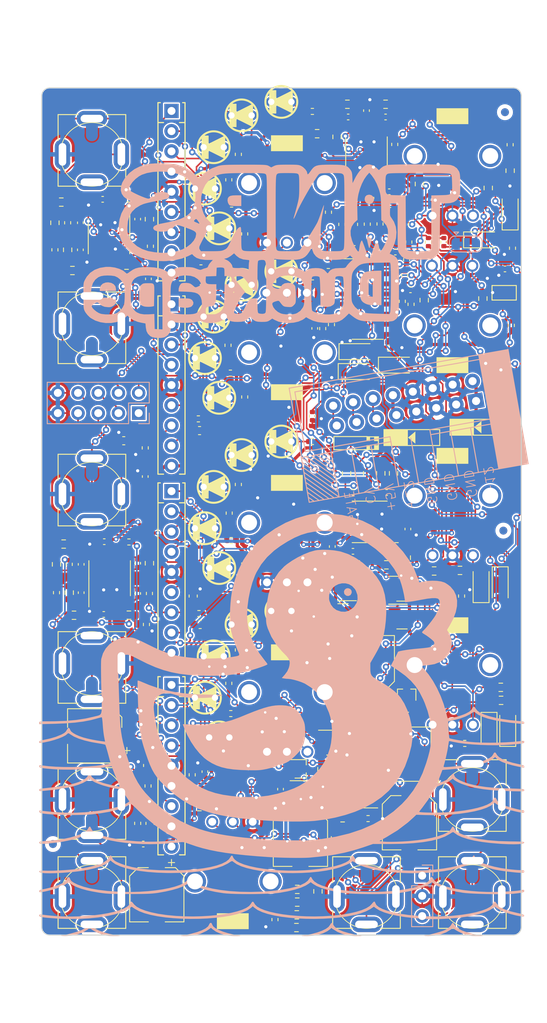
<source format=kicad_pcb>
(kicad_pcb (version 20211014) (generator pcbnew)
  (layers (0 "F.Cu" signal) (31 "B.Cu" signal) (34 "B.Paste" user) (35 "F.Paste" user) (36 "B.SilkS" user "B.Silkscreen") (37 "F.SilkS" user "F.Silkscreen") (38 "B.Mask" user) (39 "F.Mask" user) (44 "Edge.Cuts" user))
  (net 0 "")
  (net 1 "GND")
  (net 2 "-5V")
  (net 3 "-12V")
  (net 4 "+12V")
  (net 5 "unconnected-(J14-Pad11)")
  (net 6 "unconnected-(J14-Pad13)")
  (net 7 "unconnected-(J14-Pad15)")
  (net 9 "/Power/plus12in")
  (net 10 "/Power/min12in")
  (net 11 "Net-(C1-Pad1)")
  (net 12 "Net-(C2-Pad1)")
  (net 13 "Net-(C1-Pad2)")
  (net 14 "Net-(C2-Pad2)")
  (net 15 "Net-(C3-Pad2)")
  (net 16 "Net-(C4-Pad1)")
  (net 17 "Net-(C4-Pad2)")
  (net 18 "Net-(D4-Pad1)")
  (net 19 "Net-(D6-Pad1)")
  (net 20 "Net-(D8-Pad1)")
  (net 21 "Net-(D10-Pad1)")
  (net 26 "Net-(R1-Pad1)")
  (net 27 "Net-(R8-PadP$2)")
  (net 28 "Net-(R14-PadP$2)")
  (net 29 "Net-(R20-PadP$2)")
  (net 30 "/VCA1_OUT")
  (net 31 "/VCA2_OUT")
  (net 32 "/VCA3_OUT")
  (net 33 "/VCA4_OUT")
  (net 37 "/IN_LEFT")
  (net 41 "/IN_RIGHT")
  (net 42 "Net-(R12-PadP$1)")
  (net 43 "Net-(R12-PadP$3)")
  (net 44 "/SUM_RIGHT")
  (net 45 "/SUM_LEFT")
  (net 46 "/MASTER_LEVEL")
  (net 47 "Net-(C11-Pad2)")
  (net 48 "Net-(C12-Pad2)")
  (net 49 "Net-(C18-Pad1)")
  (net 50 "Net-(C22-Pad1)")
  (net 51 "+10V")
  (net 53 "Net-(R29-PadP$2)")
  (net 54 "Net-(C13-Pad2)")
  (net 55 "/DEF1")
  (net 56 "/DEF2")
  (net 57 "/DEF3")
  (net 58 "/DEF4")
  (net 59 "/IN4")
  (net 60 "/IN3")
  (net 61 "/IN2")
  (net 62 "/IN1")
  (net 63 "Net-(C23-Pad1)")
  (net 64 "/VUBarCircle1/Audio")
  (net 65 "Net-(C24-Pad2)")
  (net 66 "Net-(C26-Pad1)")
  (net 67 "/VUBarCircle2/Audio")
  (net 68 "Net-(C27-Pad2)")
  (net 69 "Net-(C29-Pad1)")
  (net 70 "/VUBarCircle/Audio")
  (net 71 "Net-(C30-Pad2)")
  (net 72 "Net-(C32-Pad1)")
  (net 73 "/VUBarCircle3/Audio")
  (net 74 "Net-(C33-Pad2)")
  (net 75 "Net-(D12-Pad2)")
  (net 76 "Net-(D13-Pad2)")
  (net 77 "Net-(D14-Pad2)")
  (net 78 "Net-(D15-Pad2)")
  (net 79 "Net-(D16-Pad2)")
  (net 80 "Net-(D17-Pad2)")
  (net 81 "Net-(D18-Pad2)")
  (net 82 "Net-(D19-Pad2)")
  (net 83 "Net-(D20-Pad2)")
  (net 84 "Net-(D21-Pad2)")
  (net 85 "Net-(D22-Pad2)")
  (net 86 "Net-(D23-Pad2)")
  (net 87 "Net-(D24-Pad2)")
  (net 88 "Net-(D25-Pad2)")
  (net 89 "Net-(D26-Pad2)")
  (net 90 "Net-(D27-Pad2)")
  (net 91 "Net-(D28-Pad2)")
  (net 92 "Net-(D29-Pad2)")
  (net 93 "Net-(D30-Pad2)")
  (net 94 "Net-(D31-Pad2)")
  (net 95 "/CHAN_1")
  (net 96 "/CHAN_2")
  (net 97 "/CHAN_3")
  (net 98 "/CHAN_4")
  (net 99 "/HeadphoneAmp/RIGHT_RING")
  (net 100 "/HeadphoneAmp/LEFT_TIP")
  (net 101 "/HEADPHONE_LEFT")
  (net 102 "/HEADPHONE_RIGHT")
  (net 103 "Net-(JP1-Pad3)")
  (net 104 "Net-(C3-Pad1)")
  (net 105 "Net-(C39-Pad1)")
  (net 106 "Net-(C39-Pad2)")
  (net 107 "Net-(C40-Pad1)")
  (net 108 "Net-(C41-Pad1)")
  (net 109 "Net-(C41-Pad2)")
  (net 110 "Net-(C44-Pad2)")
  (net 111 "Net-(C45-Pad2)")
  (net 112 "Net-(C47-Pad2)")
  (net 113 "Net-(C49-Pad2)")
  (net 114 "Net-(C14-Pad2)")
  (net 116 "Net-(D32-Pad3)")
  (net 118 "Net-(D33-Pad3)")
  (net 119 "Net-(C40-Pad2)")
  (net 121 "Net-(D34-Pad3)")
  (net 123 "Net-(D35-Pad3)")
  (net 124 "Net-(Q1-Pad2)")
  (net 125 "Net-(Q2-Pad2)")
  (net 126 "Net-(Q3-Pad2)")
  (net 127 "Net-(Q4-Pad2)")
  (net 128 "Net-(Q5-Pad2)")
  (net 129 "Net-(Q6-Pad2)")
  (net 130 "Net-(Q7-Pad2)")
  (net 131 "Net-(Q8-Pad2)")
  (net 132 "/LEFT_BUF")
  (net 133 "/RIGHT_BUF")
  (net 134 "/OUT_LEFT")
  (net 135 "/OUT_RIGHT")
  (net 136 "Net-(C42-Pad1)")
  (net 137 "Net-(C42-Pad2)")
  (net 138 "Net-(C43-Pad1)")
  (net 139 "Net-(C44-Pad1)")
  (net 140 "Net-(C46-Pad1)")
  (net 141 "Net-(C47-Pad1)")
  (net 142 "Net-(D32-Pad1)")
  (net 143 "Net-(D34-Pad1)")
  (net 144 "Net-(JP1-Pad2)")
  (net 145 "Net-(R2-Pad2)")
  (net 146 "Net-(R124-Pad1)")
  (net 147 "Net-(R123-Pad1)")
  (net 148 "Net-(R128-Pad1)")
  (net 149 "Net-(R127-Pad1)")
  (net 150 "Net-(R130-Pad1)")
  (net 151 "Net-(R129-Pad1)")
  (net 152 "Net-(R27-Pad1)")
  (net 153 "Net-(R28-Pad1)")
  (net 154 "Net-(R30-Pad1)")
  (net 155 "Net-(R31-Pad1)")
  (net 156 "Net-(R100-Pad1)")
  (net 157 "Net-(R100-Pad2)")
  (net 158 "Net-(R114-Pad1)")
  (net 159 "Net-(R114-Pad2)")
  (net 160 "Net-(C50-Pad2)")
  (net 161 "Net-(C51-Pad2)")
  (net 162 "Net-(C52-Pad2)")
  (net 163 "Net-(C53-Pad2)")
  (net 164 "Net-(U6-Pad1)")
  (net 165 "Net-(U6-Pad2)")
  (net 166 "Net-(U6-Pad3)")
  (net 167 "Net-(U6-Pad4)")
  (net 168 "Net-(U6-Pad6)")
  (net 169 "Net-(U7-Pad1)")
  (net 170 "Net-(U7-Pad2)")
  (net 171 "Net-(U7-Pad3)")
  (net 172 "Net-(U7-Pad4)")
  (net 173 "Net-(U7-Pad6)")
  (net 174 "Net-(U8-Pad1)")
  (net 175 "Net-(U8-Pad2)")
  (net 176 "Net-(U8-Pad3)")
  (net 177 "Net-(U8-Pad4)")
  (net 178 "Net-(U8-Pad6)")
  (net 179 "Net-(U9-Pad1)")
  (net 180 "Net-(U9-Pad2)")
  (net 181 "Net-(U9-Pad3)")
  (net 182 "Net-(U9-Pad4)")
  (net 183 "Net-(U9-Pad6)")
  (footprint "TINRS - Wobbler (pico)sch:ALPS_POT_SQUAREHOLES" (layer "F.Cu") (at 124.2 209.7 180)
    (property "Value" "unknown")
    (fp_text reference "R29" hide)
    (fp_text value "100kB" hide)
  )
  (footprint "Resistor_SMD:R_0402_1005Metric" (layer "F.Cu") (at 134.2 133.7 180)
    (property "Value" "unknown")
    (fp_text reference "R68" hide)
    (fp_text value "68")
  )
  (footprint "Package_SO:TSSOP-14_4.4x5mm_P0.65mm" (layer "F.Cu") (at 125.6 196.75)
    (fp_text reference "U10" hide)
    (fp_text value "TL074")
  )
  (footprint "Capacitor_SMD:C_0402_1005Metric" (layer "F.Cu") (at 139.262 123 180)
    (property "Value" "unknown")
    (fp_text reference "C17" hide)
    (fp_text value "33p")
  )
  (footprint "Capacitor_SMD:C_0402_1005Metric" (layer "F.Cu") (at 107.988 176.138)
    (property "Value" "unknown")
    (fp_text reference "C37" hide)
    (fp_text value "100n")
  )
  (footprint "Resistor_SMD:R_0402_1005Metric" (layer "F.Cu") (at 159.2 139.8 90)
    (property "Value" "unknown")
    (fp_text reference "R26" hide)
    (fp_text value "10k")
  )
  (footprint "Resistor_SMD:R_0603_1608Metric" (layer "F.Cu") (at 143.4 112 180)
    (property "Value" "unknown")
    (fp_text reference "R55" hide)
    (fp_text value "20k")
  )
  (footprint "Capacitor_SMD:C_0402_1005Metric" (layer "F.Cu") (at 142.575 130.6)
    (property "Value" "unknown")
    (fp_text reference "C15" hide)
    (fp_text value "100n")
  )
  (footprint "Capacitor_SMD:C_0603_1608Metric" (layer "F.Cu") (at 113.8 202.4 90)
    (property "Value" "unknown")
    (fp_text reference "C33" hide)
    (fp_text value "2.2u")
  )
  (footprint "Package_SO:TSSOP-14_4.4x5mm_P0.65mm" (layer "F.Cu") (at 108.7265 171.5835 90)
    (fp_text reference "U11" hide)
    (fp_text value "TL074")
  )
  (footprint "Resistor_SMD:R_0603_1608Metric" (layer "F.Cu") (at 138.6 112)
    (property "Value" "unknown")
    (fp_text reference "R51" hide)
    (fp_text value "110k")
  )
  (footprint "Capacitor_SMD:C_0402_1005Metric" (layer "F.Cu") (at 138.7 113.6 180)
    (property "Value" "unknown")
    (fp_text reference "C18" hide)
    (fp_text value "33p")
  )
  (footprint "Resistor_SMD:R_0402_1005Metric" (layer "F.Cu") (at 113.725 173.5 90)
    (property "Value" "unknown")
    (fp_text reference "R91" hide)
    (fp_text value "100k")
  )
  (footprint "Capacitor_SMD:C_0402_1005Metric" (layer "F.Cu") (at 139.3 160.8 180)
    (property "Value" "unknown")
    (fp_text reference "C11" hide)
    (fp_text value "33p")
  )
  (footprint "Resistor_SMD:R_0603_1608Metric" (layer "F.Cu") (at 103.65 173.4 90)
    (property "Value" "unknown")
    (fp_text reference "R16" hide)
    (fp_text value "33k")
  )
  (footprint "Resistor_SMD:R_0402_1005Metric" (layer "F.Cu") (at 143.9 124.6 180)
    (property "Value" "unknown")
    (fp_text reference "R54" hide)
    (fp_text value "30k")
  )
  (footprint "Capacitor_SMD:C_0402_1005Metric" (layer "F.Cu") (at 141 112.8 -90)
    (property "Value" "unknown")
    (fp_text reference "C21" hide)
    (fp_text value "100n")
  )
  (footprint "Resistor_SMD:R_0402_1005Metric" (layer "F.Cu") (at 103.65 169.838 -90)
    (property "Value" "unknown")
    (fp_text reference "R94" hide)
    (fp_text value "100k")
  )
  (footprint "Capacitor_SMD:C_0402_1005Metric" (layer "F.Cu") (at 143.862 123)
    (property "Value" "unknown")
    (fp_text reference "C20" hide)
    (fp_text value "33p")
  )
  (footprint "Resistor_SMD:R_0603_1608Metric" (layer "F.Cu") (at 141.9 204.3 -90)
    (property "Value" "unknown")
    (fp_text reference "R118" hide)
    (fp_text value "120")
  )
  (footprint "Resistor_SMD:R_0402_1005Metric" (layer "F.Cu") (at 111.15 167.025)
    (property "Value" "unknown")
    (fp_text reference "R21" hide)
    (fp_text value "100k")
  )
  (footprint "TINRS - Wobbler (pico)sch:DO-214AC" (layer "F.Cu") (at 155 152.6 180)
    (property "Value" "D-SMA")
    (fp_text reference "D2" hide)
    (fp_text value "C8678")
  )
  (footprint "Resistor_SMD:R_0402_1005Metric" (layer "F.Cu") (at 124.05 124.55 180)
    (property "Value" "unknown")
    (fp_text reference "R59" hide)
    (fp_text value "68")
  )
  (footprint "Capacitor_SMD:C_0603_1608Metric" (layer "F.Cu") (at 120.2 132.7 180)
    (property "Value" "unknown")
    (fp_text reference "C24" hide)
    (fp_text value "2.2u")
  )
  (footprint "Resistor_SMD:R_0402_1005Metric" (layer "F.Cu") (at 149.75 129.325 -90)
    (property "Value" "unknown")
    (fp_text reference "R35" hide)
    (fp_text value "30k")
  )
  (footprint "Resistor_SMD:R_0603_1608Metric" (layer "F.Cu") (at 120 198.7 180)
    (property "Value" "unknown")
    (fp_text reference "R105" hide)
    (fp_text value "470")
  )
  (footprint "Resistor_SMD:R_0402_1005Metric" (layer "F.Cu") (at 124.9 139.1 90)
    (property "Value" "unknown")
    (fp_text reference "R67" hide)
    (fp_text value "68")
  )
  (footprint "Resistor_SMD:R_0402_1005Metric" (layer "F.Cu") (at 139.2 124.6)
    (property "Value" "unknown")
    (fp_text reference "R50" hide)
    (fp_text value "30k")
  )
  (footprint "Resistor_SMD:R_0402_1005Metric" (layer "F.Cu") (at 146.05 131.525 90)
    (property "Value" "unknown")
    (fp_text reference "R134" hide)
    (fp_text value "500")
  )
  (footprint "Resistor_SMD:R_0603_1608Metric" (layer "F.Cu") (at 127.25 200.4)
    (property "Value" "unknown")
    (fp_text reference "R114" hide)
    (fp_text value "2.2k")
  )
  (footprint "Package_TO_SOT_SMD:SOT-23" (layer "F.Cu") (at 138.05 176.35 180)
    (fp_text reference "Q5" hide)
    (fp_text value "MMBT3904")
  )
  (footprint "Capacitor_SMD:C_0402_1005Metric" (layer "F.Cu") (at 112.25 169.7 90)
    (property "Value" "unknown")
    (fp_text reference "C4" hide)
    (fp_text value "33p")
  )
  (footprint "Resistor_SMD:R_0402_1005Metric" (layer "F.Cu") (at 134.2 112.9 180)
    (property "Value" "unknown")
    (fp_text reference "R62" hide)
    (fp_text value "68")
  )
  (footprint "Resistor_SMD:R_0402_1005Metric" (layer "F.Cu") (at 142.7 127.05 -90)
    (property "Value" "unknown")
    (fp_text reference "R37" hide)
    (fp_text value "30k")
  )
  (footprint "Capacitor_SMD:C_0402_1005Metric" (layer "F.Cu") (at 158.4 132.7)
    (property "Value" "1301804")
    (fp_text reference "C6" hide)
    (fp_text value "100nF")
  )
  (footprint "TINRS - Wobbler (pico)sch:3MMLED" (layer "F.Cu") (at 130.3 111.7 180)
    (fp_text reference "D16" hide)
    (fp_text value "LED3MM" hide)
  )
  (footprint "TINRS - Wobbler (pico)sch:EURORACK12HPPCB" (layer "F.Cu") (at 99.95 216.44325)
    (property "Value" "unknown")
    (fp_text reference "OUTLINE1" hide)
    (fp_text value "EURORACK_PCB12HP" hide)
    (fp_line (start 1.25 0) (end 59.5 0) (layer "Edge.Cuts") (width 0.127))
    (fp_line (start 0.25 -105.5) (end 0.25 -1) (layer "Edge.Cuts") (width 0.127))
    (fp_line (start 59.5 -106.5) (end 1.25 -106.5) (layer "Edge.Cuts") (width 0.127))
    (fp_line (start 60.5 -1) (end 60.5 -105.5) (layer "Edge.Cuts") (width 0.127))
    (fp_arc (start 0.25 -105.5) (mid 0.542893 -106.207107) (end 1.25 -106.5) (layer "Edge.Cuts") (width 0.127))
    (fp_arc (start 1.25 0) (mid 0.542893 -0.292893) (end 0.25 -1) (layer "Edge.Cuts") (width 0.127))
    (fp_arc (start 59.5 -106.5) (mid 60.207107 -106.207107) (end 60.5 -105.5) (layer "Edge.Cuts") (width 0.127))
    (fp_arc (start 60.5 -1) (mid 60.207107 -0.292893) (end 59.5 0) (layer "Edge.Cuts") (width 0.127))
  )
  (footprint "Resistor_SMD:R_0402_1005Metric" (layer "F.Cu") (at 123.95 188.6 180)
    (property "Value" "unknown")
    (fp_text reference "R77" hide)
    (fp_text value "68")
  )
  (footprint "TINRS - Wobbler (pico)sch:3.5MM-JACK-SWITCH-13MM-NOHOLES-TESTPAD" (layer "F.Cu") (at 106.5 199.4 180)
    (property "Value" "AUDIO-JACK_SMALLSYMBOL")
    (fp_text reference "JACK7" hide)
    (fp_text value "AUDIO-JACK_SMALLSYMBOL" hide)
  )
  (footprint "Diode_SMD:D_SOD-123" (layer "F.Cu") (at 155.45 129.05)
    (fp_text reference "D5" hide)
    (fp_text value "1N4148W")
  )
  (footprint "Resistor_SMD:R_0603_1608Metric" (layer "F.Cu") (at 139.338 130.286)
    (property "Value" "unknown")
    (fp_text reference "R1" hide)
    (fp_text value "7.5k")
  )
  (footprint "Capacitor_SMD:C_0603_1608Metric" (layer "F.Cu") (at 110.5 154.3 180)
    (property "Value" "unknown")
    (fp_text reference "C26" hide)
    (fp_text value "10u")
  )
  (footprint "Resistor_SMD:R_0402_1005Metric" (layer "F.Cu") (at 124 166.85 180)
    (property "Value" "unknown")
    (fp_text reference "R71" hide)
    (fp_text value "68")
  )
  (footprint "Resistor_SMD:R_0603_1608Metric" (layer "F.Cu") (at 102.95 167.288)
    (property "Value" "unknown")
    (fp_text reference "R23" hide)
    (fp_text value "2k")
  )
  (footprint "Package_SIP:SIP9_Housing" (layer "F.Cu") (at 116.5 185 -90)
    (fp_text reference "U9" hide)
    (fp_text value "KA2284")
  )
  (footprint "Resistor_SMD:R_0402_1005Metric" (layer "F.Cu") (at 141.2 201.8)
    (property "Value" "unknown")
    (fp_text reference "R115" hide)
    (fp_text value "100k")
  )
  (footprint "Resistor_SMD:R_0402_1005Metric" (layer "F.Cu") (at 134.2 151.2 -90)
    (property "Value" "unknown")
    (fp_text reference "R13" hide)
    (fp_text value "56")
  )
  (footprint "TINRS - Wobbler (pico)sch:3.5MM-JACK-SWITCH-13MM-NOHOLES-TESTPAD" (layer "F.Cu") (at 154.3 211.6)
    (property "Value" "AUDIO-JACK_SMALLSYMBOL")
    (fp_text reference "JACK8" hide)
    (fp_text value "AUDIO-JACK_SMALLSYMBOL" hide)
  )
  (footprint "Resistor_SMD:R_0402_1005Metric" (layer "F.Cu") (at 135.5 140.2 90)
    (property "Value" "unknown")
    (fp_text reference "R132" hide)
    (fp_text value "500")
  )
  (footprint "Package_TO_SOT_SMD:SOT-23" (layer "F.Cu") (at 145.45 172.9)
    (fp_text reference "Q8" hide)
    (fp_text value "MMBT3906")
  )
  (footprint "Resistor_SMD:R_0603_1608Metric" (layer "F.Cu") (at 157.875 185.3)
    (property "Value" "unknown")
    (fp_text reference "R130" hide)
    (fp_text value "1k")
  )
  (footprint "Resistor_SMD:R_0402_1005Metric" (layer "F.Cu") (at 120.25 134.3)
    (property "Value" "unknown")
    (fp_text reference "R86" hide)
    (fp_text value "56")
  )
  (footprint "TINRS - Wobbler (pico)sch:3.5MM-JACK-SWITCH-13MM-NOHOLES-TESTPAD" (layer "F.Cu") (at 106.5 139.6 180)
    (property "Value" "AUDIO-JACK_SMALLSYMBOL")
    (fp_text reference "JACK3" hide)
    (fp_text value "AUDIO-JACK_SMALLSYMBOL" hide)
  )
  (footprint "Capacitor_SMD:C_0603_1608Metric" (layer "F.Cu") (at 119.55 126.9 90)
    (property "Value" "unknown")
    (fp_text reference "C23" hide)
    (fp_text value "10u")
  )
  (footprint "Capacitor_SMD:C_0402_1005Metric" (layer "F.Cu") (at 112.95 205 180)
    (property "Value" "unknown")
    (fp_text reference "C34" hide)
    (fp_text value "100n")
  )
  (footprint "Resistor_SMD:R_0402_1005Metric" (layer "F.Cu") (at 125.7 169.8 -90)
    (property "Value" "unknown")
    (fp_text reference "R70" hide)
    (fp_text value "68")
  )
  (footprint "Resistor_SMD:R_0603_1608Metric" (layer "F.Cu") (at 134.8 115.7 180)
    (property "Value" "unknown")
    (fp_text reference "R56" hide)
    (fp_text value "200k")
  )
  (footprint "Diode_SMD:D_SOD-123" (layer "F.Cu") (at 155.4 172.4 90)
    (fp_text reference "D8" hide)
    (fp_text value "1N4148W")
  )
  (footprint "Package_TO_SOT_SMD:SOT-323_SC-70" (layer "F.Cu") (at 146.05 186.25 90)
    (fp_text reference "D35" hide)
    (fp_text value "BAS16W")
  )
  (footprint "Diode_SMD:D_SOD-123" (layer "F.Cu") (at 157.8 172.4 -90)
    (fp_text reference "D9" hide)
    (fp_text value "1N4148W")
  )
  (footprint "Capacitor_SMD:CP_Elec_6.3x3" (layer "F.Cu") (at 132.7 204.4 -90)
    (fp_text reference "C45" hide)
    (fp_text value "100u")
  )
  (footprint "Resistor_SMD:R_0603_1608Metric" (layer "F.Cu") (at 138.5 158.4 -90)
    (property "Value" "unknown")
    (fp_text reference "R34" hide)
    (fp_text value "100")
  )
  (footprint "Resistor_SMD:R_0402_1005Metric" (layer "F.Cu") (at 148.775 129.325 -90)
    (property "Value" "unknown")
    (fp_text reference "R49" hide)
    (fp_text value "30k")
  )
  (footprint "Capacitor_SMD:C_0402_1005Metric" (layer "F.Cu") (at 130.2 198.1 90)
    (property "Value" "unknown")
    (fp_text reference "C36" hide)
    (fp_text value "100n")
  )
  (footprint "Resistor_SMD:R_0603_1608Metric" (layer "F.Cu") (at 138 201.7 180)
    (property "Value" "unknown")
    (fp_text reference "R107" hide)
    (fp_text value "4.7k")
  )
  (footprint "Resistor_SMD:R_0603_1608Metric" (layer "F.Cu") (at 138.7 204.3 -90)
    (property "Value" "unknown")
    (fp_text reference "R112" hide)
    (fp_text value "120")
  )
  (footprint "Resistor_SMD:R_0402_1005Metric" (layer "F.Cu") (at 141.1 127.075 -90)
    (property "Value" "unknown")
    (fp_text reference "R45" hide)
    (fp_text value "30k")
  )
  (footprint "Capacitor_SMD:C_0402_1005Metric" (layer "F.Cu") (at 113.25 181.15 90)
    (property "Value" "unknown")
    (fp_text reference "C31" hide)
    (fp_text value "100n")
  )
  (footprint "Resistor_SMD:R_0402_1005Metric" (layer "F.Cu") (at 123.7 184.8 90)
    (property "Value" "unknown")
    (fp_text reference "R78" hide)
    (fp_text value "68")
  )
  (footprint "Resistor_SMD:R_0402_1005Metric" (layer "F.Cu") (at 129.5 214.5 -90)
    (property "Value" "unknown")
    (fp_text reference "R101" hide)
    (fp_text value "100k")
  )
  (footprint "Capacitor_SMD:C_0603_1608Metric" (layer "F.Cu") (at 113.5 195.125 90)
    (property "Value" "unknown")
    (fp_text reference "C32" hide)
    (fp_text value "10u")
  )
  (footprint "Resistor_SMD:R_0603_1608Metric" (layer "F.Cu") (at 124.05 200.35 180)
    (property "Value" "unknown")
    (fp_text reference "R119" hide)
    (fp_text value "470")
  )
  (footprint "Fiducial:Fiducial_1mm_Mask2mm" (layer "F.Cu") (at 101.6 205)
    (fp_text reference "FID6" hide)
    (fp_text value "Fiducial")
  )
  (footprint "Package_TO_SOT_SMD:SOT-23" (layer "F.Cu") (at 136.65 192.25)
    (fp_text reference "Q2" hide)
    (fp_text value "MMBT3904")
  )
  (footprint "Capacitor_SMD:C_0402_1005Metric" (layer "F.Cu") (at 146.2 165.4 90)
    (property "Value" "unknown")
    (fp_text reference "C9" hide)
    (fp_text value "100n")
  )
  (footprint "Resistor_SMD:R_0603_1608Metric" (layer "F.Cu") (at 132.24 213.9)
    (property "Value" "unknown")
    (fp_text reference "R104" hide)
    (fp_text value "120")
  )
  (footprint "Capacitor_SMD:C_0603_1608Metric" (layer "F.Cu") (at 120.025 153.025 180)
    (property "Value" "unknown")
    (fp_text reference "C27" hide)
    (fp_text value "2.2u")
  )
  (footprint "Resistor_SMD:R_0603_1608Metric" (layer "F.Cu") (at 147.65 122.025 90)
    (property "Value" "unknown")
    (fp_text reference "R123" hide)
    (fp_text value "1k")
  )
  (footprint "Fiducial:Fiducial_1mm_Mask2mm" (layer "F.Cu") (at 158.2 165.6)
    (fp_text reference "FID2" hide)
    (fp_text value "Fiducial")
  )
  (footprint "TINRS - Wobbler (pico)sch:3MMLED" (layer "F.Cu") (at 122.5 191.6 180)
    (fp_text reference "D27" hide)
    (fp_text value "LED3MM" hide)
  )
  (footprint "Resistor_SMD:R_0603_1608Metric" (layer "F.Cu") (at 157.91 186.935)
    (property "Value" "unknown")
    (fp_text reference "R129" hide)
    (fp_text value "1k")
  )
  (footprint "Package_SO:TSSOP-14_4.4x5mm_P0.65mm" (layer "F.Cu") (at 108.65 128.6 -90)
    (fp_text reference "U3" hide)
    (fp_text value "TL074")
  )
  (footprint "Capacitor_SMD:CP_Elec_6.3x3" (layer "F.Cu") (at 145.7 193.7)
    (fp_text reference "C49" hide)
    (fp_text value "100u")
  )
  (footprint "Resistor_SMD:R_0402_1005Metric" (layer "F.Cu") (at 137.9 127.1 90)
    (property "Value" "unknown")
    (fp_text reference "R47" hide)
    (fp_text value "30k")
  )
  (footprint "TINRS - Wobbler (pico)sch:3MMLED" (layer "F.Cu") (at 121.8 138.7 180)
    (fp_text reference "D19" hide)
    (fp_text value "LED3MM" hide)
  )
  (footprint "Resistor_SMD:R_0402_1005Metric" (layer "F.Cu") (at 159.05 117.088 90)
    (property "Value" "unknown")
    (fp_text reference "R81" hide)
    (fp_text value "10k")
  )
  (footprint "Capacitor_SMD:C_0402_1005Metric" (layer "F.Cu") (at 113.2 158.8 90)
    (property "Value" "unknown")
    (fp_text reference "C28" hide)
    (fp_text value "100n")
  )
  (footprint "Resistor_SMD:R_0603_1608Metric" (layer "F.Cu") (at 156.3 122.525 90)
    (property "Value" "unknown")
    (fp_text reference "R124" hide)
    (fp_text value "1k")
  )
  (footprint "Package_SO:TSSOP-14_4.4x5mm_P0.65mm" (layer "F.Cu") (at 141.4 164.5 180)
    (fp_text reference "U4" hide)
    (fp_text value "TL074")
  )
  (footprint "TINRS - Wobbler (pico)sch:3.5MM-JACK-SWITCH-13MM-NOHOLES-TESTPAD" (layer "F.Cu") (at 141 211.6)
    (property "Value" "AUDIO-JACK_SMALLSYMBOL")
    (fp_text reference "JACK1" hide)
    (fp_text value "AUDIO-JACK_SMALLSYMBOL" hide)
  )
  (footprint "Resistor_SMD:R_0402_1005Metric" (layer "F.Cu") (at 145.8 133.5 -90)
    (property "Value" "unknown")
    (fp_text reference "R31" hide)
    (fp_text value "30k")
  )
  (footprint "Resistor_SMD:R_0603_1608Metric" (layer "F.Cu") (at 140.1 158.4 -90)
    (property "Value" "unknown")
    (fp_text reference "R36" hide)
    (fp_text value "150k")
  )
  (footprint "Package_TO_SOT_SMD:SOT-23" (layer "F.Cu") (at 136.8 198.9 180)
    (fp_text reference "Q3" hide)
    (fp_text value "MMBT3906")
  )
  (footprint "TINRS - Wobbler (pico)sch:SOT95P237X112-3N" (layer "F.Cu") (at 158.3 135.7 90)
    (property "Value" "9778330")
    (fp_text reference "U1" hide)
    (fp_text value "LM4040DIM3-5.0" hide)
  )
  (footprint "Capacitor_SMD:C_0402_1005Metric" (layer "F.Cu") (at 113.6 133.95 -90)
    (property "Value" "unknown")
    (fp_text reference "C25" hide)
    (fp_text value "100n")
  )
  (footprint "Resistor_SMD:R_0603_1608Metric" (layer "F.Cu") (at 111.15 176.225)
    (property "Value" "unknown")
    (fp_text reference "R90" hide)
    (fp_text value "43k")
  )
  (footprint "Resistor_SMD:R_0402_1005Metric" (layer "F.Cu") (at 123.9 145.8 180)
    (property "Value" "unknown")
    (fp_text reference "R65" hide)
    (fp_text value "68")
  )
  (footprint "Resistor_SMD:R_0402_1005Metric" (layer "F.Cu") (at 124.9 118.3 90)
    (property "Value" "unknown")
    (fp_text reference "R61" hide)
    (fp_text value "68")
  )
  (footprint "TINRS - Wobbler (pico)sch:3MMLED" (layer "F.Cu") (at 122.5 170.3 180)
    (fp_text reference "D22" hide)
    (fp_text value "LED3MM" hide)
  )
  (footprint "Resistor_SMD:R_0603_1608Metric" (layer "F.Cu") (at 137.3 116.1 90)
    (property "Value" "unknown")
    (fp_text reference "R52" hide)
    (fp_text value "110k")
  )
  (footprint "TINRS - Wobbler (pico)sch:3MMLED" (layer "F.Cu") (at 125.3 177.4 180)
    (fp_text reference "D30" hide)
    (fp_text value "LED3MM" hide)
  )
  (footprint "Package_SIP:SIP9_Housing" (layer "F.Cu") (at 116.5 112.84 -90)
    (fp_text reference "U6" hide)
    (fp_text value "KA2284")
  )
  (footprint "Resistor_SMD:R_0402_1005Metric" (layer "F.Cu") (at 123.6 142.3 90)
    (property "Value" "unknown")
    (fp_text reference "R66" hide)
    (fp_text value "68")
  )
  (footprint "Resistor_SMD:R_0603_1608Metric" (layer "F.Cu") (at 134.9 210.95 -90)
    (property "Value" "unknown")
    (fp_text reference "R108" hide)
    (fp_text value "4.7k")
  )
  (footprint "Capacitor_SMD:C_0402_1005Metric" (layer "F.Cu") (at 105.05 126.9 90)
    (property "Value" "unknown")
    (fp_text reference "C39" hide)
    (fp_text value "33p")
  )
  (footprint "TINRS - Wobbler (pico)sch:DO-214AC" (layer "F.Cu") (at 146.7 153.9 180)
    (property "Value" "D-SMA")
    (fp_text reference "D1" hide)
    (fp_text value "C8678")
  )
  (footprint "Resistor_SMD:R_0603_1608Metric" (layer "F.Cu") (at 141.85 176.5)
    (property "Value" "unknown")
    (fp_text reference "R116" hide)
    (fp_text value "10")
  )
  (footprint "Capacitor_SMD:C_0402_1005Metric" (layer "F.Cu") (at 108.05 166.988)
    (property "Value" "unknown")
    (fp_text reference "C38" hide)
    (fp_text value "100n")
  )
  (footprint "Diode_SMD:D_SOD-123" (layer "F.Cu") (at 144.75 144.8)
    (fp_text reference "D7" hide)
    (fp_text value "1N4148W")
  )
  (footprint "Resistor_SMD:R_0402_1005Metric" (layer "F.Cu") (at 119.875 151.55)
    (property "Value" "unknown")
    (fp_text reference "R89" hide)
    (fp_text value "56")
  )
  (footprint "Resistor_SMD:R_0603_1608Metric" (layer "F.Cu") (at 140.3 204.3 -90)
    (property "Value" "unknown")
    (fp_text reference "R113" hide)
    (fp_text value "120")
  )
  (footprint "TINRS - Wobbler (pico)sch:ALPS_POT_SQUAREHOLES" (layer "F.Cu") (at 151.8 161.2)
    (property "Value" "unknown")
    (fp_text reference "R18" hide)
    (fp_text value "100kB" hide)
  )
  (footprint "TINRS - Wobbler (pico)sch:3MMLED" (layer "F.Cu") (at 121.8 181.4 180)
    (fp_text reference "D29" hide)
    (fp_text value "LED3MM" hide)
  )
  (footprint "Resistor_SMD:R_0402_1005Metric" (layer "F.Cu") (at 124.9 180.6 90)
    (property "Value" "unknown")
    (fp_text reference "R79" hide)
    (fp_text value "68")
  )
  (footprint "Capacitor_SMD:C_0402_1005Metric" (layer "F.Cu") (at 143.5 168.2)
    (property "Value" "unknown")
    (fp_text reference "C13" hide)
    (fp_text value "33p")
  )
  (footprint "TINRS - Wobbler (pico)sch:3MMLED" (layer "F.Cu") (at 120.7 186.6 180)
    (fp_text reference "D28" hide)
    (fp_text value "LED3MM" hide)
  )
  (footprint "TINRS - Wobbler (pico)sch:3.5MM-JACK-SWITCH-13MM-NOHOLES-TESTPAD" (layer "F.Cu") (at 154.3 199.4)
    (property "Value" "AUDIO-JACK_SMALLSYMBOL")
    (fp_text reference "JACK6" hide)
    (fp_text value "AUDIO-JACK_SMALLSYMBOL" hide)
  )
  (footprint "Resistor_SMD:R_0402_1005Metric" (layer "F.Cu") (at 123.7 121.5 90)
    (property "Value" "unknown")
    (fp_text reference "R60" hide)
    (fp_text value "68")
  )
  (footprint "Resistor_SMD:R_0603_1608Metric" (layer "F.Cu") (at 138.6 195.6 -90)
    (property "Value" "unknown")
    (fp_text reference "R96" hide)
    (fp_text value "10")
  )
  (footprint "Package_TO_SOT_SMD:SOT-23" (layer "F.Cu") (at 140.6 189)
    (fp_text reference "Q1" hide)
    (fp_text value "MMBT3904")
  )
  (footprint "Resistor_SMD:R_0603_1608Metric" (layer "F.Cu") (at 132.2 215.5)
    (property "Value" "unknown")
    (fp_text reference "R106" hide)
    (fp_text value "120")
  )
  (footprint "Resistor_SMD:R_0603_1608Metric" (layer "F.Cu") (at 132.3 212.3)
    (property "Value" "unknown")
    (fp_text reference "R98" hide)
    (fp_text value "120")
  )
  (footprint "TINRS - Wobbler (pico)sch:3MMLED" (layer "F.Cu") (at 121.8 160.1 180)
    (fp_text reference "D24" hide)
    (fp_text value "LED3MM" hide)
  )
  (footprint "Capacitor_SMD:C_0402_1005Metric" (layer "F.Cu") (at 136.7 167.6 90)
    (property "Value" "unknown")
    (fp_text reference "C10" hide)
    (fp_text value "100n")
  )
  (footprint "Diode_SMD:D_SOD-123" (layer "F.Cu") (at 139.7 145.6)
    (fp_text reference "D6" hide)
    (fp_text value "1N4148W")
  )
  (footprint "TINRS - Wobbler (pico)sch:3MMLED" (layer "F.Cu") (at 122.5 148.9 180)
    (fp_text reference "D17" hide)
    (fp_text value "LED3MM" hide)
  )
  (footprint "Capacitor_SMD:C_0402_1005Metric" (layer "F.Cu") (at 134.5 140.175 90)
    (property "Value" "unknown")
    (fp_text reference "C51" hide)
    (fp_text value "560p")
  )
  (footprint "TINRS - Wobbler (pico)sch:3.5MM-JACK-SWITCH-13MM-NOHOLES-TESTPAD" (layer "F.Cu") (at 106.5 118.3)
    (property "Value" "AUDIO-JACK_SMALLSYMBOL")
    (fp_text reference "JACK2" hide)
    (fp_text value "AUDIO-JACK_SMALLSYMBOL" hide)
  )
  (footprint "Resistor_SMD:R_0603_1608Metric" (layer "F.Cu") (at 139.9 169.9)
    (property "Value" "unknown")
    (fp_text reference "R48" hide)
    (fp_text value "150k")
  )
  (footprint "TINRS - Wobbler (pico)sch:3.5MM-JACK-SWITCH-13MM-NOHOLES-TESTPAD" (layer "F.Cu") (at 106.5 182.3 180)
    (property "Value" "AUDIO-JACK_SMALLSYMBOL")
    (fp_text reference "JACK5" hide)
    (fp_text value "AUDIO-JACK_SMALLSYMBOL" hide)
  )
  (footprint "Resistor_SMD:R_0402_1005Metric" (layer "F.Cu") (at 145.5 136.775 90)
    (property "Value" "unknown")
    (fp_text reference "R30" hide)
    (fp_text value "30k")
  )
  (footprint "TINRS - Wobbler (pico)sch:ALPS_POT_SQUAREHOLES" (layer "F.Cu") (at 131 164.6)
    (property "Value" "unknown")
    (fp_text reference "R14" hide)
    (fp_text value "10kB" hide)
  )
  (footprint "Capacitor_SMD:C_0402_1005Metric" (layer "F.Cu") (at 143.4 113.6)
    (property "Value" "unknown")
    (fp_text reference "C22" hide)
    (fp_text value "33p")
  )
  (footprint "Resistor_SMD:R_0402_1005Metric" (layer "F.Cu") (at 146.325 129.325 -90)
    (property "Value" "unknown")
    (fp_text reference "R39" hide)
    (fp_text value "30k")
  )
  (footprint "Capacitor_SMD:CP_Elec_6.3x3" (layer "F.Cu") (at 106.85 191.4 180)
    (fp_text reference "C43" hide)
    (fp_text value "100u")
  )
  (footprint "TINRS - Wobbler (pico)sch:CASE-A_3216" (layer "F.Cu") (at 139 154.6 180)
    (property "Value" "197427")
    (fp_text reference "C48" hide)
    (fp_text value "10uF" hide)
  )
  (footprint "TINRS - Wobbler (pico)sch:3MMLED" (layer "F.Cu") (at 125.3 156.1 180)
    (fp_text reference "D25" hide)
    (fp_text value "LED3MM" hide)
  )
  (footprint "Resistor_SMD:R_0603_1608Metric" (layer "F.Cu") (at 146.05 188.95 180)
    (property "Value" "unknown")
    (fp_text reference "R121" hide)
    (fp_text value "4.7k")
  )
  (footprint "Resistor_SMD:R_0402_1005Metric" (layer "F.Cu") (at 113.2 155.2 90)
    (property "Value" "unknown")
    (fp_text reference "R63" hide)
    (fp_text value "10k")
  )
  (footprint "Resistor_SMD:R_0603_1608Metric" (layer "F.Cu") (at 101.85 126.9 90)
    (property "Value" "unknown")
    (fp_text reference "R84" hide)
    (fp_text value "43k")
  )
  (footprint "Capacitor_SMD:C_0402_1005Metric" (layer "F.Cu") (at 105.15 173.4 -90)
    (property "Value" "unknown")
    (fp_text reference "C3" hide)
    (fp_text value "33p")
  )
  (footprint "Resistor_SMD:R_0402_1005Metric" (layer "F.Cu") (at 136.225 125.575 90)
    (property "Value" "unknown")
    (fp_text reference "R33" hide)
    (fp_text value "30k")
  )
  (footprint "Diode_SMD:D_SOD-123" (layer "F.Cu") (at 156.4 190.7 -90)
    (fp_text reference "D11" hide)
    (fp_text value "1N4148W")
  )
  (footprint "Capacitor_SMD:C_0402_1005Metric" (layer "F.Cu") (at 143.75 142.65 180)
    (property "Value" "unknown")
    (fp_text reference "C16" hide)
    (fp_text value "100n")
  )
  (footprint "Capacitor_SMD:C_0402_1005Metric" (layer "F.Cu") (at 105.15 169.838 90)
    (property "Value" "unknown")
    (fp_text reference "C42" hide)
    (fp_text value "33p")
  )
  (footprint "TINRS - Wobbler (pico)sch:3MMLED" (layer "F.Cu") (at 130.3 154.4 180)
    (fp_text reference "D26" hide)
    (fp_text value "LED3MM" hide)
  )
  (footprint "Resistor_SMD:R_0402_1005Metric" (layer "F.Cu") (at 124.9 159.8 90)
    (property "Value" "unknown")
    (fp_text reference "R73" hide)
    (fp_text value "68")
  )
  (footprint "Package_SO:TSSOP-14_4.4x5mm_P0.65mm" (layer "F.Cu") (at 141 118.3 90)
    (fp_text reference "U5" hide)
    (fp_text value "TL074")
  )
  (footprint "Resistor_SMD:R_0402_1005Metric" (layer "F.Cu") (at 150.725 129.325 -90)
    (property "Value" "unknown")
    (fp_text reference "R43" hide)
    (fp_text value "30k")
  )
  (footprint "Capacitor_SMD:C_0603_1608Metric" (layer "F.Cu") (at 120.1 177.4 180)
    (property "Value" "unknown")
    (fp_text reference "C30" hide)
    (fp_text value "2.2u")
  )
  (footprint "Diode_SMD:D_SOD-123" (layer "F.Cu") (at 139.8 143.1)
    (fp_text reference "D3" hide)
    (fp_text value "1N4148W")
  )
  (footprint "Capacitor_SMD:C_0402_1005Metric" (layer "F.Cu") (at 144.625 130.575)
    (property "Value" "unknown")
    (fp_text reference "C53" hide)
    (fp_text value "560p")
  )
  (footprint "Diode_SMD:D_SOD-123" (layer "F.Cu") (at 159.05 125.55 90)
    (fp_text reference "D4" hide)
    (fp_text value "1N4148W")
  )
  (footprint "Diode_SMD:D_SOD-123" (layer "F.Cu") (at 158.75 190.475 90)
    (fp_text reference "D10" hide)
    (fp_text value "1N4148W")
  )
  (footprint "Resistor_SMD:R_0603_1608Metric" (layer "F.Cu") (at 159.05 120.35 90)
    (property "Value" "unknown")
    (fp_text reference "R82" hide)
    (fp_text value "15k")
  )
  (footprint "Resistor_SMD:R_0402_1005Metric" (layer "F.Cu") (at 153.35 192.35 180)
    (property "Value" "unknown")
    (fp_text reference "R25" hide)
    (fp_text value "56")
  )
  (footprint "Package_TO_SOT_SMD:SOT-323_SC-70" (layer "F.Cu") (at 132.7 195.55)
    (fp_text reference "D32" hide)
    (fp_text value "BAS16W")
  )
  (footprint "Resistor_SMD:R_0603_1608Metric" (layer "F.Cu") (at 152.75 170.6 180)
    (property "Value" "unknown")
    (fp_text reference "R128" hide)
    (fp_text value "1k")
  )
  (footprint "Resistor_SMD:R_0603_1608Metric" (layer "F.Cu") (at 135.4 195.6 -90)
    (property "Value" "unknown")
    (fp_text reference "R97" hide)
    (fp_text value "10")
  )
  (footprint "Package_TO_SOT_SMD:SOT-23" (layer "F.Cu") (at 140.7375 198.9 180)
    (fp_text reference "Q4" hide)
    (fp_text value "MMBT3906")
  )
  (footprint "TINRS - Wobbler (pico)sch:3.5MM-JACK-SWITCH-13MM-NOHOLES-TESTPAD" (layer "F.Cu") (at 106.5 161)
    (property "Value" "AUDIO-JACK_SMALLSYMBOL")
    (fp_text reference "JACK4" hide)
    (fp_text value "AUDIO-JACK_SMALLSYMBOL" hide)
  )
  (footprint "TINRS - Wobbler (pico)sch:3MMLED" (layer "F.Cu") (at 122.5 127.6 180)
    (fp_text reference "D12" hide)
    (fp_text value "LED3MM" hide)
  )
  (footprint "TINRS - Wobbler (pico)sch:ALPS_POT_SQUAREHOLES" (layer "F.Cu") (at 131 143.2 180)
    (property "Value" "unknown")
    (fp_text reference "R8" hide)
    (fp_text value "10kB" hide)
  )
  (footprint "Resistor_SMD:R_0402_1005Metric" (layer "F.Cu") (at 159.35 130.1 -90)
    (property "Value" "unknown")
    (fp_text reference "R7" hide)
    (fp_text value "56")
  )
  (footprint "Resistor_SMD:R_0603_1608Metric" (layer "F.Cu") (at 146 169 90)
    (property "Value" "unknown")
    (fp_text reference "R42" hide)
    (fp_text value "100")
  )
  (footprint "Resistor_SMD:R_0603_1608Metric" (layer "F.Cu") (at 120 200.3)
    (property "Value" "unknown")
    (fp_text reference "R100" hide)
    (fp_text value "2.2k")
  )
  (footprint "Resistor_SMD:R_0402_1005Metric" (layer "F.Cu") (at 119.55 130.1 90)
    (property "Value" "unknown")
    (fp_text reference "R57" hide)
    (fp_text value "10k")
  )
  (footprint "Capacitor_SMD:C_0603_1608Metric" (layer "F.Cu") (at 119.225 173.825 90)
    (property "Value" "unknown")
    (fp_text reference "C29" hide)
    (fp_text value "10u")
  )
  (footprint "Resistor_SMD:R_0603_1608Metric" (layer "F.Cu") (at 104.05 132.9 180)
    (property "Value" "unknown")
    (fp_text reference "R11" hide)
    (fp_text value "2k")
  )
  (footprint "TINRS - Wobbler (pico)sch:CASE-A_3216" (layer "F.Cu") (at 158 148.1 -90)
    (property "Value" "197427")
    (fp_text reference "C5" hide)
    (fp_text value "10uF" hide)
  )
  (footprint "Resistor_SMD:R_0402_1005Metric" (layer "F.Cu") (at 136.2 133.025 180)
    (property "Value" "unknown")
    (fp_text reference "R131" hide)
    (fp_text value "500")
  )
  (footprint "Resistor_SMD:R_0402_1005Metric" (layer "F.Cu") (at 152.95 173.825 90)
    (property "Value" "unknown")
    (fp_text reference "R19" hide)
    (fp_text value "56")
  )
  (footprint "TINRS - Wobbler (pico)sch:3.5MM-JACK-SWITCH-13MM-NOHOLES-TESTPAD" (layer "F.Cu") (at 106.5 211.6)
    (property "Value" "AUDIO-JACK_SMALLSYMBOL")
    (fp_text reference "JACK9" hide)
    (fp_text value "AUDIO-JACK_SMALLSYMBOL" hide)
  )
  (footprint "Resistor_SMD:R_0402_1005Metric" (layer "F.Cu") (at 146.6 137.15 90)
    (property "Value" "unknown")
    (fp_text reference "R133" hide)
    (fp_text value "500")
  )
  (footprint "Resistor_SMD:R_0603_1608Metric" (layer "F.Cu") (at 102.65 124.3)
    (property "Value" "unknown")
    (fp_text reference "R5" hide)
    (fp_text value "2k")
  )
  (footprint "Capacitor_SMD:C_0402_1005Metric" (layer "F.Cu") (at 141.562 123.8 90)
    (property "Value" "unknown")
    (fp_text reference "C19" hide)
    (fp_text value "100n")
  )
  (footprint "Resistor_SMD:R_0603_1608Metric" (layer "F.Cu") (at 140.2 195.6 -90)
    (property "Value" "unknown")
    (fp_text reference "R103" hide)
    (fp_text value "10")
  )
  (footprint "Package_TO_SOT_SMD:SOT-23" (layer "F.Cu") (at 145.4625 176.4)
    (fp_text reference "Q7" hide)
    (fp_text value "MMBT3906")
  )
  (footprint "Resistor_SMD:R_0603_1608Metric" (layer "F.Cu") (at 102.05 169.838 90)
    (property "Value" "unknown")
    (fp_text reference "R93" hide)
    (fp_text value "43k")
  )
  (footprint "Capacitor_SMD:C_0402_1005Metric" (layer "F.Cu") (at 112.15 130.2 -90)
    (property "Value" "unknown")
    (fp_text reference "C40" hide)
    (fp_text value "33p")
  )
  (footprint "Resistor_SMD:R_0603_1608Metric" (layer "F.Cu") (at 137 195.6 -90)
    (property "Value" "unknown")
    (fp_text reference "R102" hide)
    (fp_text value "10")
  )
  (footprint "Capacitor_SMD:C_0402_1005Metric" (layer "F.Cu") (at 107.55 133.15)
    (property "Value" "unknown")
    (fp_text reference "C8" hide)
    (fp_text value "100n")
  )
  (footprint "Resistor_SMD:R_0402_1005Metric" (layer "F.Cu") (at 119.1 196.3 90)
    (property "Value" "unknown")
    (fp_text reference "R95" hide)
    (fp_text value "10k")
  )
  (footprint "Resistor_SMD:R_0402_1005Metric" (layer "F.Cu") (at 134.2 175.2 180)
    (property "Value" "unknown")
    (fp_text reference "R80" hide)
    (fp_text value "68")
  )
  (footprint "Resistor_SMD:R_0402_1005Metric" (layer "F.Cu") (at 112.25 202.4 -90)
    (property "Value" "unknown")
    (fp_text reference "R92" hide)
    (fp_text value "56")
  )
  (footprint "Resistor_SMD:R_0603_1608Metric" (layer "F.Cu") (at 110.85 133.275)
    (property "Value" "unknown")
    (fp_text reference "R87" hide)
    (fp_text value "43k")
  )
  (footprint "TINRS - Wobbler (pico)sch:ALPS_POT_SQUAREHOLES" (layer "F.Cu") (at 151.8 139.8 180)
    (property "Value" "unknown")
    (fp_text reference "R12" hide)
    (fp_text value "100kB" hide)
  )
  (footprint "Resistor_SMD:R_0603_1608Metric" (layer "F.Cu") (at 143.4 188.2 -90)
    (property "Value" "unknown")
    (fp_text reference "R122" hide)
    (fp_text value "4.7k")
  )
  (footprint "Resistor_SMD:R_0603_1608Metric" (layer "F.Cu") (at 148.25 136.625 -90)
    (property "Value" "unknown")
    (fp_text reference "R126" hide)
    (fp_text value "1k")
  )
  (footprint "TINRS - Wobbler (pico)sch:3MMLED" (layer "F.Cu") (at 130.3 175.7 180)
    (fp_text reference "D31" hide)
    (fp_text value "LED3MM" hide)
  )
  (footprint "Resistor_SMD:R_0603_1608Metric" (layer "F.Cu") (at 104.25 176.238 180)
    (property "Value" "unknown")
    (fp_text reference "R17" hide)
    (fp_text value "2k")
  )
  (footprint "Package_SO:SOIC-16_3.9x9.9mm_P1.27mm" (layer "F.Cu") (at 141.138 136.486)
    (fp_text reference "U2" hide)
    (fp_text value "SSI2164" hide)
  )
  (footprint "Resistor_SMD:R_0402_1005Metric" (layer "F.Cu") (at 125.7 148.8 -90)
    (property "Value" "unknown")
    (fp_text reference "R64" hide)
    (fp_text value "68")
  )
  (footprint "Resistor_SMD:R_0603_1608Metric" (layer "F.Cu") (at 141.85 173.3)
    (property "Value" "unknown")
    (fp_text reference "R117" hide)
    (fp_text value "10")
  )
  (footprint "Resistor_SMD:R_0603_1608Metric" (layer "F.Cu") (at 155.625 136.425 -90)
    (property "Value" "unknown")
    (fp_text reference "R125" hide)
    (fp_text value "1k")
  )
  (footprint "TINRS - Wobbler (pico)sch:3MMLED" (layer "F.Cu") (at 125.3 134.7 180)
    (fp_text reference "D20" hide)
    (fp_text value "LED3MM" hide)
  )
  (footprint "Resistor_SMD:R_0603_1608Metric" (layer "F.Cu") (at 136.6 170.1 180)
    (property "Value" "unknown")
    (fp_text reference "R46" hide)
    (fp_text value "100")
  )
  (footprint "Capacitor_SMD:C_0402_1005Metric" (layer "F.Cu") (at 112.25 173.5 -90)
    (property "Value" "unknown")
    (fp_text reference "C41" hide)
    (fp_text value "33p")
  )
  (footprint "TINRS - Wobbler (pico)sch:ALPS_POT_SQUAREHOLES" (layer "F.Cu") (at 131 185.9)
    (property "Value" "unknown")
    (fp_text reference "R20" hide)
    (fp_text value "10kB" hide)
  )
  (footprint "Resistor_SMD:R_0603_1608Metric" (layer "F.Cu") (at 113.725 126.45 -90)
    (property "Value" "unknown")
    (fp_text reference "R3" hide)
    (fp_text value "33k")
  )
  (footprint "Resistor_SMD:R_0402_1005Metric" (layer "F.Cu") (at 119.95 176.025)
    (property "Value" "unknown")
    (fp_text reference "R83" hide)
    (fp_text value "56")
  )
  (footprint "Resistor_SMD:R_0402_1005Metric" (layer "F.Cu") (at 139.5 127.1 -90)
    (property "Value" "unknown")
    (fp_text reference "R41" hide)
    (fp_text value "30k")
  )
  (footprint "Resistor_SMD:R_0402_1005Metric" (layer "F.Cu") (at 102.05 173.4 -90)
    (property "Value" "unknown")
    (fp_text reference "R15" hide)
    (fp_text value "100k")
  )
  (footprint "Resistor_SMD:R_0402_1005Metric" (layer "F.Cu") (at 111.05 123.9)
    (property "Value" "unknown")
    (fp_text reference "R2" hide)
    (fp_text value "100k")
  )
  (footprint "TINRS - Wobbler (pico)sch:3MMLED" (layer "F.Cu") (at 125.3 113.4 180)
    (fp_text reference "D15" hide)
    (fp_text value "LED3MM" hide)
  )
  (footprint "Resistor_SMD:R_0603_1608Metric" (layer "F.Cu") (at 137.1 204.3 -90)
    (property "Value" "unknown")
    (fp_text reference "R120" hide)
    (fp_text value "120")
  )
  (footprint "Capacitor_SMD:C_0402_1005Metric" (layer "F.Cu") (at 135.7 134.5 90)
    (property "Value" "unknown")
    (fp_text reference "C50" hide)
    (fp_text value "560p")
  )
  (footprint "Resistor_SMD:R_0603_1608Metric" (layer "F.Cu") (at 142.8 158.4 -90)
    (property "Value" "unknown")
    (fp_text reference "R40" hide)
    (fp_text value "150k")
  )
  (footprint "TINRS - Wobbler (pico)sch:ALPS_POT_SQUAREHOLES" (layer "F.Cu") (at 151.8 182.5)
    (property "Value" "unknown")
    (fp_text reference "R24" hide)
    (fp_text value "100kB" hide)
  )
  (footprint "Resistor_SMD:R_0402_1005Metric" (layer "F.Cu") (at 136.6 139.7 90)
    (property "Value" "unknown")
    (fp_text reference "R28" hide)
    (fp_text value "30k")
  )
  (footprint "Capacitor_SMD:CP_Elec_6.3x3" (layer "F.Cu") (at 141.1 182.2 90)
    (fp_text reference "C46" hide)
    (fp_text value "100u")
  )
  (footprint "Capacitor_SMD:CP_Elec_6.3x3" (layer "F.Cu") (at 146.4 202.323998 -90)
    (fp_text reference "C47" hide)
    (fp_text value "100u")
  )
  (footprint "Resistor_SMD:R_0402_1005Metric" (layer "F.Cu") (at 113.35 177.4 90)
    (property "Value" "unknown")
    (fp_text reference "R69" hide)
    (fp_text value "10k")
  )
  (footprint "Resistor_SMD:R_0402_1005Metric" (layer "F.Cu") (at 113.85 129.85 90)
    (property "Value" "unknown")
    (fp_text reference "R88" hide)
    (fp_text value "100k")
  )
  (footprint "Resistor_SMD:R_0603_1608Metric" (layer "F.Cu") (at 141.75 171.7)
    (property "Value" "unknown")
    (fp_text reference "R111" hide)
    (fp_text value "10")
  )
  (footprint "Capacitor_SMD:C_0402_1005Metric" (layer "F.Cu") (at 112.25 126.438 90)
    (property "Value" "unknown")
    (fp_text reference "C1" hide)
    (fp_text value "33p")
  )
  (footprint "Capacitor_SMD:CP_Elec_6.3x3" (layer "F.Cu") (at 114.65 211.375 -90)
    (fp_text reference "C44" hide)
    (fp_text value "100u")
  )
  (footprint "Resistor_SMD:R_0603_1608Metric" (layer "F.Cu") (at 141.85 174.9)
    (property "Value" "unknown")
    (fp_text reference "R110" hide)
    (fp_text value "10")
  )
  (footprint "TINRS - Wobbler (pico)sch:3MMLED" (layer "F.Cu") (at 120.7 122.6 180)
    (fp_text reference "D13" hide)
    (fp_text value "LED3MM" hide)
  )
  (footprint "Resistor_SMD:R_0402_1005Metric" (layer "F.Cu") (at 101.85 130.3 -90)
    (property "Value" "unknown")
    (fp_text reference "R9" hide)
    (fp_text value "100k")
  )
  (footprint "Package_TO_SOT_SMD:SOT-23" (layer "F.Cu") (at 138.05 172.85 180)
    (fp_text reference "Q6" hide)
    (fp_text value "MMBT3904")
  )
  (footprint "TINRS - Wobbler (pico)sch:ALPS_POT_SQUAREHOLES" (layer "F.Cu") (at 151.8 118.5)
    (property "Value" "unknown")
    (fp_text reference "R6" hide)
    (fp_text value "100kB" hide)
  )
  (footprint "Resistor_SMD:R_0402_1005Metric" (layer "F.Cu") (at 123.75 163.4 90)
    (property "Value" "unknown")
    (fp_text reference "R72" hide)
    (fp_text value "68")
  )
  (footprint "Resistor_SMD:R_0603_1608Metric" (layer "F.Cu") (at 143.5 169.9 180)
    (property "Value" "unknown")
    (fp_text reference "R44" hide)
    (fp_text value "150k")
  )
  (footprint "Resistor_SMD:R_0402_1005Metric" (layer "F.Cu") (at 144.55 117.05 90)
    (property "Value" "unknown")
    (fp_text reference "R53" hide)
    (fp_text value "10k")
  )
  (footprint "TINRS - Wobbler (pico)sch:ALPS_POT_SQUAREHOLES" (layer "F.Cu") (at 131 121.9)
    (property "Value" "unknown")
    (fp_text reference "R4" hide)
    (fp_text value "10kB" hide)
  )
  (footprint "Resistor_SMD:R_0603_1608Metric" (layer "F.Cu") (at 103.45 130.3 90)
    (property "Value" "unknown")
    (fp_text reference "R10" hide)
    (fp_text value "33k")
  )
  (footprint "TINRS - Wobbler (pico)sch:3MMLED" (layer "F.Cu") (at 120.7 143.9 180)
    (fp_text reference "D18" hide)
    (fp_text value "LED3MM" hide)
  )
  (footprint "TINRS - Wobbler (pico)sch:3MMLED" (layer "F.Cu") (at 120.7 165.3 180)
    (fp_text reference "D23" hide)
    (fp_text value "LED3MM" hide)
  )
  (footprint "Resistor_SMD:R_0402_1005Metric" (layer "F.Cu") (at 125.7 128.3 -90)
    (property "Value" "unknown")
    (fp_text reference "R58" hide)
    (fp_text value "68")
  )
  (footprint "Resistor_SMD:R_0402_1005Metric" (layer "F.Cu") (at 145.925 127.05 90)
    (property "Value" "unknown")
    (fp_text reference "R32" hide)
    (fp_text value "30k")
  )
  (footprint "Package_SIP:SIP9_Housing" (layer "F.Cu") (at 116.5 160.64 -90)
    (fp_text reference "U8" hide)
    (fp_text value "KA2284")
  )
  (footprint "Capacitor_SMD:C_0402_1005Metric" (layer "F.Cu") (at 105.05 130.3 -90)
    (property "Value" "unknown")
    (fp_text reference "C2" hide)
    (fp_text value "33p")
  )
  (footprint "Resistor_SMD:R_0603_1608Metric" (layer "F.Cu") (at 144.4 158.4 -90)
    (property "Value" "unknown")
    (fp_text reference "R38" hide)
    (fp_text value "100")
  )
  (footprint "Resistor_SMD:R_0402_1005Metric" (layer "F.Cu") (at 136.4 136.4 -90)
    (property "Value" "unknown")
    (fp_text reference "R27" hide)
    (fp_text value "30k")
  )
  (footprint "Resistor_SMD:R_0603_1608Metric" (layer "F.Cu") (at 132.3 210.7)
    (property "Value" "unknown")
    (fp_text reference "R99" hide)
    (fp_text value "120")
  )
  (footprint "Resistor_SMD:R_0402_1005Metric" (layer "F.Cu") (at 103.45 126.9 -90)
    (property "Value" "unknown")
    (fp_text reference "R85" hide)
    (fp_text value "100k")
  )
  (footprint "Resistor_SMD:R_0402_1005Metric" (layer "F.Cu") (at 113.55 197.7 90)
    (property "Value" "unknown")
    (fp_text reference "R75" hide)
    (fp_text value "10k")
  )
  (footprint "Resistor_SMD:R_0402_1005Metric" (layer "F.Cu") (at 125.6 191.15 -90)
    (property "Value" "unknown")
    (fp_text reference "R76" hide)
    (fp_text value "68")
  )
  (footprint "Capacitor_SMD:C_0402_1005Metric" (layer "F.Cu") (at 120.7 195.9 -90)
    (property "Value" "unknown")
    (fp_text reference "C35" hide)
    (fp_text value "100n")
  )
  (footprint "Package_TO_SOT_SMD:SOT-323_SC-70" (layer "F.Cu") (at 134.3 178.15)
    (fp_text reference "D34" hide)
    (fp_text value "BAS16W")
  )
  (footprint "Capacitor_SMD:C_0402_1005Metric" (layer "F.Cu") (at 143.538 160.8)
    (property "Value" "unknown")
    (fp_text reference "C12" hide)
    (fp_text value "33p")
  )
  (footprint "Capacitor_SMD:C_0402_1005Metric" (layer "F.Cu") (at 107.85 123.95)
    (property "Value" "unknown")
    (fp_text reference "C7" hide)
    (fp_text value "100n")
  )
  (footprint "Resistor_SMD:R_0603_1608Metric" (layer "F.Cu") (at 113.725 169.7 -90)
    (property "Value" "unknown")
    (fp_text reference "R22" hide)
    (fp_text value "33k")
  )
  (footprint "Capacitor_SMD:C_0402_1005Metric" (layer "F.Cu") (at 139.3 168.2 180)
    (property "Value" "unknown")
    (fp_text reference "C14" hide)
    (fp_text value "33p")
  )
  (footprint "Resistor_SMD:R_0603_1608Metric" (layer "F.Cu") (at 149.5 170.675)
    (property "Value" "unknown")
    (fp_text reference "R127" hide)
    (fp_text value "1k")
  )
  (footprint "Package_SIP:SIP9_Housing" (layer "F.Cu") (at 116.5 137.14 -90)
    (fp_text reference "U7" hide)
    (fp_text value "KA2284")
  )
  (footprint "Package_TO_SOT_SMD:SOT-323_SC-70" (layer "F.Cu") (at 132.7 198.2)
    (fp_text reference "D33" hide)
    (fp_text value "BAS16W")
  )
  (footprint "Capacitor_SMD:C_0402_1005Metric" (layer "F.Cu") (at 146.525 135.325)
    (property "Value" "unknown")
    (fp_text reference "C52" hide)
    (fp_text value "560p")
  )
  (footprint "Resistor_SMD:R_0402_1005Metric" (layer "F.Cu") (at 134.2 154.4 180)
    (property "Value" "unknown")
    (fp_text reference "R74" hide)
    (fp_text value "68")
  )
  (footprint "Fiducial:Fiducial_1mm_Mask2mm" (layer "F.Cu") (at 158.4 113)
    (fp_text reference "FID1" hide)
    (fp_text value "Fiducial")
  )
  (footprint "TINRS - Wobbler (pico)sch:3MMLED" (layer "F.Cu") (at 121.8 117.4 180)
    (fp_text reference "D14" hide)
    (fp_text value "LED3MM" hide)
  )
  (footprint "TINRS - Wobbler (pico)sch:3MMLED" (layer "F.Cu") (at 130.3 133 180)
    (fp_text reference "D21" hide)
    (fp_text value "LED3MM" hide)
  )
  (footprint "Resistor_SMD:R_0402_1005Metric" (layer "F.Cu") (at 137.85 188.8 -90)
    (property "Value" "unknown")
    (fp_text reference "R109" hide)
    (fp_text value "10k")
  )
  (footprint "Fiducial:Fiducial_1mm_Mask2mm" (layer "B.Cu") (at 158.2 165.6 180)
    (fp_text reference "FID5" hide)
    (fp_text value "Fiducial")
  )
  (footprint "Fiducial:Fiducial_1mm_Mask2mm" (layer "B.Cu") (at 158.4 113 180)
    (fp_text reference "FID3" hide)
    (fp_text value "Fiducial")
  )
  (footprint "TINRS - Wobbler (pico)sch:POWER_16_SHROUDED" (layer "B.Cu") (at 145.794969 149.6 -170)
    (property "Value" "unknown")
    (fp_text reference "J14" hide)
    (fp_text value "POWERSHROUDED" hide)
  )
  (footprint "Fiducial:Fiducial_1mm_Mask2mm" (layer "B.Cu") (at 101.6 205 180)
    (fp_text reference "FID4" hide)
    (fp_text value "Fiducial")
  )
  (footprint "Connector_PinHeader_2.54mm:PinHeader_2x05_P2.54mm_Vertical" (layer "B.Cu") (at 112.375 150.825 90)
    (fp_text reference "J2" hide)
    (fp_text value "Conn_02x05_Odd_Even")
  )
  (footprint "Connector_PinHeader_2.54mm:PinHeader_1x03_P2.54mm_Vertical" (layer "B.Cu") (at 148 208.975 180)
    (fp_text reference "J1" hide)
    (fp_text value "Conn_01x03")
  )
  (footprint "DualPotEncoders:DucktapeArt" (layer "B.Cu") (at 130.35 162.9 180)
    (fp_text reference "G***" hide)
    (fp_text value "LOGO" hide)
  )
  (footprint "Jumper:SolderJumper-3_P1.3mm_Bridged12_RoundedPad1.0x1.5mm" (layer "B.Cu") (at 153.475 129.5675)
    (fp_text reference "JP1" hide)
    (fp_text value "SolderJumper_3_Bridged12")
  )
  (segment (start 142.276 130.286) (end 142.276 129.318152) (width 0.2) (layer "F.Cu") (net 1))
  (segment (start 134.5 141.2) (end 134.375 141.325) (width 0.2) (layer "F.Cu") (net 1))
  (segment (start 112.188 205) (end 111.35 205) (width 0.2) (layer "F.Cu") (net 1))
  (segment (start 109.738 153.387) (end 109.875 153.25) (width 0.2) (layer "F.Cu") (net 1))
  (segment (start 112.287 158.038) (end 112.25 158.075) (width 0.2) (layer "F.Cu") (net 1))
  (segment (start 140.35 115.4375) (end 140.35 116.675) (width 0.2) (layer "F.Cu") (net 1))
  (segment (start 135.7 134.98) (end 135.7 135.65) (width 0.2) (layer "F.Cu") (net 1))
  (segment (start 144.2625 163.85) (end 143.275 163.85) (width 0.2) (layer "F.Cu") (net 1))
  (segment (start 134.5 140.655) (end 134.5 141.2) (width 0.2) (layer "F.Cu") (net 1))
  (segment (start 105.875 132.237) (end 105.875 131.85) (width 0.2) (layer "F.Cu") (net 1))
  (segment (start 114.005176 178.162) (end 114.055539 178.212363) (width 0.2) (layer "F.Cu") (net 1))
  (segment (start 119.238 198.7) (end 119.025 198.7) (width 0.2) (layer "F.Cu") (net 1))
  (segment (start 135.863 168.362) (end 135.75 168.475) (width 0.2) (layer "F.Cu") (net 1))
  (segment (start 118.812 126.138) (end 118.7 126.25) (width 0.2) (layer "F.Cu") (net 1))
  (segment (start 140.35 120.135753) (end 140.175699 119.961452) (width 0.2) (layer "F.Cu") (net 1))
  (segment (start 107.226 176.138) (end 106.588 176.138) (width 0.2) (layer "F.Cu") (net 1))
  (segment (start 120.7 195.138) (end 120.138 195.138) (width 0.2) (layer "F.Cu") (net 1))
  (segment (start 151.8 132.3) (end 152.5 132.3) (width 0.2) (layer "F.Cu") (net 1))
  (segment (start 151.976176 192.35) (end 151.654601 192.671575) (width 0.2) (layer "F.Cu") (net 1))
  (segment (start 109.3 126.781195) (end 109.400026 126.881221) (width 0.2) (layer "F.Cu") (net 1))
  (segment (start 120.437 130.862) (end 120.55 130.975) (width 0.2) (layer "F.Cu") (net 1))
  (segment (start 114.188 134.712) (end 114.7 134.2) (width 0.2) (layer "F.Cu") (net 1))
  (segment (start 136.7 168.362) (end 135.863 168.362) (width 0.2) (layer "F.Cu") (net 1))
  (segment (start 141 111.85) (end 141.425 111.425) (width 0.2) (layer "F.Cu") (net 1))
  (segment (start 152.988 173.025) (end 153.975 173.025) (width 0.2) (layer "F.Cu") (net 1))
  (segment (start 138.15 142.15) (end 137.925 141.925) (width 0.2) (layer "F.Cu") (net 1))
  (segment (start 106.537 166.988) (end 106.225 167.3) (width 0.2) (layer "F.Cu") (net 1))
  (segment (start 138.15 143.1) (end 138.15 142.15) (width 0.2) (layer "F.Cu") (net 1))
  (segment (start 141.675 124.625) (end 141.95 124.9) (width 0.2) (layer "F.Cu") (net 1))
  (segment (start 109.3765 173.2735) (end 109.625 173.025) (width 0.2) (layer "F.Cu") (net 1))
  (segment (start 141 112.038) (end 141 111.85) (width 0.2) (layer "F.Cu") (net 1))
  (segment (start 113.088 180.388) (end 112.3 179.6) (width 0.2) (layer "F.Cu") (net 1))
  (segment (start 113.2 158.038) (end 112.287 158.038) (width 0.2) (layer "F.Cu") (net 1))
  (segment (start 113.55 198.462) (end 113.55 199.475) (width 0.2) (layer "F.Cu") (net 1))
  (segment (start 113.55 199.475) (end 113.725 199.65) (width 0.2) (layer "F.Cu") (net 1))
  (segment (start 138.5375 163.85) (end 139.6 163.85) (width 0.2) (layer "F.Cu") (net 1))
  (segment (start 106.788 133.15) (end 105.875 132.237) (width 0.2) (layer "F.Cu") (net 1))
  (segment (start 130.2 198.862) (end 130.2 199.475) (width 0.2) (layer "F.Cu") (net 1))
  (segment (start 109.3 125.7375) (end 109.3 126.781195) (width 0.2) (layer "F.Cu") (net 1))
  (segment (start 109.3 130.351949) (end 109.450049 130.2019) (width 0.2) (layer "F.Cu") (net 1))
  (segment (start 142.276 129.318152) (end 142.269411 129.311563) (width 0.2) (layer "F.Cu") (net 1))
  (segment (start 119.1 195.5) (end 119.8 194.8) (width 0.2) (layer "F.Cu") (net 1))
  (segment (start 135.7 135.65) (end 135.45 135.9) (width 0.2) (layer "F.Cu") (net 1))
  (segment (start 153.6 133.4) (end 153.6 134.025) (width 0.2) (layer "F.Cu") (net 1))
  (segment (start 112.625 194.35) (end 112.325 194.65) (width 0.2) (layer "F.Cu") (net 1))
  (segment (start 128.488 215.262) (end 128.35 215.4) (width 0.2) (layer "F.Cu") (net 1))
  (segment (start 138.5375 165.15) (end 139.45 165.15) (width 0.2) (layer "F.Cu") (net 1))
  (segment (start 140.35 121.1625) (end 140.35 120.135753) (width 0.2) (layer "F.Cu") (net 1))
  (segment (start 144.512 142.65) (end 145.4 142.65) (width 0.2) (layer "F.Cu") (net 1))
  (segment (start 108 125.7375) (end 108 126.75) (width 0.2) (layer "F.Cu") (net 1))
  (segment (start 113.6 134.712) (end 114.188 134.712) (width 0.2) (layer "F.Cu") (net 1))
  (segment (start 113.35 178.162) (end 114.005176 178.162) (width 0.2) (layer "F.Cu") (net 1))
  (segment (start 129.5 215.262) (end 128.488 215.262) (width 0.2) (layer "F.Cu") (net 1))
  (segment (start 138.663 141.438) (end 138.95 141.725) (width 0.2) (layer "F.Cu") (net 1))
  (segment (start 108 126.75) (end 107.6 127.15) (width 0.2) (layer "F.Cu") (net 1))
  (segment (start 145.4 142.65) (end 145.45 142.6) (width 0.2) (layer "F.Cu") (net 1))
  (segment (start 145.6427 135.3) (end 145.525 135.4177) (width 0.2) (layer "F.Cu") (net 1))
  (segment (start 106.588 176.138) (end 106.2 175.75) (width 0.2) (layer "F.Cu") (net 1))
  (segment (start 158.338 130.862) (end 158.325 130.875) (width 0.2) (layer "F.Cu") (net 1))
  (segment (start 159.05 122.25) (end 159.025 122.275) (width 0.2) (layer "F.Cu") (net 1))
  (segment (start 152.95 173.063) (end 152.988 173.025) (width 0.2) (layer "F.Cu") (net 1))
  (segment (start 141.65 116.425) (end 141.95 116.725) (width 0.2) (layer "F.Cu") (net 1))
  (segment (start 141.562 124.562) (end 141.612 124.562) (width 0.2) (layer "F.Cu") (net 1))
  (segment (start 157.9 132.7) (end 157.9 133.225) (width 0.2) (layer "F.Cu") (net 1))
  (segment (start 136.663 189.562) (end 136.65 189.575) (width 0.2) (layer "F.Cu") (net 1))
  (segment (start 119.025 198.7) (end 118.4 199.325) (width 0.2) (layer "F.Cu") (net 1))
  (segment (start 119.55 130.862) (end 120.437 130.862) (width 0.2) (layer "F.Cu") (net 1))
  (segment (start 120.138 195.138) (end 119.8 194.8) (width 0.2) (layer "F.Cu") (net 1))
  (segment (start 109.738 154.3) (end 109.738 153.387) (width 0.2) (layer "F.Cu") (net 1))
  (segment (start 157.9 133.225) (end 157.625 133.5) (width 0.2) (layer "F.Cu") (net 1))
  (segment (start 141.65 121.1625) (end 141.65 120.125) (width 0.2) (layer "F.Cu") (net 1))
  (segment (start 134.888 151.962) (end 135.325 151.525) (width 0.2) (layer "F.Cu") (net 1))
  (segment (start 153.6 134.125) (end 152.175 135.55) (width 0.2) (layer "F.Cu") (net 1))
  (segment (start 107.088 123.95) (end 106.797415 123.95) (width 0.2) (layer "F.Cu") (net 1))
  (segment (start 147.238 166.162) (end 147.25 166.15) (width 0.2) (layer "F.Cu") (net 1))
  (segment (start 152.588 192.35) (end 151.976176 192.35) (width 0.2) (layer "F.Cu") (net 1))
  (segment (start 141.612 124.562) (end 141.675 124.625) (width 0.2) (layer "F.Cu") (net 1))
  (segment (start 106.797415 123.95) (end 106.073571 124.673844) (width 0.2) (layer "F.Cu") (net 1))
  (segment (start 145.695 135.3) (end 145.6427 135.3) (width 0.2) (layer "F.Cu") (net 1))
  (segment (start 159.35 130.862) (end 158.338 130.862) (width 0.2) (layer "F.Cu") (net 1))
  (segment (start 144.2625 165.15) (end 143.15 165.15) (width 0.2) (layer "F.Cu") (net 1))
  (segment (start 130.2 199.475) (end 130.6 199.875) (width 0.2) (layer "F.Cu") (net 1))
  (segment (start 108.0765 174.446) (end 108.0765 173.1515) (width 0.2) (layer "F.Cu") (net 1))
  (segment (start 141.65 120.125) (end 141.875 119.9) (width 0.2) (layer "F.Cu") (net 1))
  (segment (start 159.05 121.112) (end 159.05 122.25) (width 0.2) (layer "F.Cu") (net 1))
  (segment (start 158 146.83) (end 158 145.500981) (width 0.2) (layer "F.Cu") (net 1))
  (segment (start 137.85 189.562) (end 136.663 189.562) (width 0.2) (layer "F.Cu") (net 1))
  (segment (start 138.663 140.931) (end 138.663 141.438) (width 0.2) (layer "F.Cu") (net 1))
  (segment (start 143.275 163.85) (end 142.95 163.525) (width 0.2) (layer "F.Cu") (net 1))
  (segment (start 151.8 126) (end 151.8 129.425) (width 0.2) (layer "F.Cu") (net 1))
  (segment (start 109.3 131.4625) (end 109.3 130.351949) (width 0.2) (layer "F.Cu") (net 1))
  (segment (start 156.85 136.2058) (end 156.85 135.675) (width 0.2) (layer "F.Cu") (net 1))
  (segment (start 108.0765 173.1515) (end 107.975 173.05) (width 0.2) (layer "F.Cu") (net 1))
  (segment (start 111.35 205) (end 111.225 205.125) (width 0.2) (layer "F.Cu") (net 1))
  (segment (start 143.15 165.15) (end 142.9 165.4) (width 0.2) (layer "F.Cu") (net 1))
  (segment (start 109.3765 174.446) (end 109.3765 173.2735) (width 0.2) (layer "F.Cu") (net 1))
  (segment (start 119.15 173.038) (end 119.987 173.038) (width 0.2) (layer "F.Cu") (net 1))
  (segment (start 113.5 194.35) (end 112.625 194.35) (width 0.2) (layer "F.Cu") (net 1))
  (segment (start 119.55 126.138) (end 118.812 126.138) (width 0.2) (layer "F.Cu") (net 1))
  (segment (start 123.288 200.35) (end 122.375 200.35) (width 0.2) (layer "F.Cu") (net 1))
  (segment (start 119.1 195.538) (end 119.1 195.5) (width 0.2) (layer "F.Cu") (net 1))
  (segment (start 157.3602 136.716) (end 156.85 136.2058) (width 0.2) (layer "F.Cu") (net 1))
  (segment (start 107.288 166.988) (end 106.537 166.988) (width 0.2) (layer "F.Cu") (net 1))
  (segment (start 153.6 134.025) (end 153.6 134.125) (width 0.2) (layer "F.Cu") (net 1))
  (segment (start 141.962 201.8) (end 143.025 201.8) (width 0.2) (layer "F.Cu") (net 1))
  (segment (start 146.2 166.162) (end 147.238 166.162) (width 0.2) (layer "F.Cu") (net 1))
  (segment (start 140.35 116.675) (end 140.3 116.725) (width 0.2) (layer "F.Cu") (net 1))
  (segment (start 152.6 132.4) (end 153.6 133.4) (width 0.2) (layer "F.Cu") (net 1))
  (segment (start 113.2 155.962) (end 112.063 155.962) (width 0.2) (layer "F.Cu") (net 1))
  (segment (start 122.375 200.35) (end 122.15 200.575) (width 0.2) (layer "F.Cu") (net 1))
  (segment (start 139.6 163.85) (end 139.875 163.575) (width 0.2) (layer "F.Cu") (net 1))
  (segment (start 152.5 132.3) (end 152.6 132.4) (width 0.2) (layer "F.Cu") (net 1))
  (segment (start 158 145.500981) (end 157.892263 145.393244) (width 0.2) (layer "F.Cu") (net 1))
  (segment (start 141.95 124.9) (end 141.95 125.35) (width 0.2) (layer "F.Cu") (net 1))
  (segment (start 113.25 180.388) (end 113.088 180.388) (width 0.2) (layer "F.Cu") (net 1))
  (segment (start 112.063 155.962) (end 112 156.025) (width 0.2) (layer "F.Cu") (net 1))
  (segment (start 134.2 151.962) (end 134.888 151.962) (width 0.2) (layer "F.Cu") (net 1))
  (segment (start 139.45 165.15) (end 140.4 166.1) (width 0.2) (layer "F.Cu") (net 1))
  (segment (start 141.65 115.4375) (end 141.65 116.425) (width 0.2) (layer "F.Cu") (net 1))
  (segment (start 119.987 173.038) (end 120.1 172.925) (width 0.2) (layer "F.Cu") (net 1))
  (via (at 118.7 126.25) (size 0.8) (drill 0.4) (layers "F.Cu" "B.Cu") (net 1))
  (via (at 130.6 199.875) (size 0.8) (drill 0.4) (layers "F.Cu" "B.Cu") (net 1))
  (via (at 156.185601 133.885601) (size 0.8) (drill 0.4) (layers "F.Cu" "B.Cu") (net 1))
  (via (at 143.025 201.8) (size 0.8) (drill 0.4) (layers "F.Cu" "B.Cu") (net 1))
  (via (at 106.225 167.3) (size 0.8) (drill 0.4) (layers "F.Cu" "B.Cu") (net 1))
  (via (at 113.725 199.65) (size 0.8) (drill 0.4) (layers "F.Cu" "B.Cu") (net 1))
  (via (at 141.425 111.425) (size 0.8) (drill 0.4) (layers "F.Cu" "B.Cu") (net 1))
  (via (at 142.9 165.4) (size 0.8) (drill 0.4) (layers "F.Cu" "B.Cu") (net 1))
  (via (at 135.75 168.475) (size 0.8) (drill 0.4) (layers "F.Cu" "B.Cu") (net 1))
  (via (at 136.632279 146.359153) (size 0.8) (drill 0.4) (layers "F.Cu" "B.Cu") (net 1))
  (via (at 122.15 200.575) (size 0.8) (drill 0.4) (layers "F.Cu" "B.Cu") (net 1))
  (via (at 145.45 142.6) (size 0.8) (drill 0.4) (layers "F.Cu" "B.Cu") (net 1))
  (via (at 114.7 134.2) (size 0.8) (drill 0.4) (layers "F.Cu" "B.Cu") (net 1))
  (via (at 135.45 135.9) (size 0.8) (drill 0.4) (layers "F.Cu" "B.Cu") (net 1))
  (via (at 106.2 175.75) (size 0.8) (drill 0.4) (layers "F.Cu" "B.Cu") (net 1))
  (via (at 109.400026 126.881221) (size 0.8) (drill 0.4) (layers "F.Cu" "B.Cu") (net 1))
  (via (at 150.075 122.2) (size 0.8) (drill 0.4) (layers "F.Cu" "B.Cu") (net 1))
  (via (at 140.3 116.725) (size 0.8) (drill 0.4) (layers "F.Cu" "B.Cu") (net 1))
  (via (at 152.175 135.55) (size 0.8) (drill 0.4) (layers "F.Cu" "B.Cu") (net 1))
  (via (at 137.925 141.925) (size 0.8) (drill 0.4) (layers "F.Cu" "B.Cu") (net 1))
  (via (at 150 119.55) (size 0.8) (drill 0.4) (layers "F.Cu" "B.Cu") (net 1))
  (via (at 112 156.025) (size 0.8) (drill 0.4) (layers "F.Cu" "B.Cu") (net 1))
  (via (at 112.3 179.6) (size 0.8) (drill 0.4) (layers "F.Cu" "B.Cu") (net 1))
  (via (at 131.85 162.275) (size 0.8) (drill 0.4) (layers "F.Cu" "B.Cu") (net 1))
  (via (at 109.625 173.025) (size 0.8) (drill 0.4) (layers "F.Cu" "B.Cu") (net 1))
  (via (at 130.25 142.4) (size 0.8) (drill 0.4) (layers "F.Cu" "B.Cu") (net 1))
  (via (at 131.25 150.1) (size 0.8) (drill 0.4) (layers "F.Cu" "B.Cu") (net 1))
  (via (at 105.875 131.85) (size 0.8) (drill 0.4) (layers "F.Cu" "B.Cu") (net 1))
  (via (at 109.875 153.25) (size 0.8) (drill 0.4) (layers "F.Cu" "B.Cu") (net 1))
  (via (at 157.892263 145.393244) (size 0.8) (drill 0.4) (layers "F.Cu" "B.Cu") (net 1))
  (via (at 107.975 173.05) (size 0.8) (drill 0.4) (layers "F.Cu" "B.Cu") (net 1))
  (via (at 112.25 158.075) (size 0.8) (drill 0.4) (layers "F.Cu" "B.Cu") (net 1))
  (via (at 127.325 161.475) (size 0.8) (drill 0.4) (layers "F.Cu" "B.Cu") (net 1))
  (via (at 109.450049 130.2019) (size 0.8) (drill 0.4) (layers "F.Cu" "B.Cu") (net 1))
  (via (at 151.654601 192.671575) (size 0.8) (drill 0.4) (layers "F.Cu" "B.Cu") (net 1))
  (via (at 159.025 122.275) (size 0.8) (drill 0.4) (layers "F.Cu" "B.Cu") (net 1))
  (via (at 136.65 189.575) (size 0.8) (drill 0.4) (layers "F.Cu" "B.Cu") (net 1))
  (via (at 133 169.05) (size 0.8) (drill 0.4) (layers "F.Cu" "B.Cu") (net 1))
  (via (at 157.625 133.5) (size 0.8) (drill 0.4) (layers "F.Cu" "B.Cu") (net 1))
  (via (at 147.25 166.15) (size 0.8) (drill 0.4) (layers "F.Cu" "B.Cu") (net 1))
  (via (at 126.425 157.9) (size 0.8) (drill 0.4) (layers "F.Cu" "B.Cu") (net 1))
  (via (at 140.4 166.1) (size 0.8) (drill 0.4) (layers "F.Cu" "B.Cu") (net 1))
  (via (at 139.875 163.575) (size 0.8) (drill 0.4) (layers "F.Cu" "B.Cu") (net 1))
  (via (at 120.55 130.975) (size 0.8) (drill 0.4) (layers "F.Cu" "B.Cu") (net 1))
  (via (at 128.35 215.4) (size 0.8) (drill 0.4) (layers "F.Cu" "B.Cu") (net 1))
  (via (at 128.65 156.225) (size 0.8) (drill 0.4) (layers "F.Cu" "B.Cu") (net 1))
  (via (at 111.225 205.125) (size 0.8) (drill 0.4) (layers "F.Cu" "B.Cu") (net 1))
  (via (at 119.8 194.8) (size 0.8) (drill 0.4) (layers "F.Cu" "B.Cu") (net 1))
  (via (at 138.95 141.725) (size 0.8) (drill 0.4) (layers "F.Cu" "B.Cu") (net 1))
  (via (at 112.325 194.65) (size 0.8) (drill 0.4) (layers "F.Cu" "B.Cu") (net 1))
  (via (at 153.975 173.025) (size 0.8) (drill 0.4) (layers "F.Cu" "B.Cu") (net 1))
  (via (at 118.4 199.325) (size 0.8) (drill 0.4) (layers "F.Cu" "B.Cu") (net 1))
  (via (at 107.6 127.15) (size 0.8) (drill 0.4) (layers "F.Cu" "B.Cu") (net 1))
  (via (at 141.95 125.35) (size 0.8) (drill 0.4) (layers "F.Cu" "B.Cu") (net 1))
  (via (at 135.325 151.525) (size 0.8) (drill 0.4) (layers "F.Cu" "B.Cu") (net 1))
  (via (at 141.95 116.725) (size 0.8) (drill 0.4) (layers "F.Cu" "B.Cu") (net 1))
  (via (at 156.85 135.675) (size 0.8) (drill 0.4) (layers "F.Cu" "B.Cu") (net 1))
  (via (at 158.325 130.875) (size 0.8) (drill 0.4) (layers "F.Cu" "B.Cu") (net 1))
  (via (at 140.175699 119.961452) (size 0.8) (drill 0.4) (layers "F.Cu" "B.Cu") (net 1))
  (via (at 134.375 141.325) (size 0.8) (drill 0.4) (layers "F.Cu" "B.Cu") (net 1))
  (via (at 141.875 119.9) (size 0.8) (drill 0.4) (layers "F.Cu" "B.Cu") (net 1))
  (via (at 106.073571 124.673844) (size 0.8) (drill 0.4) (layers "F.Cu" "B.Cu") (net 1))
  (via (at 142.269411 129.311563) (size 0.8) (drill 0.4) (layers "F.Cu" "B.Cu") (net 1))
  (via (at 145.525 135.4177) (size 0.8) (drill 0.4) (layers "F.Cu" "B.Cu") (net 1))
  (via (at 142.95 163.525) (size 0.8) (drill 0.4) (layers "F.Cu" "B.Cu") (net 1))
  (via (at 114.055539 178.212363) (size 0.8) (drill 0.4) (layers "F.Cu" "B.Cu") (net 1))
  (via (at 120.1 172.925) (size 0.8) (drill 0.4) (layers "F.Cu" "B.Cu") (net 1))
  (segment (start 151.8 124.1) (end 150.325 122.625) (width 0.2) (layer "B.Cu") (net 1))
  (segment (start 150.075 122.375) (end 150.075 122.2) (width 0.2) (layer "B.Cu") (net 1))
  (segment (start 156.571202 133.5) (end 156.185601 133.885601) (width 0.2) (layer "B.Cu") (net 1))
  (segment (start 157.625 133.5) (end 156.571202 133.5) (width 0.2) (layer "B.Cu") (net 1))
  (segment (start 150.325 122.625) (end 150.075 122.375) (width 0.2) (layer "B.Cu") (net 1))
  (segment (start 151.8 126) (end 151.8 124.1) (width 0.2) (layer "B.Cu") (net 1))
  (segment (start 159.2 139.038) (end 159.2398 138.9982) (width 0.2) (layer "F.Cu") (net 2))
  (segment (start 157.125 114.6) (end 156.25 115.475) (width 0.2) (layer "F.Cu") (net 2))
  (segment (start 160.0723 115.2473) (end 159.425 114.6) (width 0.2) (layer "F.Cu") (net 2))
  (segment (start 158.9 132.7) (end 160.0723 131.5277) (width 0.2) (layer "F.Cu") (net 2))
  (segment (start 159.2398 138.9982) (end 159.2398 136.716) (width 0.2) (layer "F.Cu") (net 2))
  (segment (start 160.0723 131.5277) (end 160.0723 115.2473) (width 0.2) (layer "F.Cu") (net 2))
  (segment (start 137.052301 111.531283) (end 137.052301 115.090301) (width 0.2) (layer "F.Cu") (net 2))
  (segment (start 147.775 115.475) (end 146.7875 114.4875) (width 0.2) (layer "F.Cu") (net 2))
  (segment (start 159.2398 133.0398) (end 158.9 132.7) (width 0.2) (layer "F.Cu") (net 2))
  (segment (start 145.012 116.288) (end 145.55 115.75) (width 0.2) (layer "F.Cu") (net 2))
  (segment (start 159.425 114.6) (end 157.125 114.6) (width 0.2) (layer "F.Cu") (net 2))
  (segment (start 144.55 116.288) (end 145.012 116.288) (width 0.2) (layer "F.Cu") (net 2))
  (segment (start 159.2398 136.716) (end 159.2398 133.0398) (width 0.2) (layer "F.Cu") (net 2))
  (segment (start 145.295399 110.7477) (end 137.835884 110.7477) (width 0.2) (layer "F.Cu") (net 2))
  (segment (start 146.7875 114.4875) (end 146.7875 112.239801) (width 0.2) (layer "F.Cu") (net 2))
  (segment (start 156.25 115.475) (end 147.775 115.475) (width 0.2) (layer "F.Cu") (net 2))
  (segment (start 137.835884 110.7477) (end 137.052301 111.531283) (width 0.2) (layer "F.Cu") (net 2))
  (segment (start 146.7875 112.239801) (end 145.295399 110.7477) (width 0.2) (layer "F.Cu") (net 2))
  (segment (start 137.052301 115.090301) (end 137.3 115.338) (width 0.2) (layer "F.Cu") (net 2))
  (via (at 145.55 115.75) (size 0.8) (drill 0.4) (layers "F.Cu" "B.Cu") (net 2))
  (via (at 146.7875 114.4875) (size 0.8) (drill 0.4) (layers "F.Cu" "B.Cu") (net 2))
  (segment (start 145.55 115.725) (end 146.7875 114.4875) (width 0.2) (layer "B.Cu") (net 2))
  (segment (start 145.55 115.75) (end 145.55 115.725) (width 0.2) (layer "B.Cu") (net 2))
  (segment (start 134.9 211.712) (end 133.975 210.787) (width 0.4) (layer "F.Cu") (net 3))
  (segment (start 159.2 140.65) (end 159.2 140.562) (width 0.4) (layer "F.Cu") (net 3))
  (segment (start 156.359535 127.656902) (end 156.391437 127.625) (width 0.4) (layer "F.Cu") (net 3))
  (segment (start 133.1 167.35) (end 132.675 166.925) (width 0.4) (layer "F.Cu") (net 3))
  (segment (start 133.975 210.787) (end 133.975 209.975) (width 0.4) (layer "F.Cu") (net 3))
  (segment (start 153.654601 135.353252) (end 155.823099 133.184754) (width 0.4) (layer "F.Cu") (net 3))
  (segment (start 132.725 198.35) (end 132.5024 198.1274) (width 0.4) (layer "F.Cu") (net 3))
  (segment (start 133.2024 209.2024) (end 131.900478 209.2024) (width 0.4) (layer "F.Cu") (net 3))
  (segment (start 147.3 167.9) (end 147.3 169.75) (width 0.4) (layer "F.Cu") (net 3))
  (segment (start 154.821892 123.875) (end 150.525 123.875) (width 0.4) (layer "F.Cu") (net 3))
  (segment (start 151.7 160.725) (end 151.7 165.9) (width 0.4) (layer "F.Cu") (net 3))
  (segment (start 141.45 143.1) (end 142.538 143.1) (width 0.4) (layer "F.Cu") (net 3))
  (segment (start 148.325 123.8) (end 147.1 123.8) (width 0.4) (layer "F.Cu") (net 3))
  (segment (start 122.653135 116.3936) (end 122.0636 116.983135) (width 0.4) (layer "F.Cu") (net 3))
  (segment (start 109.115999 166.684001) (end 109.525 166.684001) (width 0.4) (layer "F.Cu") (net 3))
  (segment (start 112.28642 164.61142) (end 112.28642 164.522637) (width 0.4) (layer "F.Cu") (net 3))
  (segment (start 115.975 121.725) (end 117.425 121.725) (width 0.4) (layer "F.Cu") (net 3))
  (segment (start 141 115.4375) (end 141 116.439084) (width 0.4) (layer "F.Cu") (net 3))
  (segment (start 137.012 167.15) (end 136.7 166.838) (width 0.4) (layer "F.Cu") (net 3))
  (segment (start 132.5024 198.1274) (end 130.9894 198.1274) (width 0.4) (layer "F.Cu") (net 3))
  (segment (start 149.0875 123.0375) (end 148.325 123.8) (width 0.4) (layer "F.Cu") (net 3))
  (segment (start 108.65 129.925) (end 109.125 129.45) (width 0.4) (layer "F.Cu") (net 3))
  (segment (start 146.374039 192.674039) (end 147.597698 191.45038) (width 0.4) (layer "F.Cu") (net 3))
  (segment (start 142.175 198.9) (end 145.625 195.45) (width 0.4) (layer "F.Cu") (net 3))
  (segment (start 146.4 172.9125) (end 146.3875 172.9) (width 0.4) (layer "F.Cu") (net 3))
  (segment (start 130.9894 198.1274) (end 130.2 197.338) (width 0.4) (layer "F.Cu") (net 3))
  (segment (start 142.988 142.65) (end 142.988 141.556) (width 0.4) (layer "F.Cu") (net 3))
  (segment (start 118.8269 167.6769) (end 118.425 167.275) (width 0.4) (layer "F.Cu") (net 3))
  (segment (start 145.625 195.45) (end 145.625 193.423078) (width 0.4) (layer "F.Cu") (net 3))
  (segment (start 143.4 188.962) (end 143.4 189.7) (width 0.4) (layer "F.Cu") (net 3))
  (segment (start 147.3 169.75) (end 147.3 169.875) (width 0.4) (layer "F.Cu") (net 3))
  (segment (start 139.85 164.75) (end 140.113348 164.75) (width 0.4) (layer "F.Cu") (net 3))
  (segment (start 148.261448 142.6769) (end 148.738348 142.2) (width 0.4) (layer "F.Cu") (net 3))
  (segment (start 114.95 127.6) (end 114.95 124.95) (width 0.4) (layer "F.Cu") (net 3))
  (segment (start 147.1 123.8) (end 146.62144 123.32144) (width 0.4) (layer "F.Cu") (net 3))
  (segment (start 143.571295 171.2976) (end 143.468411 171.400484) (width 0.4) (layer "F.Cu") (net 3))
  (segment (start 108.812 166.988) (end 109.115999 166.684001) (width 0.4) (layer "F.Cu") (net 3))
  (segment (start 155.823099 128.534754) (end 155.848499 128.509354) (width 0.4) (layer "F.Cu") (net 3))
  (segment (start 136.7 166.838) (end 135.312 166.838) (width 0.4) (layer "F.Cu") (net 3))
  (segment (start 146.4 178.424269) (end 146.4 176.4) (width 0.4) (layer "F.Cu") (net 3))
  (segment (start 142.538 143.1) (end 142.988 142.65) (width 0.4) (layer "F.Cu") (net 3))
  (segment (start 121.95 167.475) (end 121.7481 167.6769) (width 0.4) (layer "F.Cu") (net 3))
  (segment (start 111.253031 127.9477) (end 111.896969 127.9477) (width 0.4) (layer "F.Cu") (net 3))
  (segment (start 129.242156 118.425) (end 131.475 118.425) (width 0.4) (layer "F.Cu") (net 3))
  (segment (start 157 150.37) (end 158 149.37) (width 0.4) (layer "F.Cu") (net 3))
  (segment (start 145.748099 121.511183) (end 145.748099 121.480219) (width 0.4) (layer "F.Cu") (net 3))
  (segment (start 156.222928 125.276036) (end 154.821892 123.875) (width 0.4) (layer "F.Cu") (net 3))
  (segment (start 149.6875 123.0375) (end 149.0875 123.0375) (width 0.4) (layer "F.Cu") (net 3))
  (segment (start 147.597699 189.402295) (end 149.097699 187.902295) (width 0.4) (layer "F.Cu") (net 3))
  (segment (start 143.680978 171.2976) (end 143.571295 171.2976) (width 0.4) (layer "F.Cu") (net 3))
  (segment (start 157 152.6) (end 157 150.37) (width 0.4) (layer "F.Cu") (net 3))
  (segment (start 114.225 123.475) (end 115.975 121.725) (width 0.4) (layer "F.Cu") (net 3))
  (segment (start 156.9019 142.5269) (end 156.575 142.2) (width 0.4) (layer "F.Cu") (net 3))
  (segment (start 131.900478 209.2024) (end 131.0459 208.347822) (width 0.4) (layer "F.Cu") (net 3))
  (segment (start 145.342107 171.295685) (end 143.682893 171.295685) (width 0.4) (layer "F.Cu") (net 3))
  (segment (start 128.525 117.707844) (end 129.242156 118.425) (width 0.4) (layer "F.Cu") (net 3))
  (segment (start 130.5654 196.9726) (end 132.9024 196.9726) (width 0.4) (layer "F.Cu") (net 3))
  (segment (start 124.7064 116.3936) (end 122.653135 116.3936) (width 0.4) (layer "F.Cu") (net 3))
  (segment (start 140.113348 164.75) (end 141.725 166.361652) (width 0.4) (layer "F.Cu") (net 3))
  (segment (start 157 155.425) (end 152.025 160.4) (width 0.4) (layer "F.Cu") (net 3))
  (segment (start 155.823099 133.184754) (end 155.823099 128.534754) (width 0.4) (layer "F.Cu") (net 3))
  (segment (start 157 152.6) (end 157 155.425) (width 0.4) (layer "F.Cu") (net 3))
  (segment (start 108.65 131.4625) (end 108.65 129.925) (width 0.4) (layer "F.Cu") (net 3))
  (segment (start 150.525 123.875) (end 149.6875 123.0375) (width 0.4) (layer "F.Cu") (net 3))
  (segment (start 108.65 132.812) (end 108.312 133.15) (width 0.4) (layer "F.Cu") (net 3))
  (segment (start 135.525 197.8) (end 135.525 198.5625) (width 0.4) (layer "F.Cu") (net 3))
  (segment (start 141 116.439084) (end 141.1981 116.637184) (width 0.4) (layer "F.Cu") (net 3))
  (segment (start 156.65 127.625) (end 156.7 127.575) (width 0.4) (layer "F.Cu") (net 3))
  (segment (start 145.692652 140.931) (end 147.438552 142.6769) (width 0.4) (layer "F.Cu") (net 3))
  (segment (start 108.7265 167.0735) (end 108.812 166.988) (width 0.4) (layer "F.Cu") (net 3))
  (segment (start 143.682893 171.295685) (end 143.680978 171.2976) (width 0.4) (layer "F.Cu") (net 3))
  (segment (start 132.675 166.925) (end 126.05 166.925) (width 0.4) (layer "F.Cu") (net 3))
  (segment (start 109.125 129.45) (end 110.050006 129.45) (width 0.4) (layer "F.Cu") (net 3))
  (segment (start 114.35 128.2) (end 114.95 127.6) (width 0.4) (layer "F.Cu") (net 3))
  (segment (start 139.6 164.5) (end 139.85 164.75) (width 0.4) (layer "F.Cu") (net 3))
  (segment (start 142.047278 117.779398) (end 141.94105 117.779398) (width 0.4) (layer "F.Cu") (net 3))
  (segment (start 132.725 199.325) (end 132.725 198.35) (width 0.4) (layer "F.Cu") (net 3))
  (segment (start 156.9019 148.2719) (end 156.9019 142.5269) (width 0.4) (layer "F.Cu") (net 3))
  (segment (start 141.94105 117.779398) (end 141.580826 117.419174) (width 0.4) (layer "F.Cu") (net 3))
  (segment (start 141.725 166.361652) (end 141.725 170.275) (width 0.4) (layer "F.Cu") (net 3))
  (segment (start 149.097699 187.902295) (end 149.097699 181.121968) (width 0.4) (layer "F.Cu") (net 3))
  (segment (start 156.391437 127.625) (end 156.65 127.625) (width 0.4) (layer "F.Cu") (net 3))
  (segment (start 141.1981 117.036448) (end 141.580826 117.419174) (width 0.4) (layer "F.Cu") (net 3))
  (segment (start 111.896969 127.9477) (end 112.149269 128.2) (width 0.4) (layer "F.Cu") (net 3))
  (segment (start 154.4 141.15) (end 153.654601 140.404601) (width 0.4) (layer "F.Cu") (net 3))
  (segment (start 148.738348 142.2) (end 154.4 142.2) (width 0.4) (layer "F.Cu") (net 3))
  (segment (start 146.4 176.4) (end 146.4 172.9125) (width 0.4) (layer "F.Cu") (net 3))
  (segment (start 112.149269 128.2) (end 114.35 128.2) (width 0.4) (layer "F.Cu") (net 3))
  (segment (start 135.312 166.838) (end 134.825 167.325) (width 0.4) (layer "F.Cu") (net 3))
  (segment (start 145.748099 121.480219) (end 142.047278 117.779398) (width 0.4) (layer "F.Cu") (net 3))
  (segment (start 158 149.37) (end 156.9019 148.2719) (width 0.4) (layer "F.Cu") (net 3))
  (segment (start 152.025 160.4) (end 151.7 160.725) (width 0.4) (layer "F.Cu") (net 3))
  (segment (start 155.848499 128.085091) (end 156.276688 127.656902) (width 0.4) (layer "F.Cu") (net 3))
  (segment (start 137.7 167.15) (end 137.012 167.15) (width 0.4) (layer "F.Cu") (net 3))
  (segment (start 145.625 193.423078) (end 146.374039 192.674039) (width 0.4) (layer "F.Cu") (net 3))
  (segment (start 149.025 166.175) (end 147.3 167.9) (width 0.4) (layer "F.Cu") (net 3))
  (segment (start 153.654601 140.404601) (end 153.654601 135.353252) (width 0.4) (layer "F.Cu") (net 3))
  (segment (start 146.62144 122.384524) (end 145.748099 121.511183) (width 0.4) (layer "F.Cu") (net 3))
  (segment (start 142.988 141.556) (end 143.613 140.931) (width 0.4) (layer "F.Cu") (net 3))
  (segment (start 135.775 118.425) (end 131.475 118.425) (width 0.4) (layer "F.Cu") (net 3))
  (segment (start 131.0459 208.347822) (end 131.0459 204.659001) (width 0.4) (layer "F.Cu") (net 3))
  (segment (start 141.1981 116.637184) (end 141.1981 117.036448) (width 0.4) (layer "F.Cu") (net 3))
  (segment (start 139.8 198.9) (end 135.8625 198.9) (width 0.4) (layer "F.Cu") (net 3))
  (segment (start 154.4 142.2) (end 156.575 142.2) (width 0.4) (layer "F.Cu") (net 3))
  (segment (start 141 113.562) (end 141 115.4375) (width 0.4) (layer "F.Cu") (net 3))
  (segment (start 129.612 196.75) (end 130.2 197.338) (width 0.4) (layer "F.Cu") (net 3))
  (segment (start 147.597698 191.45038) (end 147.597699 189.402295) (width 0.4) (layer "F.Cu") (net 3))
  (segment (start 135.525 198.5625) (end 135.8625 198.9) (width 0.4) (layer "F.Cu") (net 3))
  (segment (start 146.62144 123.32144) (end 146.62144 122.384524) (width 0.4) (layer "F.Cu") (net 3))
  (segment (start 132.9024 196.9726) (end 133.175 196.7) (width 0.4) (layer "F.Cu") (net 3))
  (segment (start 154.4 142.2) (end 154.4 141.15) (width 0.4) (layer "F.Cu") (net 3))
  (segment (start 146.3875 172.9) (end 146.3875 172.341078) (width 0.4) (layer "F.Cu") (net 3))
  (segment (start 155.848499 128.509354) (end 155.848499 128.085091) (width 0.4) (layer "F.Cu") (net 3))
  (segment (start 141.580826 117.419174) (end 141.3 117.7) (width 0.4) (layer "F.Cu") (net 3))
  (segment (start 149.097699 181.121968) (end 146.4 178.424269) (width 0.4) (layer "F.Cu") (net 3))
  (segment (start 128.4625 196.75) (end 129.612 196.75) (width 0.4) (layer "F.Cu") (net 3))
  (segment (start 110.652301 128.54843) (end 111.253031 127.9477) (width 0.4) (layer "F.Cu") (net 3))
  (segment (start 132.75 199.35) (end 132.725 199.325) (width 0.4) (layer "F.Cu") (net 3))
  (segment (start 139.8 198.9) (end 142.175 198.9) (width 0.4) (layer "F.Cu") (net 3))
  (segment (start 122.0636 116.983135) (end 122.0636 118.8614) (width 0.4) (layer "F.Cu") (net 3))
  (segment (start 125.525 115.575) (end 124.7064 116.3936) (width 0.4) (layer "F.Cu") (net 3))
  (segment (start 110.652301 128.847705) (end 110.652301 128.54843) (width 0.4) (layer "F.Cu") (net 3))
  (segment (start 121.7481 167.6769) (end 118.8269 167.6769) (width 0.4) (layer "F.Cu") (net 3))
  (segment (start 146.3875 172.341078) (end 145.342107 171.295685) (width 0.4) (layer "F.Cu") (net 3))
  (segment (start 143.613 140.931) (end 145.692652 140.931) (width 0.4) (layer "F.Cu") (net 3))
  (segment (start 117.425 121.725) (end 117.475 121.775) (width 0.4) (layer "F.Cu") (net 3))
  (segment (start 108.65 131.4625) (end 108.65 132.812) (width 0.4) (layer "F.Cu") (net 3))
  (segment (start 114.775 165.9) (end 113.575 165.9) (width 0.4) (layer "F.Cu") (net 3))
  (segment (start 156.276688 127.656902) (end 156.359535 127.656902) (width 0.4) (layer "F.Cu") (net 3))
  (segment (start 157.65 142.2) (end 159.2 140.65) (width 0.4) (layer "F.Cu") (net 3))
  (segment (start 156.575 142.2) (end 157.65 142.2) (width 0.4) (layer "F.Cu") (net 3))
  (segment (start 108.7265 168.721) (end 108.7265 167.0735) (width 0.4) (layer "F.Cu") (net 3))
  (segment (start 120.817288 120.107712) (end 120.19879 120.107712) (width 0.4) (layer "F.Cu") (net 3))
  (segment (start 141.3 117.7) (end 140.2 117.7) (width 0.4) (layer "F.Cu") (net 3))
  (segment (start 113.575 165.9) (end 112.28642 164.61142) (width 0.4) (layer "F.Cu") (net 3))
  (segment (start 122.0636 118.8614) (end 120.817288 120.107712) (width 0.4) (layer "F.Cu") (net 3))
  (segment (start 143.4 189.7) (end 146.374039 192.674039) (width 0.4) (layer "F.Cu") (net 3))
  (segment (start 110.050006 129.45) (end 110.652301 128.847705) (width 0.4) (layer "F.Cu") (net 3))
  (segment (start 138.5375 164.5) (end 139.6 164.5) (width 0.4) (layer "F.Cu") (net 3))
  (segment (start 133.975 209.975) (end 133.2024 209.2024) (width 0.4) (layer "F.Cu") (net 3))
  (segment (start 128.525 116.825) (end 128.525 117.707844) (width 0.4) (layer "F.Cu") (net 3))
  (segment (start 147.438552 142.6769) (end 148.261448 142.6769) (width 0.4) (layer "F.Cu") (net 3))
  (segment (start 130.2 197.338) (end 130.5654 196.9726) (width 0.4) (layer "F.Cu") (net 3))
  (via (at 133.175 196.7) (size 0.6096) (drill 0.3048) (layers "F.Cu" "B.Cu") (net 3))
  (via (at 114.95 124.95) (size 0.6096) (drill 0.3048) (layers "F.Cu" "B.Cu") (net 3))
  (via (at 151.7 165.9) (size 0.6096) (drill 0.3048) (layers "F.Cu" "B.Cu") (net 3))
  (via (at 149.025 166.175) (size 0.6096) (drill 0.3048) (layers "F.Cu" "B.Cu") (net 3))
  (via (at 156.222928 125.276036) (size 0.6096) (drill 0.3048) (layers "F.Cu" "B.Cu") (net 3))
  (via (at 109.525 166.684001) (size 0.6096) (drill 0.3048) (layers "F.Cu" "B.Cu") (net 3))
  (via (at 128.525 116.825) (size 0.6096) (drill 0.3048) (layers "F.Cu" "B.Cu") (net 3))
  (via (at 147.3 169.875) (size 0.6096) (drill 0.3048) (layers "F.Cu" "B.Cu") (net 3))
  (via (at 131.0459 204.659001) (size 0.6096) (drill 0.3048) (layers "F.Cu" "B.Cu") (net 3))
  (via (at 135.775 118.425) (size 0.6096) (drill 0.3048) (layers "F.Cu" "B.Cu") (net 3))
  (via (at 125.525 115.575) (size 0.6096) (drill 0.3048) (layers "F.Cu" "B.Cu") (net 3))
  (via (at 156.7 127.575) (size 0.6096) (drill 0.3048) (layers "F.Cu" "B.Cu") (net 3))
  (via (at 141.725 170.275) (size 0.6096) (drill 0.3048) (layers "F.Cu" "B.Cu") (net 3))
  (via (at 135.525 197.8) (size 0.6096) (drill 0.3048) (layers "F.Cu" "B.Cu") (net 3))
  (via (at 117.475 121.775) (size 0.6096) (drill 0.3048) (layers "F.Cu" "B.Cu") (net 3))
  (via (at 112.28642 164.522637) (size 0.6096) (drill 0.3048) (layers "F.Cu" "B.Cu") (net 3))
  (via (at 118.425 167.275) (size 0.6096) (drill 0.3048) (layers "F.Cu" "B.Cu") (net 3))
  (via (at 139.85 164.75) (size 0.6096) (drill 0.3048) (layers "F.Cu" "B.Cu") (net 3))
  (via (at 143.468411 171.400484) (size 0.6096) (drill 0.3048) (layers "F.Cu" "B.Cu") (net 3))
  (via (at 120.19879 120.107712) (size 0.6096) (drill 0.3048) (layers "F.Cu" "B.Cu") (net 3))
  (via (at 140.2 117.7) (size 0.6096) (drill 0.3048) (layers "F.Cu" "B.Cu") (net 3))
  (via (at 132.75 199.35) (size 0.6096) (drill 0.3048) (layers "F.Cu" "B.Cu") (net 3))
  (via (at 114.775 165.9) (size 0.6096) (drill 0.3048) (layers "F.Cu" "B.Cu") (net 3))
  (via (at 126.05 166.925) (size 0.6096) (drill 0.3048) (layers "F.Cu" "B.Cu") (net 3))
  (via (at 145.36257 171.25306) (size 0.6096) (drill 0.3048) (layers "F.Cu" "B.Cu") (net 3))
  (via (at 134.825 167.325) (size 0.6096) (drill 0.3048) (layers "F.Cu" "B.Cu") (net 3))
  (via (at 114.225 123.475) (size 0.6096) (drill 0.3048) (layers "F.Cu" "B.Cu") (net 3))
  (via (at 137.7 167.15) (size 0.6096) (drill 0.3048) (layers "F.Cu" "B.Cu") (net 3))
  (via (at 121.95 167.475) (size 0.6096) (drill 0.3048) (layers "F.Cu" "B.Cu") (net 3))
  (via (at 133.1 167.35) (size 0.6096) (drill 0.3048) (layers "F.Cu" "B.Cu") (net 3))
  (segment (start 140.2 117.7) (end 140.2 117.825) (width 0.4) (layer "B.Cu") (net 3))
  (segment (start 140.2 117.825) (end 139.25 118.775) (width 0.4) (layer "B.Cu") (net 3))
  (segment (start 111.686364 164.522637) (end 112.28642 164.522637) (width 0.4) (layer "B.Cu") (net 3))
  (segment (start 114.95 166.1) (end 114.775 165.925) (width 0.4) (layer "B.Cu") (net 3))
  (segment (start 117.375 167.275) (end 117.125 167.025) (width 0.4) (layer "B.Cu") (net 3))
  (segment (start 134.825 167.325) (end 133.125 167.325) (width 0.4) (layer "B.Cu") (net 3))
  (segment (start 127.275 115.575) (end 128.525 116.825) (width 0.4) (layer "B.Cu") (net 3))
  (segment (start 130.875 204.488101) (end 131.0459 204.659001) (width 0.4) (layer "B.Cu") (net 3))
  (segment (start 156.222928 125.276036) (end 156.7 125.753108) (width 0.4) (layer "B.Cu") (net 3))
  (segment (start 132.75 199.35) (end 130.875 201.225) (width 0.4) (layer "B.Cu") (net 3))
  (segment (start 120.19879 120.107712) (end 118.531502 121.775) (width 0.4) (layer "B.Cu") (net 3))
  (segment (start 151.7 165.9) (end 149.3 165.9) (width 0.4) (layer "B.Cu") (net 3))
  (segment (start 117.1076 167.0076) (end 115.8576 167.0076) (width 0.4) (layer "B.Cu") (net 3))
  (segment (start 149.3 165.9) (end 149.025 166.175) (width 0.4) (layer "B.Cu") (net 3))
  (segment (start 115.8576 167.0076) (end 114.95 166.1) (width 0.4) (layer "B.Cu") (net 3))
  (segment (start 146.74063 169.875) (end 145.36257 171.25306) (width 0.4) (layer "B.Cu") (net 3))
  (segment (start 156.7 125.753108) (end 156.7 127.575) (width 0.4) (layer "B.Cu") (net 3))
  (segment (start 122.5 166.925) (end 121.95 167.475) (width 0.4) (layer "B.Cu") (net 3))
  (segment (start 117.125 167.025) (end 117.1076 167.0076) (width 0.4) (layer "B.Cu") (net 3))
  (segment (start 118.531502 121.775) (end 117.475 121.775) (width 0.4) (layer "B.Cu") (net 3))
  (segment (start 109.525 166.684001) (end 111.686364 164.522637) (width 0.4) (layer "B.Cu") (net 3))
  (segment (start 114.95 124.2) (end 114.225 123.475) (width 0.4) (layer "B.Cu") (net 3))
  (segment (start 133.125 167.325) (end 133.1 167.35) (width 0.4) (layer "B.Cu") (net 3))
  (segment (start 139.85 164.75) (end 139.85 165) (width 0.4) (layer "B.Cu") (net 3))
  (segment (start 126.05 166.925) (end 122.5 166.925) (width 0.4) (layer "B.Cu") (net 3))
  (segment (start 141.725 170.275) (end 142.342927 170.275) (width 0.4) (layer "B.Cu") (net 3))
  (segment (start 134.425 196.7) (end 133.175 196.7) (width 0.4) (layer "B.Cu") (net 3))
  (segment (start 147.3 169.875) (end 146.74063 169.875) (width 0.4) (layer "B.Cu") (net 3))
  (segment (start 114.95 124.95) (end 114.95 124.2) (width 0.4) (layer "B.Cu") (net 3))
  (segment (start 118.425 167.275) (end 117.375 167.275) (width 0.4) (layer "B.Cu") (net 3))
  (segment (start 142.342927 170.275) (end 143.468411 171.400484) (width 0.4) (layer "B.Cu") (net 3))
  (segment (start 125.525 115.575) (end 127.275 115.575) (width 0.4) (layer "B.Cu") (net 3))
  (segment (start 114.775 165.925) (end 114.775 165.9) (width 0.4) (layer "B.Cu") (net 3))
  (segment (start 139.85 165) (end 137.7 167.15) (width 0.4) (layer "B.Cu") (net 3))
  (segment (start 135.525 197.8) (end 134.425 196.7) (width 0.4) (layer "B.Cu") (net 3))
  (segment (start 130.875 201.225) (end 130.875 204.488101) (width 0.4) (layer "B.Cu") (net 3))
  (segment (start 136.125 118.775) (end 135.775 118.425) (width 0.4) (layer "B.Cu") (net 3))
  (segment (start 139.25 118.775) (end 136.125 118.775) (width 0.4) (layer "B.Cu") (net 3))
  (segment (start 141.5375 189.523001) (end 141.5375 189) (width 0.4) (layer "F.Cu") (net 4))
  (segment (start 122.7375 196.75) (end 121.475 196.75) (width 0.4) (layer "F.Cu") (net 4))
  (segment (start 122.375 180.2) (end 123.75 180.2) (width 0.4) (layer "F.Cu") (net 4))
  (segment (start 122 180.575) (end 122.375 180.2) (width 0.4) (layer "F.Cu") (net 4))
  (segment (start 143.613 131.158) (end 143.055 130.6) (width 0.4) (layer "F.Cu") (net 4))
  (segment (start 126.262 139.262) (end 126.262 139.862) (width 0.4) (layer "F.Cu") (net 4))
  (segment (start 123.6 143.062) (end 124.9 141.762) (width 0.4) (layer "F.Cu") (net 4))
  (segment (start 143.613 132.041) (end 141.016 132.041) (width 0.4) (layer "F.Cu") (net 4))
  (segment (start 125.6 190.388) (end 125.6 189.488) (width 0.4) (layer "F.Cu") (net 4))
  (segment (start 134.6981 135.588552) (end 134.7481 135.538552) (width 0.4) (layer "F.Cu") (net 4))
  (segment (start 124.9 139.862) (end 126.262 139.862) (width 0.4) (layer "F.Cu") (net 4))
  (segment (start 124.9 163.012) (end 124.9 160.562) (width 0.4) (layer "F.Cu") (net 4))
  (segment (start 128.85 120.8) (end 126.425 118.375) (width 0.4) (layer "F.Cu") (net 4))
  (segment (start 140.27 154.6) (end 140.27 155.635) (width 0.4) (layer "F.Cu") (net 4))
  (segment (start 132.25 172.95) (end 132.475 173.175) (width 0.4) (layer "F.Cu") (net 4))
  (segment (start 141.501901 158.787183) (end 141.501901 159.612895) (width 0.4) (layer "F.Cu") (net 4))
  (segment (start 132.839962 119.185038) (end 132.839962 126.364962) (width 0.4) (layer "F.Cu") (net 4))
  (segment (start 123.6731 187.5611) (end 123.6731 185.5889) (width 0.4) (layer "F.Cu") (net 4))
  (segment (start 129.2 157.1) (end 125.738 160.562) (width 0.4) (layer "F.Cu") (net 4))
  (segment (start 127.35 124.55) (end 128.85 123.05) (width 0.4) (layer "F.Cu") (net 4))
  (segment (start 142.6 164.5) (end 144.2625 164.5) (width 0.4) (layer "F.Cu") (net 4))
  (segment (start 141.9726 156.6274) (end 141.9726 158.316484) (width 0.4) (layer "F.Cu") (net 4))
  (segment (start 130.663 169.038) (end 132.25 170.625) (width 0.4) (layer "F.Cu") (net 4))
  (segment (start 129.2935 151.6315) (end 124.4935 151.6315) (width 0.4) (layer "F.Cu") (net 4))
  (segment (start 123.75 165.275) (end 124.762 166.287) (width 0.4) (layer "F.Cu") (net 4))
  (segment (start 126.425 118.375) (end 125.825 118.375) (width 0.4) (layer "F.Cu") (net 4))
  (segment (start 144.2625 164.5) (end 146.062 164.5) (width 0.4) (layer "F.Cu") (net 4))
  (segment (start 124.662 145.8) (end 124.662 147) (width 0.4) (layer "F.Cu") (net 4))
  (segment (start 108.648126 127.730929) (end 109.035497 128.1183) (width 0.4) (layer "F.Cu") (net 4))
  (segment (start 125.6 189.488) (end 127.237 189.488) (width 0.4) (layer "F.Cu") (net 4))
  (segment (start 132.1269 139.8481) (end 134.6981 137.2769) (width 0.4) (layer "F.Cu") (net 4))
  (segment (start 123.7 185.562) (end 124.9 184.362) (width 0.4) (layer "F.Cu") (net 4))
  (segment (start 125.7 148.038) (end 129.2935 151.6315) (width 0.4) (layer "F.Cu") (net 4))
  (segment (start 123.75 164.162) (end 124.9 163.012) (width 0.4) (layer "F.Cu") (net 4))
  (segment (start 114.188 181.912) (end 113.25 181.912) (width 0.4) (layer "F.Cu") (net 4))
  (segment (start 116.5 204.61) (end 114.102 204.61) (width 0.4) (layer "F.Cu") (net 4))
  (segment (start 134.962 112.9) (end 134.962 113.238) (width 0.4) (layer "F.Cu") (net 4))
  (segment (start 125.85 124.55) (end 127.35 124.55) (width 0.4) (layer "F.Cu") (net 4))
  (segment (start 139.6027 156.3023) (end 136.8643 156.3023) (width 0.4) (layer "F.Cu") (net 4))
  (segment (start 124.662 147) (end 125.7 148.038) (width 0.4) (layer "F.Cu") (net 4))
  (segment (start 116.5 133.16) (end 119.015 135.675) (width 0.4) (layer "F.Cu") (net 4))
  (segment (start 127.237 189.488) (end 128.275 188.45) (width 0.4) (layer "F.Cu") (net 4))
  (segment (start 108.65 123.988) (end 108.612 123.95) (width 0.4) (layer "F.Cu") (net 4))
  (segment (start 141 121.1625) (end 141 119.722405) (width 0.4) (layer "F.Cu") (net 4))
  (segment (start 140.163 131.188) (end 140.163 129.838) (width 0.4) (layer "F.Cu") (net 4))
  (segment (start 113.175 132.763) (end 113.6 133.188) (width 0.4) (layer "F.Cu") (net 4))
  (segment (start 123.7 123.438) (end 124.812 124.55) (width 0.4) (layer "F.Cu") (net 4))
  (segment (start 121.25 182.7) (end 122 181.95) (width 0.4) (layer "F.Cu") (net 4))
  (segment (start 134.962 175.2) (end 137.075 175.2) (width 0.4) (layer "F.Cu") (net 4))
  (segment (start 121.475 196.75) (end 120.788 196.75) (width 0.4) (layer "F.Cu") (net 4))
  (segment (start 116.5 133.16) (end 113.628 133.16) (width 0.4) (layer "F.Cu") (net 4))
  (segment (start 133.1702 176.35) (end 133.675 176.35) (width 0.4) (layer "F.Cu") (net 4))
  (segment (start 113.2 159.562) (end 113.613 159.562) (width 0.4) (layer "F.Cu") (net 4))
  (segment (start 137.075 175.2) (end 137.1125 175.1625) (width 0.4) (layer "F.Cu") (net 4))
  (segment (start 114.102 204.61) (end 113.712 205) (width 0.4) (layer "F.Cu") (net 4))
  (segment (start 129.2935 151.6315) (end 130.049994 152.387994) (width 0.4) (layer "F.Cu") (net 4))
  (segment (start 137.1125 175.1625) (end 137.1125 172.85) (width 0.4) (layer "F.Cu") (net 4))
  (segment (start 118.665 157.46) (end 116.5 157.46) (width 0.4) (layer "F.Cu") (net 4))
  (segment (start 115.715 157.46) (end 116.5 157.46) (width 0.4) (layer "F.Cu") (net 4))
  (segment (start 125.825 118.375) (end 125.138 119.062) (width 0.4) (layer "F.Cu") (net 4))
  (segment (start 124.9399 181.4019) (end 127.205216 181.4019) (width 0.4) (layer "F.Cu") (net 4))
  (segment (start 108.75 176.138) (end 108.75 177.412) (width 0.4) (layer "F.Cu") (net 4))
  (segment (start 132.839962 126.364962) (end 136.375 129.9) (width 0.4) (layer "F.Cu") (net 4))
  (segment (start 121.475 196.325) (end 121.525 196.275) (width 0.4) (layer "F.Cu") (net 4))
  (segment (start 130.464962 119.185038) (end 128.85 120.8) (width 0.4) (layer "F.Cu") (net 4))
  (segment (start 130.049994 156.624994) (end 130.525 157.1) (width 0.4) (layer "F.Cu") (net 4))
  (segment (start 140.27 155.635) (end 139.6027 156.3023) (width 0.4) (layer "F.Cu") (net 4))
  (segment (start 120.788 196.75) (end 120.7 196.662) (width 0.4) (layer "F.Cu") (net 4))
  (segment (start 134.375 176.4) (end 133.725 176.4) (width 0.4) (layer "F.Cu") (net 4))
  (segment (start 113.613 159.562) (end 115.715 157.46) (width 0.4) (layer "F.Cu") (net 4))
  (segment (start 133.85 114.35) (end 129.85 114.35) (width 0.4) (layer "F.Cu") (net 4))
  (segment (start 126.125 139.125) (end 126.262 139.262) (width 0.4) (layer "F.Cu") (net 4))
  (segment (start 139.675 129.35) (end 136.925 129.35) (width 0.4) (layer "F.Cu") (net 4))
  (segment (start 128.85 123.05) (end 128.85 120.8) (width 0.4) (layer "F.Cu") (net 4))
  (segment (start 141.501901 159.612895) (end 141.3981 159.716695) (width 0.4) (layer "F.Cu") (net 4))
  (segment (start 119.015 135.675) (end 121.3 135.675) (width 0.4) (layer "F.Cu") (net 4))
  (segment (start 131.8 179.05) (end 132.325 178.525) (width 0.4) (layer "F.Cu") (net 4))
  (segment (start 124.762 167.512) (end 125.7 168.45) (width 0.4) (layer "F.Cu") (net 4))
  (segment (start 140.163 129.838) (end 139.675 129.35) (width 0.4) (layer "F.Cu") (net 4))
  (segment (start 141.3981 163.2981) (end 142.6 164.5) (width 0.4) (layer "F.Cu") (net 4))
  (segment (start 146.062 164.5) (end 146.2 164.638) (width 0.4) (layer "F.Cu") (net 4))
  (segment (start 138.810501 192.25) (end 141.5375 189.523001) (width 0.4) (layer "F.Cu") (net 4))
  (segment (start 122.5 192.6) (end 122.5 190.725) (width 0.4) (layer "F.Cu") (net 4))
  (segment (start 115.14 180.96) (end 114.188 181.912) (width 0.4) (layer "F.Cu") (net 4))
  (segment (start 134.6981 137.2769) (end 134.6981 135.588552) (width 0.4) (layer "F.Cu") (net 4))
  (segment (start 132.325 177.1952) (end 133.1702 176.35) (width 0.4) (layer "F.Cu") (net 4))
  (segment (start 132.839962 119.185038) (end 130.464962 119.185038) (width 0.4) (layer "F.Cu") (net 4))
  (segment (start 124.712 188.6) (end 123.6731 187.5611) (width 0.4) (layer "F.Cu") (net 4))
  (segment (start 124.4935 151.6315) (end 118.665 157.46) (width 0.4) (layer "F.Cu") (net 4))
  (segment (start 116.5 204.61) (end 119.335 201.775) (width 0.4) (layer "F.Cu") (net 4))
  (segment (start 125.138 119.062) (end 124.9 119.062) (width 0.4) (layer "F.Cu") (net 4))
  (segment (start 121.525 193.575) (end 122.5 192.6) (width 0.4) (layer "F.Cu") (net 4))
  (segment (start 130.049994 152.387994) (end 130.049994 156.624994) (width 0.4) (layer "F.Cu") (net 4))
  (segment (start 108.75 177.412) (end 113.25 181.912) (width 0.4) (layer "F.Cu") (net 4))
  (segment (start 141.9726 158.316484) (end 141.501901 158.787183) (width 0.4) (layer "F.Cu") (net 4))
  (segment (start 108.65 125.7375) (end 108.648126 125.739374) (width 0.4) (layer "F.Cu") (net 4))
  (segment (start 124.762 166.85) (end 124.762 167.512) (width 0.4) (layer "F.Cu") (net 4))
  (segment (start 141.016 132.041) (end 140.163 131.188) (width 0.4) (layer "F.Cu") (net 4))
  (segment (start 144.7 153.9) (end 140.97 153.9) (width 0.4) (layer "F.Cu") (net 4))
  (segment (start 125.85 127.388) (end 125.7 127.538) (width 0.4) (layer "F.Cu") (net 4))
  (segment (start 124.762 166.287) (end 124.762 166.85) (width 0.4) (layer "F.Cu") (net 4))
  (segment (start 140.462633 119.185038) (end 132.839962 119.185038) (width 0.4) (layer "F.Cu") (net 4))
  (segment (start 108.648126 125.739374) (end 108.648126 127.730929) (width 0.4) (layer "F.Cu") (net 4))
  (segment (start 137.1125 176.35) (end 137.1125 175.1625) (width 0.4) (layer "F.Cu") (net 4))
  (segment (start 113.175 132) (end 113.175 132.763) (width 0.4) (layer "F.Cu") (net 4))
  (segment (start 141 119.722405) (end 140.462633 119.185038) (width 0.4) (layer "F.Cu") (net 4))
  (segment (start 124.625 188.6) (end 124.712 188.6) (width 0.4) (layer "F.Cu") (net 4))
  (segment (start 134.1651 155.1969) (end 133.3781 155.1969) (width 0.4) (layer "F.Cu") (net 4))
  (segment (start 125.7 168.45) (end 125.7 169.038) (width 0.4) (layer "F.Cu") (net 4))
  (segment (start 123.6731 185.5889) (end 123.7 185.562) (width 0.4) (layer "F.Cu") (net 4))
  (segment (start 129.557116 179.05) (end 131.8 179.05) (width 0.4) (layer "F.Cu") (net 4))
  (segment (start 123.75 164.162) (end 123.75 165.275) (width 0.4) (layer "F.Cu") (net 4))
  (segment (start 126.2759 139.8481) (end 132.1269 139.8481) (width 0.4) (layer "F.Cu") (net 4))
  (segment (start 124.9 141.762) (end 124.9 139.862) (width 0.4) (layer "F.Cu") (net 4))
  (segment (start 143.613 132.041) (end 143.613 131.158) (width 0.4) (layer "F.Cu") (net 4))
  (segment (start 124.9 184.362) (end 124.9 181.362) (width 0.4) (layer "F.Cu") (net 4))
  (segment (start 124.9 181.35) (end 124.9 181.362) (width 0.4) (layer "F.Cu") (net 4))
  (segment (start 132.325 178.525) (end 132.325 177.1952) (width 0.4) (layer "F.Cu") (net 4))
  (segment (start 133.725 176.4) (end 133.675 176.35) (width 0.4) (layer "F.Cu") (net 4))
  (segment (start 123.6 144.738) (end 124.662 145.8) (width 0.4) (layer "F.Cu") (net 4))
  (segment (start 137.5875 192.25) (end 134.3 192.25) (width 0.4) (layer "F.Cu") (net 4))
  (segment (start 121.475 196.75) (end 121.475 196.325) (width 0.4) (layer "F.Cu") (net 4))
  (segment (start 130.525 157.1) (end 129.2 157.1) (width 0.4) (layer "F.Cu") (net 4))
  (segment (start 113.628 133.16) (end 113.6 133.188) (width 0.4) (layer "F.Cu") (net 4))
  (segment (start 133.675 176.35) (end 133.812 176.35) (width 0.4) (layer "F.Cu") (net 4))
  (segment (start 136.925 129.35) (end 136.375 129.9) (width 0.4) (layer "F.Cu") (net 4))
  (segment (start 122 181.95) (end 122 180.575) (width 0.4) (layer "F.Cu") (net 4))
  (segment (start 127.205216 181.4019) (end 129.557116 179.05) (width 0.4) (layer "F.Cu") (net 4))
  (segment (start 134.7481 135.538552) (end 134.7481 131.5269) (width 0.4) (layer "F.Cu") (net 4))
  (segment (start 123.75 180.2) (end 124.9 181.35) (width 0.4) (layer "F.Cu") (net 4))
  (segment (start 119.335 201.775) (end 119.375 201.775) (width 0.4) (layer "F.Cu") (net 4))
  (segment (start 124.9 181.362) (end 124.9399 181.4019) (width 0.4) (layer "F.Cu") (net 4))
  (segment (start 141 122.476) (end 141.562 123.038) (width 0.4) (layer "F.Cu") (net 4))
  (segment (start 121.525 196.275) (end 121.525 193.575) (width 0.4) (layer "F.Cu") (net 4))
  (segment (start 125.6 189.488) (end 124.712 188.6) (width 0.4) (layer "F.Cu") (net 4))
  (segment (start 123.7 122.262) (end 123.7 123.438) (width 0.4) (layer "F.Cu") (net 4))
  (segment (start 134.962 154.4) (end 134.1651 155.1969) (width 0.4) (layer "F.Cu") (net 4))
  (segment (start 116.5 180.96) (end 115.14 180.96) (width 0.4) (layer "F.Cu") (net 4))
  (segment (start 125.738 160.562) (end 124.9 160.562) (width 0.4) (layer "F.Cu") (net 4))
  (segment (start 126.262 139.862) (end 126.2759 139.8481) (width 0.4) (layer "F.Cu") (net 4))
  (segment (start 124.812 124.55) (end 125.85 124.55) (width 0.4) (layer "F.Cu") (net 4))
  (segment (start 131.475 157.1) (end 130.525 157.1) (width 0.4) (layer "F.Cu") (net 4))
  (segment (start 122.5 190.725) (end 124.625 188.6) (width 0.4) (layer "F.Cu") (net 4))
  (segment (start 132.25 170.625) (end 132.25 172.95) (width 0.4) (layer "F.Cu") (net 4))
  (segment (start 134.7481 131.5269) (end 136.375 129.9) (width 0.4) (layer "F.Cu") (net 4))
  (segment (start 141 121.1625) (end 141 122.476) (width 0.4) (layer "F.Cu") (net 4))
  (segment (start 125.85 124.55) (end 125.85 127.388) (width 0.4) (layer "F.Cu") (net 4))
  (segment (start 108.7265 176.1145) (end 108.75 176.138) (width 0.4) (layer "F.Cu") (net 4))
  (segment (start 140.97 153.9) (end 140.27 154.6) (width 0.4) (layer "F.Cu") (net 4))
  (segment (start 141.3981 159.716695) (end 141.3981 163.2981) (width 0.4) (layer "F.Cu") (net 4))
  (segment (start 133.3781 155.1969) (end 131.475 157.1) (width 0.4) (layer "F.Cu") (net 4))
  (segment (start 123.6 143.062) (end 123.6 144.738) (width 0.4) (layer "F.Cu") (net 4))
  (segment (start 108.65 125.7375) (end 108.65 123.988) (width 0.4) (layer "F.Cu") (net 4))
  (segment (start 134.962 113.238) (end 133.85 114.35) (width 0.4) (layer "F.Cu") (net 4))
  (segment (start 144.7 153.9) (end 141.9726 156.6274) (width 0.4) (layer "F.Cu") (net 4))
  (segment (start 137.5875 192.25) (end 138.810501 192.25) (width 0.4) (layer "F.Cu") (net 4))
  (segment (start 134.3 192.25) (end 134.125 192.075) (width 0.4) (layer "F.Cu") (net 4))
  (segment (start 125.7 169.038) (end 130.663 169.038) (width 0.4) (layer "F.Cu") (net 4))
  (segment (start 108.7265 174.446) (end 108.7265 176.1145) (width 0.4) (layer "F.Cu") (net 4))
  (segment (start 136.8643 156.3023) (end 134.962 154.4) (width 0.4) (layer "F.Cu") (net 4))
  (segment (start 129.85 114.35) (end 125.825 118.375) (width 0.4) (layer "F.Cu") (net 4))
  (segment (start 133.812 176.35) (end 134.962 175.2) (width 0.4) (layer "F.Cu") (net 4))
  (via (at 113.175 132) (size 0.6096) (drill 0.3048) (layers "F.Cu" "B.Cu") (net 4))
  (via (at 134.125 192.075) (size 0.6096) (drill 0.3048) (layers "F.Cu" "B.Cu") (net 4))
  (via (at 132.475 173.175) (size 0.6096) (drill 0.3048) (layers "F.Cu" "B.Cu") (net 4))
  (via (at 134.375 176.4) (size 0.6096) (drill 0.3048) (layers "F.Cu" "B.Cu") (net 4))
  (via (at 128.275 188.45) (size 0.6096) (drill 0.3048) (layers "F.Cu" "B.Cu") (net 4))
  (via (at 121.25 182.7) (size 0.6096) (drill 0.3048) (layers "F.Cu" "B.Cu") (net 4))
  (via (at 109.035497 128.1183) (size 0.6096) (drill 0.3048) (layers "F.Cu" "B.Cu") (net 4))
  (via (at 121.525 196.275) (size 0.6096) (drill 0.3048) (layers "F.Cu" "B.Cu") (net 4))
  (via (at 119.375 201.775) (size 0.6096) (drill 0.3048) (layers "F.Cu" "B.Cu") (net 4))
  (via (at 126.125 139.125) (size 0.6096) (drill 0.3048) (layers "F.Cu" "B.Cu") (net 4))
  (via (at 121.3 135.675) (size 0.6096) (drill 0.3048) (layers "F.Cu" "B.Cu") (net 4))
  (segment (start 118.865 183.325) (end 120.625 183.325) (width 0.4) (layer "B.Cu") (net 4))
  (segment (start 132.475 173.175) (end 134.375 175.075) (width 0.4) (layer "B.Cu") (net 4))
  (segment (start 119.375 198.425) (end 119.375 201.775) (width 0.4) (layer "B.Cu") (net 4))
  (segment (start 109.2933 128.1183) (end 109.035497 128.1183) (width 0.4) (layer "B.Cu") (net 4))
  (segment (start 122.675 135.675) (end 126.125 139.125) (width 0.4) (layer "B.Cu") (net 4))
  (segment (start 121.525 196.275) (end 119.375 198.425) (width 0.4) (layer "B.Cu") (net 4))
  (segment (start 113.175 132) (end 109.2933 128.1183) (width 0.4) (layer "B.Cu") (net 4))
  (segment (start 121.3 135.675) (end 122.675 135.675) (width 0.4) (layer "B.Cu") (net 4))
  (segment (start 134.125 192.075) (end 130.5 188.45) (width 0.4) (layer "B.Cu") (net 4))
  (segment (start 134.375 175.075) (end 134.375 176.4) (width 0.4) (layer "B.Cu") (net 4))
  (segment (start 116.5 180.96) (end 118.865 183.325) (width 0.4) (layer "B.Cu") (net 4))
  (segment (start 130.5 188.45) (end 128.275 188.45) (width 0.4) (layer "B.Cu") (net 4))
  (segment (start 120.625 183.325) (end 121.25 182.7) (width 0.4) (layer "B.Cu") (net 4))
  (segment (start 141.822318 151.071238) (end 142.263385 151.512305) (width 0.2) (layer "F.Cu") (net 5))
  (segment (start 141.822318 149.010894) (end 141.822318 151.071238) (width 0.2) (layer "F.Cu") (net 5))
  (segment (start 139.320907 151.512306) (end 139.761973 151.953372) (width 0.2) (layer "F.Cu") (net 6))
  (segment (start 139.320907 149.45196) (end 139.320907 151.512306) (width 0.2) (layer "F.Cu") (net 6))
  (segment (start 136.819495 151.953372) (end 137.260561 152.394438) (width 0.2) (layer "F.Cu") (net 7))
  (segment (start 136.819495 149.893026) (end 136.819495 151.953372) (width 0.2) (layer "F.Cu") (net 7))
  (segment (start 148.1 153.9) (end 145.271239 151.071239) (width 0.4) (layer "F.Cu") (net 9))
  (segment (start 144.32373 148.569827) (end 144.32373 150.630173) (width 0.4) (layer "F.Cu") (net 9))
  (segment (start 145.271239 151.071239) (end 144.764796 151.071239) (width 0.4) (layer "F.Cu") (net 9))
  (segment (start 148.7 153.9) (end 148.1 153.9) (width 0.4) (layer "F.Cu") (net 9))
  (segment (start 144.32373 150.630173) (end 144.764796 151.071239) (width 0.4) (layer "F.Cu") (net 9))
  (segment (start 154.770443 149.306974) (end 154.770443 147.246628) (width 0.4) (layer "F.Cu") (net 10))
  (segment (start 154.770443 147.246628) (end 154.329377 146.805562) (width 0.4) (layer "F.Cu") (net 10))
  (segment (start 153 152.6) (end 153.4 152.6) (width 0.4) (layer "F.Cu") (net 10))
  (segment (start 153.4 152.6) (end 154.770443 151.229557) (width 0.4) (layer "F.Cu") (net 10))
  (segment (start 154.770443 151.229557) (end 154.770443 149.306974) (width 0.4) (layer "F.Cu") (net 10))
  (segment (start 109.95 124.238) (end 110.288 123.9) (width 0.2) (layer "F.Cu") (net 11))
  (segment (start 112.25 127.2) (end 110.678933 127.2) (width 0.2) (layer "F.Cu") (net 11))
  (segment (start 109.95 125.7375) (end 109.95 124.238) (width 0.2) (layer "F.Cu") (net 11))
  (segment (start 110.678933 127.2) (end 109.95 126.471067) (width 0.2) (layer "F.Cu") (net 11))
  (segment (start 109.95 126.471067) (end 109.95 125.7375) (width 0.2) (layer "F.Cu") (net 11))
  (segment (start 113.85 127.212) (end 112.262 127.212) (width 0.2) (layer "F.Cu") (net 11))
  (segment (start 112.262 127.212) (end 112.25 127.2) (width 0.2) (layer "F.Cu") (net 11))
  (segment (start 107.35 130.45) (end 106.438 129.538) (width 0.2) (layer "F.Cu") (net 12))
  (segment (start 107.35 131.4625) (end 107.35 130.45) (width 0.2) (layer "F.Cu") (net 12))
  (segment (start 106.438 129.538) (end 101.85 129.538) (width 0.2) (layer "F.Cu") (net 12))
  (segment (start 110.6 124.85) (end 110.675 124.775) (width 0.2) (layer "F.Cu") (net 13))
  (segment (start 103.412 124.3) (end 104.412 123.3) (width 0.2) (layer "F.Cu") (net 13))
  (segment (start 110.25 123.3) (end 110.8 122.75) (width 0.2) (layer "F.Cu") (net 13))
  (segment (start 110.675 124.775) (end 111.175 124.775) (width 0.2) (layer "F.Cu") (net 13))
  (segment (start 104.412 123.3) (end 110.25 123.3) (width 0.2) (layer "F.Cu") (net 13))
  (segment (start 110.6 124.85) (end 110.6 125.7375) (width 0.2) (layer "F.Cu") (net 13))
  (segment (start 110.6 125.7375) (end 113.8005 125.7375) (width 0.2) (layer "F.Cu") (net 13))
  (via (at 111.175 124.775) (size 0.8) (drill 0.4) (layers "F.Cu" "B.Cu") (net 13))
  (via (at 110.8 122.75) (size 0.8) (drill 0.4) (layers "F.Cu" "B.Cu") (net 13))
  (segment (start 111.175 123.125) (end 110.8 122.75) (width 0.2) (layer "B.Cu") (net 13))
  (segment (start 111.175 124.775) (end 111.175 123.125) (width 0.2) (layer "B.Cu") (net 13))
  (segment (start 105.05 131.062) (end 106.2995 131.062) (width 0.2) (layer "F.Cu") (net 14))
  (segment (start 103.288 132.9) (end 103.288 131.224) (width 0.2) (layer "F.Cu") (net 14))
  (segment (start 103.288 131.224) (end 103.45 131.062) (width 0.2) (layer "F.Cu") (net 14))
  (segment (start 106.2995 131.062) (end 106.7 131.4625) (width 0.2) (layer "F.Cu") (net 14))
  (segment (start 103.45 131.062) (end 105.05 131.062) (width 0.2) (layer "F.Cu") (net 14))
  (segment (start 106.546 174.446) (end 106.262 174.162) (width 0.2) (layer "F.Cu") (net 15))
  (segment (start 106.262 174.162) (end 103.65 174.162) (width 0.2) (layer "F.Cu") (net 15))
  (segment (start 106.7765 174.446) (end 106.546 174.446) (width 0.2) (layer "F.Cu") (net 15))
  (segment (start 103.488 174.324) (end 103.65 174.162) (width 0.2) (layer "F.Cu") (net 15))
  (segment (start 103.488 176.238) (end 103.488 174.324) (width 0.2) (layer "F.Cu") (net 15))
  (segment (start 110.0265 168.721) (end 110.0265 167.5115) (width 0.2) (layer "F.Cu") (net 16))
  (segment (start 112.25 170.462) (end 111.14571 170.462) (width 0.2) (layer "F.Cu") (net 16))
  (segment (start 113.725 170.462) (end 112.25 170.462) (width 0.2) (layer "F.Cu") (net 16))
  (segment (start 111.14571 170.462) (end 110.0265 169.34279) (width 0.2) (layer "F.Cu") (net 16))
  (segment (start 110.0265 169.34279) (end 110.0265 168.721) (width 0.2) (layer "F.Cu") (net 16))
  (segment (start 110.0265 167.5115) (end 110.638 166.9) (width 0.2) (layer "F.Cu") (net 16))
  (segment (start 112.25 168.875) (end 112.825 168.3) (width 0.2) (layer "F.Cu") (net 17))
  (segment (start 103.712 167.288) (end 104.872699 166.127301) (width 0.2) (layer "F.Cu") (net 17))
  (segment (start 112.825 168.3) (end 112.825 166.911213) (width 0.2) (layer "F.Cu") (net 17))
  (segment (start 112.138787 166.225) (end 111.291416 166.225) (width 0.2) (layer "F.Cu") (net 17))
  (segment (start 111.291416 166.225) (end 111.193717 166.127301) (width 0.2) (layer "F.Cu") (net 17))
  (segment (start 110.6765 168.721) (end 110.8935 168.938) (width 0.2) (layer "F.Cu") (net 17))
  (segment (start 112.825 166.911213) (end 112.138787 166.225) (width 0.2) (layer "F.Cu") (net 17))
  (segment (start 104.872699 166.127301) (end 111.193717 166.127301) (width 0.2) (layer "F.Cu") (net 17))
  (segment (start 113.725 168.938) (end 112.25 168.938) (width 0.2) (layer "F.Cu") (net 17))
  (segment (start 112.25 169.22) (end 112.25 168.875) (width 0.2) (layer "F.Cu") (net 17))
  (segment (start 110.8935 168.938) (end 112.25 168.938) (width 0.2) (layer "F.Cu") (net 17))
  (segment (start 159.05 129.038) (end 159.05 127.2) (width 0.2) (layer "F.Cu") (net 18))
  (segment (start 159.062 129.05) (end 157.1 129.05) (width 0.2) (layer "F.Cu") (net 18))
  (segment (start 159.35 129.338) (end 159.062 129.05) (width 0.2) (layer "F.Cu") (net 18))
  (segment (start 159.35 129.338) (end 159.05 129.038) (width 0.2) (layer "F.Cu") (net 18))
  (segment (start 137.429053 146.588) (end 136.599776 147.417277) (width 0.2) (layer "F.Cu") (net 19))
  (segment (start 138.059699 146.597699) (end 138.05 146.588) (width 0.2) (layer "F.Cu") (net 19))
  (segment (start 146.4 144.95) (end 144.752301 146.597699) (width 0.2) (layer "F.Cu") (net 19))
  (segment (start 144.752301 146.597699) (end 138.059699 146.597699) (width 0.2) (layer "F.Cu") (net 19))
  (segment (start 138.05 146.588) (end 137.429053 146.588) (width 0.2) (layer "F.Cu") (net 19))
  (segment (start 136.599776 147.417277) (end 136.599776 148.038224) (width 0.2) (layer "F.Cu") (net 19))
  (segment (start 146.4 144.8) (end 146.4 144.95) (width 0.2) (layer "F.Cu") (net 19))
  (segment (start 136.599776 148.038224) (end 134.2 150.438) (width 0.2) (layer "F.Cu") (net 19))
  (segment (start 138.05 145.6) (end 138.05 146.588) (width 0.2) (layer "F.Cu") (net 19))
  (segment (start 153.487 174.05) (end 152.95 174.587) (width 0.2) (layer "F.Cu") (net 20))
  (segment (start 155.4 174.05) (end 153.487 174.05) (width 0.2) (layer "F.Cu") (net 20))
  (segment (start 157.8 174.05) (end 155.4 174.05) (width 0.2) (layer "F.Cu") (net 20))
  (segment (start 154.112 192.35) (end 156.4 192.35) (width 0.2) (layer "F.Cu") (net 21))
  (segment (start 156.4 192.35) (end 158.525 192.35) (width 0.2) (layer "F.Cu") (net 21))
  (segment (start 158.525 192.35) (end 158.75 192.125) (width 0.2) (layer "F.Cu") (net 21))
  (segment (start 138.576 130.286) (end 138.576 131.954) (width 0.2) (layer "F.Cu") (net 26))
  (segment (start 138.576 131.954) (end 138.663 132.041) (width 0.2) (layer "F.Cu") (net 26))
  (segment (start 117.806283 135.172699) (end 114.968717 135.172699) (width 0.2) (layer "F.Cu") (net 27))
  (segment (start 114.186815 135.954601) (end 109.98817 135.954601) (width 0.2) (layer "F.Cu") (net 27))
  (segment (start 122.475 134.389085) (end 122.475 135.287293) (width 0.2) (layer "F.Cu") (net 27))
  (segment (start 118.865284 136.2317) (end 117.806283 135.172699) (width 0.2) (layer "F.Cu") (net 27))
  (segment (start 121.530593 136.2317) (end 118.865284 136.2317) (width 0.2) (layer "F.Cu") (net 27))
  (segment (start 129.75 131.925) (end 124.939085 131.925) (width 0.2) (layer "F.Cu") (net 27))
  (segment (start 130.246 132.421) (end 129.75 131.925) (width 0.2) (layer "F.Cu") (net 27))
  (segment (start 122.475 135.287293) (end 121.530593 136.2317) (width 0.2) (layer "F.Cu") (net 27))
  (segment (start 131 135.7) (end 130.246 134.946) (width 0.2) (layer "F.Cu") (net 27))
  (segment (start 124.939085 131.925) (end 122.475 134.389085) (width 0.2) (layer "F.Cu") (net 27))
  (segment (start 130.246 134.946) (end 130.246 132.421) (width 0.2) (layer "F.Cu") (net 27))
  (segment (start 109.98817 135.954601) (end 108.81087 134.777301) (width 0.2) (layer "F.Cu") (net 27))
  (segment (start 114.968717 135.172699) (end 114.186815 135.954601) (width 0.2) (layer "F.Cu") (net 27))
  (segment (start 103.877301 134.777301) (end 101.85 132.75) (width 0.2) (layer "F.Cu") (net 27))
  (segment (start 108.81087 134.777301) (end 103.877301 134.777301) (width 0.2) (layer "F.Cu") (net 27))
  (segment (start 101.85 132.75) (end 101.85 131.062) (width 0.2) (layer "F.Cu") (net 27))
  (segment (start 118.072699 180.210148) (end 118.072699 181.277301) (width 0.2) (layer "F.Cu") (net 28))
  (segment (start 109.560869 186.1273) (end 106.895399 183.46183) (width 0.2) (layer "F.Cu") (net 28))
  (segment (start 106.895399 181.917126) (end 104.2972 179.318927) (width 0.2) (layer "F.Cu") (net 28))
  (segment (start 104.2972 178.263973) (end 102.05 176.016773) (width 0.2) (layer "F.Cu") (net 28))
  (segment (start 118.85 178.775) (end 118.85 179.432847) (width 0.2) (layer "F.Cu") (net 28))
  (segment (start 125.6773 172.5727) (end 124 172.5727) (width 0.2) (layer "F.Cu") (net 28))
  (segment (start 114.932847 182.35) (end 111.155547 186.1273) (width 0.2) (layer "F.Cu") (net 28))
  (segment (start 111.155547 186.1273) (end 109.560869 186.1273) (width 0.2) (layer "F.Cu") (net 28))
  (segment (start 118.072699 181.277301) (end 117 182.35) (width 0.2) (layer "F.Cu") (net 28))
  (segment (start 106.895399 183.46183) (end 106.895399 181.917126) (width 0.2) (layer "F.Cu") (net 28))
  (segment (start 131 172.1) (end 129.525 170.625) (width 0.2) (layer "F.Cu") (net 28))
  (segment (start 117 182.35) (end 114.932847 182.35) (width 0.2) (layer "F.Cu") (net 28))
  (segment (start 104.2972 179.318927) (end 104.2972 178.263973) (width 0.2) (layer "F.Cu") (net 28))
  (segment (start 102.05 176.016773) (end 102.05 174.162) (width 0.2) (layer "F.Cu") (net 28))
  (segment (start 127.625 170.625) (end 125.6773 172.5727) (width 0.2) (layer "F.Cu") (net 28))
  (segment (start 118.85 179.432847) (end 118.072699 180.210148) (width 0.2) (layer "F.Cu") (net 28))
  (segment (start 129.525 170.625) (end 127.625 170.625) (width 0.2) (layer "F.Cu") (net 28))
  (via (at 118.85 178.775) (size 0.8) (drill 0.4) (layers "F.Cu" "B.Cu") (net 28))
  (via (at 124 172.5727) (size 0.8) (drill 0.4) (layers "F.Cu" "B.Cu") (net 28))
  (segment (start 118.85 178.775) (end 118.85 177.875) (width 0.2) (layer "B.Cu") (net 28))
  (segment (start 124 172.725) (end 124 172.5727) (width 0.2) (layer "B.Cu") (net 28))
  (segment (start 118.85 177.875) (end 124 172.725) (width 0.2) (layer "B.Cu") (net 28))
  (segment (start 107.725 183.583584) (end 109.591416 185.45) (width 0.2) (layer "F.Cu") (net 29))
  (segment (start 107.725 180.925) (end 107.725 183.583584) (width 0.2) (layer "F.Cu") (net 29))
  (segment (start 115.0523 187.9773) (end 115.825 188.75) (width 0.2) (layer "F.Cu") (net 29))
  (segment (start 124.95 187.7) (end 124.425 187.175) (width 0.2) (layer "F.Cu") (net 29))
  (segment (start 118.055101 185.662051) (end 119.444495 184.272657) (width 0.2) (layer "F.Cu") (net 29))
  (segment (start 112.1477 167.5127) (end 111.66 167.025) (width 0.2) (layer "F.Cu") (net 29))
  (segment (start 115.0523 187.015944) (end 115.0523 187.9773) (width 0.2) (layer "F.Cu") (net 29))
  (segment (start 117.15 188.75) (end 118.055101 187.844899) (width 0.2) (layer "F.Cu") (net 29))
  (segment (start 132.85 190.175) (end 132.85 188.55) (width 0.2) (layer "F.Cu") (net 29))
  (segment (start 109.591416 185.45) (end 110.875 185.45) (width 0.2) (layer "F.Cu") (net 29))
  (segment (start 131 193.4) (end 131 192.025) (width 0.2) (layer "F.Cu") (net 29))
  (segment (start 129.25 187.7) (end 124.95 187.7) (width 0.2) (layer "F.Cu") (net 29))
  (segment (start 131 192.025) (end 132.85 190.175) (width 0.2) (layer "F.Cu") (net 29))
  (segment (start 132.85 188.55) (end 132.45 188.15) (width 0.2) (layer "F.Cu") (net 29))
  (segment (start 112.162 167.522795) (end 112.1477 167.537095) (width 0.2) (layer "F.Cu") (net 29))
  (segment (start 118.055101 187.844899) (end 118.055101 185.662051) (width 0.2) (layer "F.Cu") (net 29))
  (segment (start 130.7 186.25) (end 129.25 187.7) (width 0.2) (layer "F.Cu") (net 29))
  (segment (start 115.825 188.75) (end 117.15 188.75) (width 0.2) (layer "F.Cu") (net 29))
  (segment (start 112.1477 167.537095) (end 112.1477 167.5127) (width 0.2) (layer "F.Cu") (net 29))
  (segment (start 109.425 179.225) (end 107.725 180.925) (width 0.2) (layer "F.Cu") (net 29))
  (via (at 132.45 188.15) (size 0.8) (drill 0.4) (layers "F.Cu" "B.Cu") (net 29))
  (via (at 112.1477 167.537095) (size 0.8) (drill 0.4) (layers "F.Cu" "B.Cu") (net 29))
  (via (at 119.444495 184.272657) (size 0.8) (drill 0.4) (layers "F.Cu" "B.Cu") (net 29))
  (via (at 110.875 185.45) (size 0.8) (drill 0.4) (layers "F.Cu" "B.Cu") (net 29))
  (via (at 115.0523 187.015944) (size 0.8) (drill 0.4) (layers "F.Cu" "B.Cu") (net 29))
  (via (at 109.425 179.225) (size 0.8) (drill 0.4) (layers "F.Cu" "B.Cu") (net 29))
  (via (at 130.7 186.25) (size 0.8) (drill 0.4) (layers "F.Cu" "B.Cu") (net 29))
  (via (at 124.425 187.175) (size 0.8) (drill 0.4) (layers "F.Cu" "B.Cu") (net 29))
  (segment (start 124.425 186.85) (end 121.847657 184.272657) (width 0.2) (layer "B.Cu") (net 29))
  (segment (start 132.45 188.15) (end 130.7 186.4) (width 0.2) (layer "B.Cu") (net 29))
  (segment (start 112.1477 177.6273) (end 112.1477 167.537095) (width 0.2) (layer "B.Cu") (net 29))
  (segment (start 111.875 185.45) (end 113.440944 187.015944) (width 0.2) (layer "B.Cu") (net 29))
  (segment (start 121.847657 184.272657) (end 119.444495 184.272657) (width 0.2) (layer "B.Cu") (net 29))
  (segment (start 110.55 179.225) (end 112.1477 177.6273) (width 0.2) (layer "B.Cu") (net 29))
  (segment (start 130.7 186.4) (end 130.7 186.25) (width 0.2) (layer "B.Cu") (net 29))
  (segment (start 110.875 185.45) (end 111.875 185.45) (width 0.2) (layer "B.Cu") (net 29))
  (segment (start 124.425 187.175) (end 124.425 186.85) (width 0.2) (layer "B.Cu") (net 29))
  (segment (start 109.425 179.225) (end 110.55 179.225) (width 0.2) (layer "B.Cu") (net 29))
  (segment (start 113.440944 187.015944) (end 115.0523 187.015944) (width 0.2) (layer "B.Cu") (net 29))
  (segment (start 134.910558 137.85) (end 132.725 140.035558) (width 0.2) (layer "F.Cu") (net 30))
  (segment (start 140.062 159.912) (end 139.413 159.912) (width 0.2) (layer "F.Cu") (net 30))
  (segment (start 133.4777 149.505148) (end 134.366424 148.616424) (width 0.2) (layer "F.Cu") (net 30))
  (segment (start 134.025437 153.299563) (end 134.025437 153.250437) (width 0.2) (layer "F.Cu") (net 30))
  (segment (start 140.25 160.8) (end 140.25 160.1) (width 0.2) (layer "F.Cu") (net 30))
  (segment (start 137.3006 135.851) (end 137.2973 135.8477) (width 0.2) (layer "F.Cu") (net 30))
  (segment (start 132.725 140.035558) (end 132.725 144.35) (width 0.2) (layer "F.Cu") (net 30))
  (segment (start 133.4777 152.7027) (end 133.4777 149.505148) (width 0.2) (layer "F.Cu") (net 30))
  (segment (start 138.663 135.851) (end 137.3006 135.851) (width 0.2) (layer "F.Cu") (net 30))
  (segment (start 140.25 160.8) (end 139.78 160.8) (width 0.2) (layer "F.Cu") (net 30))
  (segment (start 134.025437 153.250437) (end 133.4777 152.7027) (width 0.2) (layer "F.Cu") (net 30))
  (segment (start 137.15 159.875) (end 135.65 158.375) (width 0.2) (layer "F.Cu") (net 30))
  (segment (start 140.25 162.10929) (end 140.25 160.8) (width 0.2) (layer "F.Cu") (net 30))
  (segment (start 140.25 160.1) (end 140.062 159.912) (width 0.2) (layer "F.Cu") (net 30))
  (segment (start 135.65 158.375) (end 135.65 156.375) (width 0.2) (layer "F.Cu") (net 30))
  (segment (start 140.062 159.912) (end 140.062 159.2) (width 0.2) (layer "F.Cu") (net 30))
  (segment (start 135.2 137.85) (end 134.910558 137.85) (width 0.2) (layer "F.Cu") (net 30))
  (segment (start 139.15929 163.2) (end 140.25 162.10929) (width 0.2) (layer "F.Cu") (net 30))
  (segment (start 138.5375 163.2) (end 139.15929 163.2) (width 0.2) (layer "F.Cu") (net 30))
  (segment (start 139.413 159.912) (end 139.375 159.95) (width 0.2) (layer "F.Cu") (net 30))
  (via (at 134.025437 153.299563) (size 0.8) (drill 0.4) (layers "F.Cu" "B.Cu") (net 30))
  (via (at 139.375 159.95) (size 0.8) (drill 0.4) (layers "F.Cu" "B.Cu") (net 30))
  (via (at 137.2973 135.8477) (size 0.8) (drill 0.4) (layers "F.Cu" "B.Cu") (net 30))
  (via (at 135.2 137.85) (size 0.8) (drill 0.4) (layers "F.Cu" "B.Cu") (net 30))
  (via (at 132.725 144.35) (size 0.8) (drill 0.4) (layers "F.Cu" "B.Cu") (net 30))
  (via (at 137.15 159.875) (size 0.8) (drill 0.4) (layers "F.Cu" "B.Cu") (net 30))
  (via (at 134.366424 148.616424) (size 0.8) (drill 0.4) (layers "F.Cu" "B.Cu") (net 30))
  (via (at 135.65 156.375) (size 0.8) (drill 0.4) (layers "F.Cu" "B.Cu") (net 30))
  (segment (start 135.65 156.375) (end 135.65 154.924126) (width 0.2) (layer "B.Cu") (net 30))
  (segment (start 132.725 144.432426) (end 132.725 144.35) (width 0.2) (layer "B.Cu") (net 30))
  (segment (start 137.225 159.95) (end 137.15 159.875) (width 0.2) (layer "B.Cu") (net 30))
  (segment (start 134.366424 146.07385) (end 132.725 144.432426) (width 0.2) (layer "B.Cu") (net 30))
  (segment (start 139.375 159.95) (end 137.225 159.95) (width 0.2) (layer "B.Cu") (net 30))
  (segment (start 134.366424 148.616424) (end 134.366424 146.07385) (width 0.2) (layer "B.Cu") (net 30))
  (segment (start 135.295 137.85) (end 137.2973 135.8477) (width 0.2) (layer "B.Cu") (net 30))
  (segment (start 135.65 154.924126) (end 134.025437 153.299563) (width 0.2) (layer "B.Cu") (net 30))
  (segment (start 135.2 137.85) (end 135.295 137.85) (width 0.2) (layer "B.Cu") (net 30))
  (segment (start 142.776 160.299427) (end 142.238819 159.762246) (width 0.2) (layer "F.Cu") (net 31))
  (segment (start 135.25 153.2) (end 136.3 154.25) (width 0.2) (layer "F.Cu") (net 31))
  (segment (start 135.1 153.2) (end 135.25 153.2) (width 0.2) (layer "F.Cu") (net 31))
  (segment (start 142.776 162.33529) (end 142.776 160.299427) (width 0.2) (layer "F.Cu") (net 31))
  (segment (start 135.728773 139.05) (end 134.244142 139.05) (width 0.2) (layer "F.Cu") (net 31))
  (segment (start 134.244142 139.05) (end 133.65 139.644142) (width 0.2) (layer "F.Cu") (net 31))
  (segment (start 144.2625 163.2) (end 143.64071 163.2) (width 0.2) (layer "F.Cu") (net 31))
  (segment (start 137.35 158.3) (end 136.525 157.475) (width 0.2) (layer "F.Cu") (net 31))
  (segment (start 133.65 139.644142) (end 133.65 144.399579) (width 0.2) (layer "F.Cu") (net 31))
  (segment (start 133.65 144.399579) (end 134.363549 145.113128) (width 0.2) (layer "F.Cu") (net 31))
  (segment (start 138.663 137.121) (end 137.657773 137.121) (width 0.2) (layer "F.Cu") (net 31))
  (segment (start 143.64071 163.2) (end 142.776 162.33529) (width 0.2) (layer "F.Cu") (net 31))
  (segment (start 137.35 158.55) (end 137.35 158.3) (width 0.2) (layer "F.Cu") (net 31))
  (segment (start 137.657773 137.121) (end 135.728773 139.05) (width 0.2) (layer "F.Cu") (net 31))
  (via (at 142.238819 159.762246) (size 0.8) (drill 0.4) (layers "F.Cu" "B.Cu") (net 31))
  (via (at 137.35 158.55) (size 0.8) (drill 0.4) (layers "F.Cu" "B.Cu") (net 31))
  (via (at 136.3 154.25) (size 0.8) (drill 0.4) (layers "F.Cu" "B.Cu") (net 31))
  (via (at 135.1 153.2) (size 0.8) (drill 0.4) (layers "F.Cu" "B.Cu") (net 31))
  (via (at 134.363549 145.113128) (size 0.8) (drill 0.4) (layers "F.Cu" "B.Cu") (net 31))
  (via (at 136.525 157.475) (size 0.8) (drill 0.4) (layers "F.Cu" "B.Cu") (net 31))
  (segment (start 136.3 154.525) (end 136.525 154.75) (width 0.2) (layer "B.Cu") (net 31))
  (segment (start 134.646971 152.746971) (end 134.646971 150.078029) (width 0.2) (layer "B.Cu") (net 31))
  (segment (start 135.043724 149.681276) (end 135.043724 145.793303) (width 0.2) (layer "B.Cu") (net 31))
  (segment (start 135.1 153.2) (end 134.646971 152.746971) (width 0.2) (layer "B.Cu") (net 31))
  (segment (start 134.646971 150.078029) (end 135.043724 149.681276) (width 0.2) (layer "B.Cu") (net 31))
  (segment (start 136.525 154.75) (end 136.525 157.475) (width 0.2) (layer "B.Cu") (net 31))
  (segment (start 136.3 154.25) (end 136.3 154.525) (width 0.2) (layer "B.Cu") (net 31))
  (segment (start 141.026573 158.55) (end 142.238819 159.762246) (width 0.2) (layer "B.Cu") (net 31))
  (segment (start 135.043724 145.793303) (end 134.363549 145.113128) (width 0.2) (layer "B.Cu") (net 31))
  (segment (start 137.35 158.55) (end 141.026573 158.55) (width 0.2) (layer "B.Cu") (net 31))
  (segment (start 138.1 151.51193) (end 138.525 151.93693) (width 0.2) (layer "F.Cu") (net 32))
  (segment (start 142.738 168.2) (end 142.738 169.9) (width 0.2) (layer "F.Cu") (net 32))
  (segment (start 138.525 151.93693) (end 138.525 153.175) (width 0.2) (layer "F.Cu") (net 32))
  (segment (start 141.05 157.525) (end 141.2 157.375) (width 0.2) (layer "F.Cu") (net 32))
  (segment (start 138.525 153.175) (end 139.025 153.675) (width 0.2) (layer "F.Cu") (net 32))
  (segment (start 138.1 148.225) (end 138.1 151.51193) (width 0.2) (layer "F.Cu") (net 32))
  (segment (start 142.738 166.588) (end 140.8218 164.6718) (width 0.2) (layer "F.Cu") (net 32))
  (segment (start 143.613 137.121) (end 143.302999 137.121) (width 0.2) (layer "F.Cu") (net 32))
  (segment (start 139.025 153.675) (end 139.025 155.5) (width 0.2) (layer "F.Cu") (net 32))
  (segment (start 143.64071 165.8) (end 142.738 166.70271) (width 0.2) (layer "F.Cu") (net 32))
  (segment (start 140.8218 164.6718) (end 140.8218 159.653911) (width 0.2) (layer "F.Cu") (net 32))
  (segment (start 141.05 159.425711) (end 141.05 157.525) (width 0.2) (layer "F.Cu") (net 32))
  (segment (start 144.2625 165.8) (end 143.64071 165.8) (width 0.2) (layer "F.Cu") (net 32))
  (segment (start 143.302999 137.121) (end 141.754602 138.669397) (width 0.2) (layer "F.Cu") (net 32))
  (segment (start 139.025 155.5) (end 139.05 155.525) (width 0.2) (layer "F.Cu") (net 32))
  (segment (start 140.8218 159.653911) (end 141.05 159.425711) (width 0.2) (layer "F.Cu") (net 32))
  (segment (start 142.738 166.70271) (end 142.738 166.588) (width 0.2) (layer "F.Cu") (net 32))
  (segment (start 140.347699 143.552301) (end 139.45 144.45) (width 0.2) (layer "F.Cu") (net 32))
  (segment (start 141.754602 138.669397) (end 141.754602 140.078982) (width 0.2) (layer "F.Cu") (net 32))
  (segment (start 140.347699 141.485885) (end 140.347699 143.552301) (width 0.2) (layer "F.Cu") (net 32))
  (segment (start 141.754602 140.078982) (end 140.347699 141.485885) (width 0.2) (layer "F.Cu") (net 32))
  (segment (start 142.738 166.70271) (end 142.738 168.2) (width 0.2) (layer "F.Cu") (net 32))
  (via (at 139.05 155.525) (size 0.8) (drill 0.4) (layers "F.Cu" "B.Cu") (net 32))
  (via (at 138.1 148.225) (size 0.8) (drill 0.4) (layers "F.Cu" "B.Cu") (net 32))
  (via (at 141.2 157.375) (size 0.8) (drill 0.4) (layers "F.Cu" "B.Cu") (net 32))
  (via (at 139.45 144.45) (size 0.8) (drill 0.4) (layers "F.Cu" "B.Cu") (net 32))
  (segment (start 138.15 145.75) (end 138.15 148.175) (width 0.2) (layer "B.Cu") (net 32))
  (segment (start 141.05 157.375) (end 141.2 157.375) (width 0.2) (layer "B.Cu") (net 32))
  (segment (start 138.15 148.175) (end 138.1 148.225) (width 0.2) (layer "B.Cu") (net 32))
  (segment (start 139.45 144.45) (end 138.15 145.75) (width 0.2) (layer "B.Cu") (net 32))
  (segment (start 139.2 155.525) (end 141.05 157.375) (width 0.2) (layer "B.Cu") (net 32))
  (segment (start 139.05 155.525) (end 139.2 155.525) (width 0.2) (layer "B.Cu") (net 32))
  (segment (start 137.8 165.8) (end 137.525 165.525) (width 0.2) (layer "F.Cu") (net 33))
  (segment (start 139.725 166.225) (end 139.725 167.863) (width 0.2) (layer "F.Cu") (net 33))
  (segment (start 135.4 145.3) (end 134.322226 146.377774) (width 0.2) (layer "F.Cu") (net 33))
  (segment (start 137.4278 161.6778) (end 134.8 159.05) (width 0.2) (layer "F.Cu") (net 33))
  (segment (start 138.718717 144.147699) (end 137.402301 144.147699) (width 0.2) (layer "F.Cu") (net 33))
  (segment (start 143.613 135.851) (end 142.324 135.851) (width 0.2) (layer "F.Cu") (net 33))
  (segment (start 134.322226 146.377774) (end 133.344926 146.377774) (width 0.2) (layer "F.Cu") (net 33))
  (segment (start 136.25 145.3) (end 135.4 145.3) (width 0.2) (layer "F.Cu") (net 33))
  (segment (start 137.402301 144.147699) (end 136.25 145.3) (width 0.2) (layer "F.Cu") (net 33))
  (segment (start 139.3 165.8) (end 139.725 166.225) (width 0.2) (layer "F.Cu") (net 33))
  (segment (start 134.8 158.175) (end 134.475 157.85) (width 0.2) (layer "F.Cu") (net 33))
  (segment (start 134.8 159.05) (end 134.8 158.175) (width 0.2) (layer "F.Cu") (net 33))
  (segment (start 139.970398 142.896018) (end 138.718717 144.147699) (width 0.2) (layer "F.Cu") (net 33))
  (segment (start 138.5375 165.8) (end 139.3 165.8) (width 0.2) (layer "F.Cu") (net 33))
  (segment (start 137.4278 165.4278) (end 137.4278 161.6778) (width 0.2) (layer "F.Cu") (net 33))
  (segment (start 142.324 135.851) (end 141.377301 136.797699) (width 0.2) (layer "F.Cu") (net 33))
  (segment (start 138.5375 165.8) (end 137.8 165.8) (width 0.2) (layer "F.Cu") (net 33))
  (segment (start 141.377301 139.922699) (end 139.970398 141.329602) (width 0.2) (layer "F.Cu") (net 33))
  (segment (start 141.377301 136.797699) (end 141.377301 139.922699) (width 0.2) (layer "F.Cu") (net 33))
  (segment (start 137.525 165.525) (end 137.4278 165.4278) (width 0.2) (layer "F.Cu") (net 33))
  (segment (start 140.062 168.2) (end 140.062 169.3) (width 0.2) (layer "F.Cu") (net 33))
  (segment (start 139.970398 141.329602) (end 139.970398 142.896018) (width 0.2) (layer "F.Cu") (net 33))
  (segment (start 139.725 167.863) (end 140.062 168.2) (width 0.2) (layer "F.Cu") (net 33))
  (segment (start 140.062 169.3) (end 140.662 169.9) (width 0.2) (layer "F.Cu") (net 33))
  (via (at 134.475 157.85) (size 0.8) (drill 0.4) (layers "F.Cu" "B.Cu") (net 33))
  (via (at 133.344926 146.377774) (size 0.8) (drill 0.4) (layers "F.Cu" "B.Cu") (net 33))
  (segment (start 132.1 150.95) (end 132.1 147.6227) (width 0.2) (layer "B.Cu") (net 33))
  (segment (start 134.475 157.85) (end 132.8 156.175) (width 0.2) (layer "B.Cu") (net 33))
  (segment (start 132.1 147.6227) (end 133.344926 146.377774) (width 0.2) (layer "B.Cu") (net 33))
  (segment (start 131.362765 152.875) (end 131.3 152.875) (width 0.2) (layer "B.Cu") (net 33))
  (segment (start 132.8 154.312235) (end 131.362765 152.875) (width 0.2) (layer "B.Cu") (net 33))
  (segment (start 132.8 156.175) (end 132.8 154.312235) (width 0.2) (layer "B.Cu") (net 33))
  (segment (start 131.3 152.875) (end 131.3 151.75) (width 0.2) (layer "B.Cu") (net 33))
  (segment (start 131.3 151.75) (end 132.1 150.95) (width 0.2) (layer "B.Cu") (net 33))
  (segment (start 121.106283 179.052301) (end 122.277301 177.881283) (width 0.2) (layer "F.Cu") (net 37))
  (segment (start 128.375 148.772134) (end 128.375 147.275) (width 0.2) (layer "F.Cu") (net 37))
  (segment (start 132.075566 152.4727) (end 128.375 148.772134) (width 0.2) (layer "F.Cu") (net 37))
  (segment (start 132.240726 152.4727) (end 132.075566 152.4727) (width 0.2) (layer "F.Cu") (net 37))
  (segment (start 113.747699 191.907612) (end 113.747699 184.757983) (width 0.2) (layer "F.Cu") (net 37))
  (segment (start 113.747699 184.757983) (end 115.355682 183.15) (width 0.2) (layer "F.Cu") (net 37))
  (segment (start 106.5 199.155311) (end 113.747699 191.907612) (width 0.2) (layer "F.Cu") (net 37))
  (segment (start 132.625 134.075) (end 132.3 134.4) (width 0.2) (layer "F.Cu") (net 37))
  (segment (start 132.3 134.4) (end 132.3 137.975) (width 0.2) (layer "F.Cu") (net 37))
  (segment (start 120.447699 179.052301) (end 121.106283 179.052301) (width 0.2) (layer "F.Cu") (net 37))
  (segment (start 110.2 207.6) (end 106.5 203.9) (width 0.2) (layer "F.Cu") (net 37))
  (segment (start 132.479401 174.7546) (end 133.559001 173.675) (width 0.2) (layer "F.Cu") (net 37))
  (segment (start 115.355682 183.15) (end 117.446084 183.15) (width 0.2) (layer "F.Cu") (net 37))
  (segment (start 122.277301 177.881283) (end 122.277301 177.203431) (width 0.2) (layer "F.Cu") (net 37))
  (segment (start 134.8 173.675) (end 135.375 173.1) (width 0.2) (layer "F.Cu") (net 37))
  (segment (start 124.256565 175.224167) (end 125.169816 175.224167) (width 0.2) (layer "F.Cu") (net 37))
  (segment (start 118.827301 180.672699) (end 120.447699 179.052301) (width 0.2) (layer "F.Cu") (net 37))
  (segment (start 133.9 156.175) (end 133.7977 156.2773) (width 0.2) (layer "F.Cu") (net 37))
  (segment (start 128.525 142.275) (end 130.2 140.6) (width 0.2) (layer "F.Cu") (net 37))
  (segment (start 136.837 127.862) (end 136.475 127.5) (width 0.2) (layer "F.Cu") (net 37))
  (segment (start 135.1 129.875) (end 135.1 130.4) (width 0.2) (layer "F.Cu") (net 37))
  (segment (start 137.9 127.862) (end 136.837 127.862) (width 0.2) (layer "F.Cu") (net 37))
  (segment (start 125.639383 174.7546) (end 132.479401 174.7546) (width 0.2) (layer "F.Cu") (net 37))
  (segment (start 128.525 145.2) (end 128.525 142.275) (width 0.2) (layer "F.Cu") (net 37))
  (segment (start 135.1 130.4) (end 133.225 132.275) (width 0.2) (layer "F.Cu") (net 37))
  (segment (start 118.827301 181.768783) (end 118.827301 180.672699) (width 0.2) (layer "F.Cu") (net 37))
  (segment (start 133.7977 169.7227) (end 134.55 170.475) (width 0.2) (layer "F.Cu") (net 37))
  (segment (start 110.2 211.6) (end 110.2 207.6) (width 0.2) (layer "F.Cu") (net 37))
  (segment (start 133.559001 173.675) (end 134.8 173.675) (width 0.2) (layer "F.Cu") (net 37))
  (segment (start 117.446084 183.15) (end 118.827301 181.768783) (width 0.2) (layer "F.Cu") (net 37))
  (segment (start 106.5 203.9) (end 106.5 199.155311) (width 0.2) (layer "F.Cu") (net 37))
  (segment (start 133.7977 156.2773) (end 133.7977 169.7227) (width 0.2) (layer "F.Cu") (net 37))
  (segment (start 132.3 137.975) (end 131.375 138.9) (width 0.2) (layer "F.Cu") (net 37))
  (segment (start 122.277301 177.203431) (end 124.256565 175.224167) (width 0.2) (layer "F.Cu") (net 37))
  (segment (start 125.169816 175.224167) (end 125.639383 174.7546) (width 0.2) (layer "F.Cu") (net 37))
  (via (at 131.375 138.9) (size 0.8) (drill 0.4) (layers "F.Cu" "B.Cu") (net 37))
  (via (at 134.55 170.475) (size 0.8) (drill 0.4) (layers "F.Cu" "B.Cu") (net 37))
  (via (at 135.1 129.875) (size 0.8) (drill 0.4) (layers "F.Cu" "B.Cu") (net 37))
  (via (at 130.2 140.6) (size 0.8) (drill 0.4) (layers "F.Cu" "B.Cu") (net 37))
  (via (at 136.475 127.5) (size 0.8) (drill 0.4) (layers "F.Cu" "B.Cu") (net 37))
  (via (at 128.375 147.275) (size 0.8) (drill 0.4) (layers "F.Cu" "B.Cu") (net 37))
  (via (at 132.625 134.075) (size 0.8) (drill 0.4) (layers "F.Cu" "B.Cu") (net 37))
  (via (at 133.9 156.175) (size 0.8) (drill 0.4) (layers "F.Cu" "B.Cu") (net 37))
  (via (at 132.240726 152.4727) (size 0.8) (drill 0.4) (layers "F.Cu" "B.Cu") (net 37))
  (via (at 133.225 132.275) (size 0.8) (drill 0.4) (layers "F.Cu" "B.Cu") (net 37))
  (via (at 135.375 173.1) (size 0.8) (drill 0.4) (layers "F.Cu" "B.Cu") (net 37))
  (via (at 128.525 145.2) (size 0.8) (drill 0.4) (layers "F.Cu" "B.Cu") (net 37))
  (segment (start 132.625 134.075) (end 133.225 133.475) (width 0.2) (layer "B.Cu") (net 37))
  (segment (start 130.2 140.6) (end 130.2 140.075) (width 0.2) (layer "B.Cu") (net 37))
  (segment (start 133.9 154.131974) (end 133.9 156.175) (width 0.2) (layer "B.Cu") (net 37))
  (segment (start 135.375 171.3) (end 134.55 170.475) (width 0.2) (layer "B.Cu") (net 37))
  (segment (start 132.240726 152.4727) (end 133.9 154.131974) (width 0.2) (layer "B.Cu") (net 37))
  (segment (start 136.475 127.5) (end 135.1 128.875) (width 0.2) (layer "B.Cu") (net 37))
  (segment (start 106.5 201.8) (end 106.5 203.9) (width 0.2) (layer "B.Cu") (net 37))
  (segment (start 128.375 147.275) (end 128.375 145.725) (width 0.2) (layer "B.Cu") (net 37))
  (segment (start 128.525 145.575) (end 128.525 145.2) (width 0.2) (layer "B.Cu") (net 37))
  (segment (start 133.225 133.475) (end 133.225 132.275) (width 0.2) (layer "B.Cu") (net 37))
  (segment (start 128.5 145.6) (end 128.525 145.575) (width 0.2) (layer "B.Cu") (net 37))
  (segment (start 135.375 173.1) (end 135.375 171.3) (width 0.2) (layer "B.Cu") (net 37))
  (segment (start 135.1 128.875) (end 135.1 129.875) (width 0.2) (layer "B.Cu") (net 37))
  (segment (start 130.2 140.075) (end 131.375 138.9) (width 0.2) (layer "B.Cu") (net 37))
  (segment (start 128.375 145.725) (end 128.5 145.6) (width 0.2) (layer "B.Cu") (net 37))
  (segment (start 133.325 158.125) (end 133.325 158.3) (width 0.2) (layer "F.Cu") (net 41))
  (segment (start 117.202301 182.772699) (end 118.45 181.525) (width 0.2) (layer "F.Cu") (net 41))
  (segment (start 104.1 201.021727) (end 113.370398 191.751329) (width 0.2) (layer "F.Cu") (net 41))
  (segment (start 120.225 178.675) (end 120.95 178.675) (width 0.2) (layer "F.Cu") (net 41))
  (segment (start 124.178133 174.546867) (end 124.889269 174.546867) (width 0.2) (layer "F.Cu") (net 41))
  (segment (start 137.9999 146.975) (end 137.277076 147.697824) (width 0.2) (layer "F.Cu") (net 41))
  (segment (start 118.45 181.525) (end 118.45 180.45) (width 0.2) (layer "F.Cu") (net 41))
  (segment (start 104.1 205.65) (end 104.1 201.021727) (width 0.2) (layer "F.Cu") (net 41))
  (segment (start 118.45 180.45) (end 120.225 178.675) (width 0.2) (layer "F.Cu") (net 41))
  (segment (start 132.6 157.4) (end 133.325 158.125) (width 0.2) (layer "F.Cu") (net 41))
  (segment (start 133.100399 152.849601) (end 133.100399 148.924601) (width 0.2) (layer "F.Cu") (net 41))
  (segment (start 134.125 147.9) (end 135.548991 147.9) (width 0.2) (layer "F.Cu") (net 41))
  (segment (start 147.497699 145.193717) (end 145.716416 146.975) (width 0.2) (layer "F.Cu") (net 41))
  (segment (start 132.8 153.15) (end 133.100399 152.849601) (width 0.2) (layer "F.Cu") (net 41))
  (segment (start 147.675 144.075) (end 147.497699 144.252301) (width 0.2) (layer "F.Cu") (net 41))
  (segment (start 149.475 139.25) (end 148.95 139.775) (width 0.2) (layer "F.Cu") (net 41))
  (segment (start 151.229839 133.889144) (end 151.229839 133.995467) (width 0.2) (layer "F.Cu") (net 41))
  (segment (start 148.95 140.375) (end 148.95 140.725) (width 0.2) (layer "F.Cu") (net 41))
  (segment (start 130.525 155.225) (end 130.525 154.025) (width 0.2) (layer "F.Cu") (net 41))
  (segment (start 120.95 178.675) (end 121.9 177.725) (width 0.2) (layer "F.Cu") (net 41))
  (segment (start 150.725 131.785) (end 150.725 133.384305) (width 0.2) (layer "F.Cu") (net 41))
  (segment (start 121.9 176.825) (end 124.178133 174.546867) (width 0.2) (layer "F.Cu") (net 41))
  (segment (start 133.100399 148.924601) (end 134.125 147.9) (width 0.2) (layer "F.Cu") (net 41))
  (segment (start 113.345398 184.6267) (end 115.199399 182.772699) (width 0.2) (layer "F.Cu") (net 41))
  (segment (start 133.325 162.825) (end 130.025 166.125) (width 0.2) (layer "F.Cu") (net 41))
  (segment (start 113.370398 191.751329) (end 113.370398 189.962566) (width 0.2) (layer "F.Cu") (net 41))
  (segment (start 131.4 153.15) (end 132.8 153.15) (width 0.2) (layer "F.Cu") (net 41))
  (segment (start 148.95 139.775) (end 148.95 140.375) (width 0.2) (layer "F.Cu") (net 41))
  (segment (start 113.345398 189.937566) (end 113.345398 184.6267) (width 0.2) (layer "F.Cu") (net 41))
  (segment (start 121.9 177.725) (end 121.9 176.825) (width 0.2) (layer "F.Cu") (net 41))
  (segment (start 106.5 207.1) (end 105.55 207.1) (width 0.2) (layer "F.Cu") (net 41))
  (segment (start 133.325 158.3) (end 133.325 162.825) (width 0.2) (layer "F.Cu") (net 41))
  (segment (start 148.775 129.835) (end 150.725 131.785) (width 0.2) (layer "F.Cu") (net 41))
  (segment (start 130.525 154.025) (end 131.4 153.15) (width 0.2) (layer "F.Cu") (net 41))
  (segment (start 150.725 133.384305) (end 151.229839 133.889144) (width 0.2) (layer "F.Cu") (net 41))
  (segment (start 145.716416 146.975) (end 137.9999 146.975) (width 0.2) (layer "F.Cu") (net 41))
  (segment (start 113.370398 189.962566) (end 113.345398 189.937566) (width 0.2) (layer "F.Cu") (net 41))
  (segment (start 135.548991 147.9) (end 135.922476 147.526515) (width 0.2) (layer "F.Cu") (net 41))
  (segment (start 115.199399 182.772699) (end 117.202301 182.772699) (width 0.2) (layer "F.Cu") (net 41))
  (segment (start 105.55 207.1) (end 104.1 205.65) (width 0.2) (layer "F.Cu") (net 41))
  (segment (start 148.95 140.725) (end 147.75 141.925) (width 0.2) (layer "F.Cu") (net 41))
  (segment (start 147.497699 144.252301) (end 147.497699 145.193717) (width 0.2) (layer "F.Cu") (net 41))
  (segment (start 131.275 155.975) (end 130.525 155.225) (width 0.2) (layer "F.Cu") (net 41))
  (via (at 147.75 141.925) (size 0.8) (drill 0.4) (layers "F.Cu" "B.Cu") (net 41))
  (via (at 130.025 166.125) (size 0.8) (drill 0.4) (layers "F.Cu" "B.Cu") (net 41))
  (via (at 131.275 155.975) (size 0.8) (drill 0.4) (layers "F.Cu" "B.Cu") (net 41))
  (via (at 137.277076 147.697824) (size 0.8) (drill 0.4) (layers "F.Cu" "B.Cu") (net 41))
  (via (at 135.922476 147.526515) (size 0.8) (drill 0.4) (layers "F.Cu" "B.Cu") (net 41))
  (via (at 132.6 157.4) (size 0.8) (drill 0.4) (layers "F.Cu" "B.Cu") (net 41))
  (via (at 147.675 144.075) (size 0.8) (drill 0.4) (layers "F.Cu" "B.Cu") (net 41))
  (via (at 151.229839 133.995467) (size 0.8) (drill 0.4) (layers "F.Cu" "B.Cu") (net 41))
  (via (at 149.475 139.25) (size 0.8) (drill 0.4) (layers "F.Cu" "B.Cu") (net 41))
  (via (at 124.889269 174.546867) (size 0.8) (drill 0.4) (layers "F.Cu" "B.Cu") (net 41))
  (segment (start 149.475 139.25) (end 149.557847 139.25) (width 0.2) (layer "B.Cu") (net 41))
  (segment (start 151.3523 137.455547) (end 151.3523 134.117928) (width 0.2) (layer "B.Cu") (net 41))
  (segment (start 131.275 155.975) (end 131.275 156.075) (width 0.2) (layer "B.Cu") (net 41))
  (segment (start 149.557847 139.25) (end 151.3523 137.455547) (width 0.2) (layer "B.Cu") (net 41))
  (segment (start 124.91947 171.23053) (end 124.91947 174.516666) (width 0.2) (layer "B.Cu") (net 41))
  (segment (start 136.093785 147.697824) (end 135.922476 147.526515) (width 0.2) (layer "B.Cu") (net 41))
  (segment (start 130.025 166.125) (end 124.91947 171.23053) (width 0.2) (layer "B.Cu") (net 41))
  (segment (start 137.277076 147.697824) (end 136.093785 147.697824) (width 0.2) (layer "B.Cu") (net 41))
  (segment (start 147.75 141.925) (end 147.675 142) (width 0.2) (layer "B.Cu") (net 41))
  (segment (start 124.91947 174.516666) (end 124.889269 174.546867) (width 0.2) (layer "B.Cu") (net 41))
  (segment (start 147.675 142) (end 147.675 144.075) (width 0.2) (layer "B.Cu") (net 41))
  (segment (start 106.5 207.1) (end 106.5 209.2) (width 0.2) (layer "B.Cu") (net 41))
  (segment (start 151.3523 134.117928) (end 151.229839 133.995467) (width 0.2) (layer "B.Cu") (net 41))
  (segment (start 131.275 156.075) (end 132.6 157.4) (width 0.2) (layer "B.Cu") (net 41))
  (segment (start 153.9 130.425) (end 154.3 130.825) (width 0.2) (layer "F.Cu") (net 42))
  (segment (start 155.625 135.6) (end 155.625 134.925) (width 0.2) (layer "F.Cu") (net 42))
  (segment (start 150.34 130.425) (end 153.9 130.425) (width 0.2) (layer "F.Cu") (net 42))
  (segment (start 149.75 129.835) (end 150.34 130.425) (width 0.2) (layer "F.Cu") (net 42))
  (segment (start 155.625 134.925) (end 155.475 134.775) (width 0.2) (layer "F.Cu") (net 42))
  (segment (start 154.3 130.825) (end 154.3 132.3) (width 0.2) (layer "F.Cu") (net 42))
  (via (at 155.475 134.775) (size 0.8) (drill 0.4) (layers "F.Cu" "B.Cu") (net 42))
  (segment (start 155.475 134.775) (end 154.3 133.6) (width 0.2) (layer "B.Cu") (net 42))
  (segment (start 154.3 133.6) (end 154.3 132.3) (width 0.2) (layer "B.Cu") (net 42))
  (segment (start 142.7 127.812) (end 142.7 128.15) (width 0.2) (layer "F.Cu") (net 43))
  (segment (start 142.7 128.15) (end 143.45 128.9) (width 0.2) (layer "F.Cu") (net 43))
  (segment (start 150.253924 133.333924) (end 150.253924 133.871076) (width 0.2) (layer "F.Cu") (net 43))
  (segment (start 148.25 135.763) (end 149.25959 135.763) (width 0.2) (layer "F.Cu") (net 43))
  (segment (start 149.25959 135.763) (end 149.350007 135.853417) (width 0.2) (layer "F.Cu") (net 43))
  (segment (start 149.22 132.3) (end 150.253924 133.333924) (width 0.2) (layer "F.Cu") (net 43))
  (via (at 149.350007 135.853417) (size 0.8) (drill 0.4) (layers "F.Cu" "B.Cu") (net 43))
  (via (at 150.253924 133.871076) (size 0.8) (drill 0.4) (layers "F.Cu" "B.Cu") (net 43))
  (via (at 143.45 128.9) (size 0.8) (drill 0.4) (layers "F.Cu" "B.Cu") (net 43))
  (segment (start 144.562245 130.012245) (end 147.998562 130.012245) (width 0.2) (layer "B.Cu") (net 43))
  (segment (start 149.22 131.233683) (end 149.22 132.3) (width 0.2) (layer "B.Cu") (net 43))
  (segment (start 143.45 128.9) (end 144.562245 130.012245) (width 0.2) (layer "B.Cu") (net 43))
  (segment (start 150.253924 134.263229) (end 150.253924 133.871076) (width 0.2) (layer "B.Cu") (net 43))
  (segment (start 149.350007 135.853417) (end 149.350007 135.167146) (width 0.2) (layer "B.Cu") (net 43))
  (segment (start 147.998562 130.012245) (end 149.22 131.233683) (width 0.2) (layer "B.Cu") (net 43))
  (segment (start 149.350007 135.167146) (end 150.253924 134.263229) (width 0.2) (layer "B.Cu") (net 43))
  (segment (start 144.848584 126.483584) (end 145.925 127.56) (width 0.2) (layer "F.Cu") (net 44))
  (segment (start 143.138 124.6) (end 143.138 125.151) (width 0.2) (layer "F.Cu") (net 44))
  (segment (start 146.325 128.815) (end 146.86 128.815) (width 0.2) (layer "F.Cu") (net 44))
  (segment (start 144.3 126.313) (end 144.3 126.483584) (width 0.2) (layer "F.Cu") (net 44))
  (segment (start 143.1 123) (end 143.1 124.562) (width 0.2) (layer "F.Cu") (net 44))
  (segment (start 145.925 127.56) (end 145.925 128.415) (width 0.2) (layer "F.Cu") (net 44))
  (segment (start 144.3 126.483584) (end 144.848584 126.483584) (width 0.2) (layer "F.Cu") (net 44))
  (segment (start 146.86 128.815) (end 147.175 128.5) (width 0.2) (layer "F.Cu") (net 44))
  (segment (start 145.925 128.415) (end 146.325 128.815) (width 0.2) (layer "F.Cu") (net 44))
  (segment (start 142.3 121.1625) (end 142.3 122.2) (width 0.2) (layer "F.Cu") (net 44))
  (segment (start 142.3 122.2) (end 143.1 123) (width 0.2) (layer "F.Cu") (net 44))
  (segment (start 150.725 128.815) (end 148.775 128.815) (width 0.2) (layer "F.Cu") (net 44))
  (segment (start 143.1 124.562) (end 143.138 124.6) (width 0.2) (layer "F.Cu") (net 44))
  (segment (start 148.46 128.5) (end 148.775 128.815) (width 0.2) (layer "F.Cu") (net 44))
  (segment (start 147.175 128.5) (end 148.46 128.5) (width 0.2) (layer "F.Cu") (net 44))
  (segment (start 143.138 125.151) (end 144.3 126.313) (width 0.2) (layer "F.Cu") (net 44))
  (segment (start 139.962 124.6) (end 139.962 125.876) (width 0.2) (layer "F.Cu") (net 45))
  (segment (start 139.55 126.54) (end 139.5 126.59) (width 0.2) (layer "F.Cu") (net 45))
  (segment (start 142.7 126.54) (end 139.55 126.54) (width 0.2) (layer "F.Cu") (net 45))
  (segment (start 136.73 126.59) (end 136.225 126.085) (width 0.2) (layer "F.Cu") (net 45))
  (segment (start 139.962 125.876) (end 139.5 126.338) (width 0.2) (layer "F.Cu") (net 45))
  (segment (start 140.024 123) (end 139.7 122.676) (width 0.2) (layer "F.Cu") (net 45))
  (segment (start 140.024 123) (end 140.024 124.538) (width 0.2) (layer "F.Cu") (net 45))
  (segment (start 139.5 126.59) (end 137.9 126.59) (width 0.2) (layer "F.Cu") (net 45))
  (segment (start 137.9 126.59) (end 136.73 126.59) (width 0.2) (layer "F.Cu") (net 45))
  (segment (start 140.024 124.538) (end 139.962 124.6) (width 0.2) (layer "F.Cu") (net 45))
  (segment (start 139.7 122.676) (end 139.7 121.1625) (width 0.2) (layer "F.Cu") (net 45))
  (segment (start 146.7 133.45) (end 146.8 133.45) (width 0.2) (layer "F.Cu") (net 46))
  (segment (start 141.854531 118.2567) (end 146.169539 122.571707) (width 0.2) (layer "F.Cu") (net 46))
  (segment (start 146.65 133.5) (end 146.7 133.45) (width 0.2) (layer "F.Cu") (net 46))
  (segment (start 143.969 134.225) (end 143.613 134.581) (width 0.2) (layer "F.Cu") (net 46))
  (segment (start 138.75 117.6) (end 139.4067 118.2567) (width 0.2) (layer "F.Cu") (net 46))
  (segment (start 148.016243 134.666243) (end 148.346301 134.666243) (width 0.2) (layer "F.Cu") (net 46))
  (segment (start 146.169539 123.508624) (end 146.912817 124.251901) (width 0.2) (layer "F.Cu") (net 46))
  (segment (start 143.613 138.391) (end 144.565126 138.391) (width 0.2) (layer "F.Cu") (net 46))
  (segment (start 144.565126 138.391) (end 144.821216 138.13491) (width 0.2) (layer "F.Cu") (net 46))
  (segment (start 146.8 133.45) (end 148.016243 134.666243) (width 0.2) (layer "F.Cu") (net 46))
  (segment (start 137.938 112.1) (end 137.838 112) (width 0.2) (layer "F.Cu") (net 46))
  (segment (start 137.938 113.6) (end 137.938 112.1) (width 0.2) (layer "F.Cu") (net 46))
  (segment (start 139.05 114.712) (end 137.938 113.6) (width 0.2) (layer "F.Cu") (net 46))
  (segment (start 146.169539 122.571707) (end 146.169539 123.508624) (width 0.2) (layer "F.Cu") (net 46))
  (segment (start 144.7782 134.225) (end 143.969 134.225) (width 0.2) (layer "F.Cu") (net 46))
  (segment (start 139.4067 118.2567) (end 141.854531 118.2567) (width 0.2) (layer "F.Cu") (net 46))
  (segment (start 139.05 115.4375) (end 139.05 114.712) (width 0.2) (layer "F.Cu") (net 46))
  (segment (start 139.05 115.4375) (end 138.9125 115.4375) (width 0.2) (layer "F.Cu") (net 46))
  (segment (start 138.9125 115.4375) (end 138.35 116) (width 0.2) (layer "F.Cu") (net 46))
  (segment (start 146.912817 124.251901) (end 149.448677 124.251901) (width 0.2) (layer "F.Cu") (net 46))
  (segment (start 149.448677 124.251901) (end 149.643615 124.056963) (width 0.2) (layer "F.Cu") (net 46))
  (via (at 148.346301 134.666243) (size 0.8) (drill 0.4) (layers "F.Cu" "B.Cu") (net 46))
  (via (at 138.75 117.6) (size 0.8) (drill 0.4) (layers "F.Cu" "B.Cu") (net 46))
  (via (at 149.643615 124.056963) (size 0.8) (drill 0.4) (layers "F.Cu" "B.Cu") (net 46))
  (via (at 146.65 133.5) (size 0.8) (drill 0.4) (layers "F.Cu" "B.Cu") (net 46))
  (via (at 138.35 116) (size 0.8) (drill 0.4) (layers "F.Cu" "B.Cu") (net 46))
  (via (at 144.7782 134.225) (size 0.8) (drill 0.4) (layers "F.Cu" "B.Cu") (net 46))
  (via (at 144.821216 138.13491) (size 0.8) (drill 0.4) (layers "F.Cu" "B.Cu") (net 46))
  (segment (start 146.625 133.475) (end 145.5282 133.475) (width 0.2) (layer "B.Cu") (net 46))
  (segment (start 146.65 133.5) (end 146.625 133.475) (width 0.2) (layer "B.Cu") (net 46))
  (segment (start 150.369453 131.573047) (end 150.369453 132.705547) (width 0.2) (layer "B.Cu") (net 46))
  (segment (start 145.5282 133.475) (end 144.7782 134.225) (width 0.2) (layer "B.Cu") (net 46))
  (segment (start 138.35 116) (end 138.35 117.2) (width 0.2) (layer "B.Cu") (net 46))
  (segment (start 148.346301 134.617722) (end 148.346301 134.666243) (width 0.2) (layer "B.Cu") (net 46))
  (segment (start 138.35 117.2) (end 138.75 117.6) (width 0.2) (layer "B.Cu") (net 46))
  (segment (start 149.925798 133.149202) (end 149.814821 133.149202) (width 0.2) (layer "B.Cu") (net 46))
  (segment (start 149.643615 124.056963) (end 150.156963 124.056963) (width 0.2) (layer "B.Cu") (net 46))
  (segment (start 150.55 127.125) (end 152.2 128.775) (width 0.2) (layer "B.Cu") (net 46))
  (segment (start 150.369453 132.705547) (end 149.925798 133.149202) (width 0.2) (layer "B.Cu") (net 46))
  (segment (start 152.2 129.7425) (end 150.369453 131.573047) (width 0.2) (layer "B.Cu") (net 46))
  (segment (start 144.7782 138.091894) (end 144.7782 134.225) (width 0.2) (layer "B.Cu") (net 46))
  (segment (start 152.2 128.775) (end 152.2 129.7425) (width 0.2) (layer "B.Cu") (net 46))
  (segment (start 150.156963 124.056963) (end 150.55 124.45) (width 0.2) (layer "B.Cu") (net 46))
  (segment (start 144.821216 138.13491) (end 144.7782 138.091894) (width 0.2) (layer "B.Cu") (net 46))
  (segment (start 150.55 124.45) (end 150.55 127.125) (width 0.2) (layer "B.Cu") (net 46))
  (segment (start 149.814821 133.149202) (end 148.346301 134.617722) (width 0.2) (layer "B.Cu") (net 46))
  (segment (start 138.82 160.8) (end 138.538 160.8) (width 0.2) (layer "F.Cu") (net 47))
  (segment (start 138.375 162.3875) (end 138.375 160.963) (width 0.2) (layer "F.Cu") (net 47))
  (segment (start 138.538 160.8) (end 138.35 160.612) (width 0.2) (layer "F.Cu") (net 47))
  (segment (start 138.35 160.612) (end 138.35 159.388) (width 0.2) (layer "F.Cu") (net 47))
  (segment (start 138.375 160.963) (end 138.538 160.8) (width 0.2) (layer "F.Cu") (net 47))
  (segment (start 138.5375 162.55) (end 138.375 162.3875) (width 0.2) (layer "F.Cu") (net 47))
  (segment (start 138.35 159.388) (end 138.538 159.2) (width 0.2) (layer "F.Cu") (net 47))
  (segment (start 144.2625 162.55) (end 144.2625 160.8375) (width 0.2) (layer "F.Cu") (net 48))
  (segment (start 144.2625 160.8375) (end 144.3 160.8) (width 0.2) (layer "F.Cu") (net 48))
  (segment (start 144.4 160.7) (end 144.3 160.8) (width 0.2) (layer "F.Cu") (net 48))
  (segment (start 144.4 159.162) (end 144.4 160.7) (width 0.2) (layer "F.Cu") (net 48))
  (segment (start 139.7 115.4375) (end 139.7 113.838) (width 0.2) (layer "F.Cu") (net 49))
  (segment (start 139.7 116.05929) (end 138.89729 116.862) (width 0.2) (layer "F.Cu") (net 49))
  (segment (start 136.724 116.862) (end 137.3 116.862) (width 0.2) (layer "F.Cu") (net 49))
  (segment (start 139.7 113.838) (end 139.462 113.6) (width 0.2) (layer "F.Cu") (net 49))
  (segment (start 138.89729 116.862) (end 137.3 116.862) (width 0.2) (layer "F.Cu") (net 49))
  (segment (start 135.562 115.7) (end 136.724 116.862) (width 0.2) (layer "F.Cu") (net 49))
  (segment (start 139.7 115.4375) (end 139.7 116.05929) (width 0.2) (layer "F.Cu") (net 49))
  (segment (start 139.362 112) (end 139.362 113.5) (width 0.2) (layer "F.Cu") (net 49))
  (segment (start 139.362 113.5) (end 139.462 113.6) (width 0.2) (layer "F.Cu") (net 49))
  (segment (start 142.3 115.4375) (end 142.3 113.938) (width 0.2) (layer "F.Cu") (net 50))
  (segment (start 142.3 115.4375) (end 142.3 116.05929) (width 0.2) (layer "F.Cu") (net 50))
  (segment (start 144.05271 117.812) (end 144.55 117.812) (width 0.2) (layer "F.Cu") (net 50))
  (segment (start 142.3 113.938) (end 142.638 113.6) (width 0.2) (layer "F.Cu") (net 50))
  (segment (start 142.638 112) (end 142.638 113.6) (width 0.2) (layer "F.Cu") (net 50))
  (segment (start 142.3 116.05929) (end 144.05271 117.812) (width 0.2) (layer "F.Cu") (net 50))
  (segment (start 153.024 116.326) (end 159.05 116.326) (width 0.2) (layer "F.Cu") (net 51))
  (segment (start 160.339174 133.189174) (end 159.925 132.775) (width 0.2) (layer "F.Cu") (net 51))
  (segment (start 157.978363 127.321637) (end 157.1278 128.1722) (width 0.2) (layer "F.Cu") (net 51))
  (segment (start 157.1278 128.1722) (end 156.436396 128.1722) (width 0.2) (layer "F.Cu") (net 51))
  (segment (start 128.883584 205.45) (end 130.231283 204.102301) (width 0.2) (layer "F.Cu") (net 51))
  (segment (start 159.85 164) (end 160.339174 163.510826) (width 0.2) (layer "F.Cu") (net 51))
  (segment (start 148.856283 196.852301) (end 148.856283 206.002301) (width 0.2) (layer "F.Cu") (net 51))
  (segment (start 158.725 169.875) (end 158.725 174.975) (width 0.2) (layer "F.Cu") (net 51))
  (segment (start 153.024 117.749) (end 153.024 116.326) (width 0.2) (layer "F.Cu") (net 51))
  (segment (start 128.15 205.45) (end 128.883584 205.45) (width 0.2) (layer "F.Cu") (net 51))
  (segment (start 144.983347 114.2255) (end 147.083847 116.326) (width 0.2) (layer "F.Cu") (net 51))
  (segment (start 146.813379 208.045205) (end 144.96293 208.045205) (width 0.2) (layer "F.Cu") (net 51))
  (segment (start 150.977301 194.731283) (end 148.856283 196.852301) (width 0.2) (layer "F.Cu") (net 51))
  (segment (start 131.772295 204.102301) (end 132.194994 204.525) (width 0.2) (layer "F.Cu") (net 51))
  (segment (start 150.55 188.607847) (end 150.55 190.841416) (width 0.2) (layer "F.Cu") (net 51))
  (segment (start 156.65 120.6) (end 155.875 120.6) (width 0.2) (layer "F.Cu") (net 51))
  (segment (start 124.87 205.45) (end 125.35 205.45) (width 0.2) (layer "F.Cu") (net 51))
  (segment (start 151.7773 183.0023) (end 151.7773 187.380547) (width 0.2) (layer "F.Cu") (net 51))
  (segment (start 142.95 115.4375) (end 144.162 114.2255) (width 0.2) (layer "F.Cu") (net 51))
  (segment (start 144.162 112) (end 144.162 113.6) (width 0.2) (layer "F.Cu") (net 51))
  (segment (start 157.2 124.175) (end 157.2 121.15) (width 0.2) (layer "F.Cu") (net 51))
  (segment (start 130.231283 204.102301) (end 131.772295 204.102301) (width 0.2) (layer "F.Cu") (net 51))
  (segment (start 150.977301 191.268717) (end 150.977301 194.731283) (width 0.2) (layer "F.Cu") (net 51))
  (segment (start 155.875 120.6) (end 153.024 117.749) (width 0.2) (layer "F.Cu") (net 51))
  (segment (start 158.725 174.975) (end 153.979456 179.720544) (width 0.2) (layer "F.Cu") (net 51))
  (segment (start 156.3004 131.621198) (end 156.679202 132) (width 0.2) (layer "F.Cu") (net 51))
  (segment (start 153.979456 179.720544) (end 152.418067 179.720544) (width 0.2) (layer "F.Cu") (net 51))
  (segment (start 151.7773 187.380547) (end 150.55 188.607847) (width 0.2) (layer "F.Cu") (net 51))
  (segment (start 156.3004 128.308196) (end 156.3004 131.621198) (width 0.2) (layer "F.Cu") (net 51))
  (segment (start 121.62 202.2) (end 124.87 205.45) (width 0.2) (layer "F.Cu") (net 51))
  (segment (start 150.775 182) (end 151.7773 183.0023) (width 0.2) (layer "F.Cu") (net 51))
  (segment (start 150.55 190.841416) (end 150.977301 191.268717) (width 0.2) (layer "F.Cu") (net 51))
  (segment (start 147.083847 116.326) (end 153.024 116.326) (width 0.2) (layer "F.Cu") (net 51))
  (segment (start 144.162 114.2255) (end 144.983347 114.2255) (width 0.2) (layer "F.Cu") (net 51))
  (segment (start 132.194994 204.525) (end 133.125 204.525) (width 0.2) (layer "F.Cu") (net 51))
  (segment (start 157.2 121.15) (end 156.65 120.6) (width 0.2) (layer "F.Cu") (net 51))
  (segment (start 160.339174 163.510826) (end 160.339174 133.189174) (width 0.2) (layer "F.Cu") (net 51))
  (segment (start 148.856283 206.002301) (end 146.813379 208.045205) (width 0.2) (layer "F.Cu") (net 51))
  (segment (start 157.978363 126.41708) (end 157.978363 127.321637) (width 0.2) (layer "F.Cu") (net 51))
  (segment (start 144.162 114.2255) (end 144.162 113.6) (width 0.2) (layer "F.Cu") (net 51))
  (segment (start 157.975 169.125) (end 158.725 169.875) (width 0.2) (layer "F.Cu") (net 51))
  (segment (start 138.687714 209.577704) (end 138.687714 209.801794) (width 0.2) (layer "F.Cu") (net 51))
  (segment (start 156.436396 128.1722) (end 156.3004 128.308196) (width 0.2) (layer "F.Cu") (net 51))
  (segment (start 134.95693 205.84692) (end 138.687714 209.577704) (width 0.2) (layer "F.Cu") (net 51))
  (via (at 134.95693 205.84692) (size 0.8) (drill 0.4) (layers "F.Cu" "B.Cu") (net 51))
  (via (at 144.96293 208.045205) (size 0.8) (drill 0.4) (layers "F.Cu" "B.Cu") (net 51))
  (via (at 156.679202 132) (size 0.8) (drill 0.4) (layers "F.Cu" "B.Cu") (net 51))
  (via (at 128.15 205.45) (size 0.8) (drill 0.4) (layers "F.Cu" "B.Cu") (net 51))
  (via (at 159.85 164) (size 0.8) (drill 0.4) (layers "F.Cu" "B.Cu") (net 51))
  (via (at 150.775 182) (size 0.8) (drill 0.4) (layers "F.Cu" "B.Cu") (net 51))
  (via (at 159.925 132.775) (size 0.8) (drill 0.4) (layers "F.Cu" "B.Cu") (net 51))
  (via (at 152.418067 179.720544) (size 0.8) (drill 0.4) (layers "F.Cu" "B.Cu") (net 51))
  (via (at 157.2 124.175) (size 0.8) (drill 0.4) (layers "F.Cu" "B.Cu") (net 51))
  (via (at 125.35 205.45) (size 0.8) (drill 0.4) (layers "F.Cu" "B.Cu") (net 51))
  (via (at 157.975 169.125) (size 0.8) (drill 0.4) (layers "F.Cu" "B.Cu") (net 51))
  (via (at 157.978363 126.41708) (size 0.8) (drill 0.4) (layers "F.Cu" "B.Cu") (net 51))
  (via (at 138.687714 209.801794) (size 0.8) (drill 0.4) (layers "F.Cu" "B.Cu") (net 51))
  (via (at 133.125 204.525) (size 0.8) (drill 0.4) (layers "F.Cu" "B.Cu") (net 51))
  (segment (start 157.978363 124.953363) (end 157.2 124.175) (width 0.2) (layer "B.Cu") (net 51))
  (segment (start 144.961484 208.045205) (end 144.96293 208.045205) (width 0.2) (layer "B.Cu") (net 51))
  (segment (start 150.775 181.4) (end 152.418067 179.756933) (width 0.2) (layer "B.Cu") (net 51))
  (segment (start 152.418067 179.756933) (end 152.418067 179.720544) (width 0.2) (layer "B.Cu") (net 51))
  (segment (start 159.15 132) (end 156.679202 132) (width 0.2) (layer "B.Cu") (net 51))
  (segment (start 157.978363 126.41708) (end 157.978363 124.953363) (width 0.2) (layer "B.Cu") (net 51))
  (segment (start 139.491021 210.605101) (end 142.401588 210.605101) (width 0.2) (layer "B.Cu") (net 51))
  (segment (start 142.401588 210.605101) (end 144.961484 208.045205) (width 0.2) (layer "B.Cu") (net 51))
  (segment (start 159.775 167.325) (end 159.775 164.075) (width 0.2) (layer "B.Cu") (net 51))
  (segment (start 157.975 169.125) (end 159.775 167.325) (width 0.2) (layer "B.Cu") (net 51))
  (segment (start 159.925 132.775) (end 159.15 132) (width 0.2) (layer "B.Cu") (net 51))
  (segment (start 159.775 164.075) (end 159.85 164) (width 0.2) (layer "B.Cu") (net 51))
  (segment (start 150.775 182) (end 150.775 181.4) (width 0.2) (layer "B.Cu") (net 51))
  (segment (start 133.63501 204.525) (end 134.95693 205.84692) (width 0.2) (layer "B.Cu") (net 51))
  (segment (start 133.125 204.525) (end 133.63501 204.525) (width 0.2) (layer "B.Cu") (net 51))
  (segment (start 125.35 205.45) (end 128.15 205.45) (width 0.2) (layer "B.Cu") (net 51))
  (segment (start 138.687714 209.801794) (end 139.491021 210.605101) (width 0.2) (layer "B.Cu") (net 51))
  (segment (start 144.775 206.9) (end 144.926798 207.051798) (width 0.2) (layer "F.Cu") (net 53))
  (segment (start 151.794017 178.968425) (end 153.731575 178.968425) (width 0.2) (layer "F.Cu") (net 53))
  (segment (start 148.35 205.975) (end 148.35 205.6) (width 0.2) (layer "F.Cu") (net 53))
  (segment (start 159.327301 154.922699) (end 159.327301 145.343717) (width 0.2) (layer "F.Cu") (net 53))
  (segment (start 158.9 142.05) (end 159 141.95) (width 0.2) (layer "F.Cu") (net 53))
  (segment (start 145.792238 123.664907) (end 145.792238 122.732948) (width 0.2) (layer "F.Cu") (net 53))
  (segment (start 139.4 209) (end 139.4 209.3) (width 0.2) (layer "F.Cu") (net 53))
  (segment (start 124.2 202.2) (end 126.225 204.225) (width 0.2) (layer "F.Cu") (net 53))
  (segment (start 156.55 169.375) (end 156.55 167.95) (width 0.2) (layer "F.Cu") (net 53))
  (segment (start 139.4 209.3) (end 139.625 209.525) (width 0.2) (layer "F.Cu") (net 53))
  (segment (start 153.775 165.175) (end 153.775 160.475) (width 0.2) (layer "F.Cu") (net 53))
  (segment (start 148.075 189.6) (end 149.35 188.325) (width 0.2) (layer "F.Cu") (net 53))
  (segment (start 150.6 194.425) (end 150.6 191.425) (width 0.2) (layer "F.Cu") (net 53))
  (segment (start 148.65 191.35) (end 148.075 190.775) (width 0.2) (layer "F.Cu") (net 53))
  (segment (start 149.35 188.325) (end 149.575 188.1) (width 0.2) (layer "F.Cu") (net 53))
  (segment (start 155.725 125.525) (end 154.570399 124.370399) (width 0.2) (layer "F.Cu") (net 53))
  (segment (start 157.356502 132.280547) (end 157.356502 130.581502) (width 0.2) (layer "F.Cu") (net 53))
  (segment (start 131.928578 203.725) (end 132.028578 203.825) (width 0.2) (layer "F.Cu") (net 53))
  (segment (start 154.570399 124.370399) (end 150.979601 124.370399) (width 0.2) (layer "F.Cu") (net 53))
  (segment (start 158.952301 142.802301) (end 158.9 142.75) (width 0.2) (layer "F.Cu") (net 53))
  (segment (start 126.225 204.225) (end 126.95 204.225) (width 0.2) (layer "F.Cu") (net 53))
  (segment (start 129.425 203.725) (end 131.928578 203.725) (width 0.2) (layer "F.Cu") (net 53))
  (segment (start 159.327301 145.343717) (end 158.952301 144.968717) (width 0.2) (layer "F.Cu") (net 53))
  (segment (start 157.3 175.4) (end 157.3 175.077302) (width 0.2) (layer "F.Cu") (net 53))
  (segment (start 153.775 160.475) (end 159.327301 154.922699) (width 0.2) (layer "F.Cu") (net 53))
  (segment (start 147.273202 207.051798) (end 148.35 205.975) (width 0.2) (layer "F.Cu") (net 53))
  (segment (start 156.9477 134.8081) (end 156.9477 132.689349) (width 0.2) (layer "F.Cu") (net 53))
  (segment (start 149.575 188.1) (end 149.575 180.5) (width 0.2) (layer "F.Cu") (net 53))
  (segment (start 158.125 135.9854) (end 156.9477 134.8081) (width 0.2) (layer "F.Cu") (net 53))
  (segment (start 150.6 191.425) (end 150.525 191.35) (width 0.2) (layer "F.Cu") (net 53))
  (segment (start 157.356502 130.581502) (end 157.15 130.375) (width 0.2) (layer "F.Cu") (net 53))
  (segment (start 146.877332 124.75) (end 145.792238 123.664907) (width 0.2) (layer "F.Cu") (net 53))
  (segment (start 153.731575 178.968425) (end 157.3 175.4) (width 0.2) (layer "F.Cu") (net 53))
  (segment (start 148.35 196.325) (end 149.05 195.625) (width 0.2) (layer "F.Cu") (net 53))
  (segment (start 158.125 138.4) (end 158.125 135.9854) (width 0.2) (layer "F.Cu") (net 53))
  (segment (start 155.725 126.125) (end 155.725 125.525) (width 0.2) (layer "F.Cu") (net 53))
  (segment (start 149.05 195.625) (end 149.4 195.625) (width 0.2) (layer "F.Cu") (net 53))
  (segment (start 156.55 167.95) (end 153.775 165.175) (width 0.2) (layer "F.Cu") (net 53))
  (segment (start 150.525 191.35) (end 148.65 191.35) (width 0.2) (layer "F.Cu") (net 53))
  (segment (start 144.926798 207.051798) (end 147.273202 207.051798) (width 0.2) (layer "F.Cu") (net 53))
  (segment (start 132.028578 203.825) (end 134.325 203.825) (width 0.2) (layer "F.Cu") (net 53))
  (segment (start 158.952301 144.968717) (end 158.952301 142.802301) (width 0.2) (layer "F.Cu") (net 53))
  (segment (start 141.693291 118.634001) (end 136.972001 118.634001) (width 0.2) (layer "F.Cu") (net 53))
  (segment (start 158.9 142.75) (end 158.9 142.05) (width 0.2) (layer "F.Cu") (net 53))
  (segment (start 149.4 195.625) (end 150.6 194.425) (width 0.2) (layer "F.Cu") (net 53))
  (segment (start 145.792238 122.732948) (end 141.693291 118.634001) (width 0.2) (layer "F.Cu") (net 53))
  (segment (start 156.9477 132.689349) (end 157.356502 132.280547) (width 0.2) (layer "F.Cu") (net 53))
  (segment (start 148.35 205.6) (end 148.35 196.325) (width 0.2) (layer "F.Cu") (net 53))
  (segment (start 148.075 190.775) (end 148.075 189.6) (width 0.2) (layer "F.Cu") (net 53))
  (segment (start 150.979601 124.370399) (end 150.6 124.75) (width 0.2) (layer "F.Cu") (net 53))
  (segment (start 135.85 205.45) (end 139.4 209) (width 0.2) (layer "F.Cu") (net 53))
  (segment (start 136.972001 118.634001) (end 134.038 115.7) (width 0.2) (layer "F.Cu") (net 53))
  (segment (start 150.6 124.75) (end 146.877332 124.75) (width 0.2) (layer "F.Cu") (net 53))
  (via (at 126.95 204.225) (size 0.8) (drill 0.4) (layers "F.Cu" "B.Cu") (net 53))
  (via (at 144.775 206.9) (size 0.8) (drill 0.4) (layers "F.Cu" "B.Cu") (net 53))
  (via (at 149.575 180.5) (size 0.8) (drill 0.4) (layers "F.Cu" "B.Cu") (net 53))
  (via (at 151.794017 178.968425) (size 0.8) (drill 0.4) (layers "F.Cu" "B.Cu") (net 53))
  (via (at 155.725 126.125) (size 0.8) (drill 0.4) (layers "F.Cu" "B.Cu") (net 53))
  (via (at 134.325 203.825) (size 0.8) (drill 0.4) (layers "F.Cu" "B.Cu") (net 53))
  (via (at 129.425 203.725) (size 0.8) (drill 0.4) (layers "F.Cu" "B.Cu") (net 53))
  (via (at 159 141.95) (size 0.8) (drill 0.4) (layers "F.Cu" "B.Cu") (net 53))
  (via (at 139.625 209.525) (size 0.8) (drill 0.4) (layers "F.Cu" "B.Cu") (net 53))
  (via (at 158.125 138.4) (size 0.8) (drill 0.4) (layers "F.Cu" "B.Cu") (net 53))
  (via (at 135.85 205.45) (size 0.8) (drill 0.4) (layers "F.Cu" "B.Cu") (net 53))
  (via (at 156.55 169.375) (size 0.8) (drill 0.4) (layers "F.Cu" "B.Cu") (net 53))
  (via (at 157.3 175.077302) (size 0.8) (drill 0.4) (layers "F.Cu" "B.Cu") (net 53))
  (via (at 157.15 130.375) (size 0.8) (drill 0.4) (layers "F.Cu" "B.Cu") (net 53))
  (segment (start 155.725 128.95) (end 155.725 126.125) (width 0.2) (layer "B.Cu") (net 53))
  (segment (start 126.95 204.225) (end 128.925 204.225) (width 0.2) (layer "B.Cu") (net 53))
  (segment (start 139.625 209.525) (end 140.3278 210.2278) (width 0.2) (layer "B.Cu") (net 53))
  (segment (start 140.3278 210.2278) (end 141.4472 210.2278) (width 0.2) (layer "B.Cu") (net 53))
  (segment (start 128.925 204.225) (end 129.425 203.725) (width 0.2) (layer "B.Cu") (net 53))
  (segment (start 157.3 170.125) (end 156.55 169.375) (width 0.2) (layer "B.Cu") (net 53))
  (segment (start 134.325 203.825) (end 134.325 203.925) (width 0.2) (layer "B.Cu") (net 53))
  (segment (start 159 139.275) (end 158.125 138.4) (width 0.2) (layer "B.Cu") (net 53))
  (segment (start 149.575 180.5) (end 149.825 180.5) (width 0.2) (layer "B.Cu") (net 53))
  (segment (start 159 141.95) (end 159 139.275) (width 0.2) (layer "B.Cu") (net 53))
  (segment (start 141.4472 210.2278) (end 144.775 206.9) (width 0.2) (layer "B.Cu") (net 53))
  (segment (start 157.3 175.077302) (end 157.3 170.125) (width 0.2) (layer "B.Cu") (net 53))
  (segment (start 149.825 180.5) (end 151.356575 178.968425) (width 0.2) (layer "B.Cu") (net 53))
  (segment (start 157.15 130.375) (end 155.725 128.95) (width 0.2) (layer "B.Cu") (net 53))
  (segment (start 151.356575 178.968425) (end 151.794017 178.968425) (width 0.2) (layer "B.Cu") (net 53))
  (segment (start 134.325 203.925) (end 135.85 205.45) (width 0.2) (layer "B.Cu") (net 53))
  (segment (start 144.2625 168.1995) (end 144.262 168.2) (width 0.2) (layer "F.Cu") (net 54))
  (segment (start 144.2625 166.45) (end 144.2625 168.1995) (width 0.2) (layer "F.Cu") (net 54))
  (segment (start 144.262 168.2) (end 145.962 168.2) (width 0.2) (layer "F.Cu") (net 54))
  (segment (start 110.2 118.3) (end 105.525 118.3) (width 0.2) (layer "F.Cu") (net 55))
  (segment (start 100.85 133.808584) (end 113.7 146.658584) (width 0.2) (layer "F.Cu") (net 55))
  (segment (start 100.85 122.975) (end 100.85 133.808584) (width 0.2) (layer "F.Cu") (net 55))
  (segment (start 105.525 118.3) (end 100.85 122.975) (width 0.2) (layer "F.Cu") (net 55))
  (segment (start 113.7 149.5) (end 112.375 150.825) (width 0.2) (layer "F.Cu") (net 55))
  (segment (start 113.7 146.658584) (end 113.7 149.5) (width 0.2) (layer "F.Cu") (net 55))
  (segment (start 107.175 146.25) (end 108.5 147.575) (width 0.2) (layer "F.Cu") (net 56))
  (segment (start 102.8 139.6) (end 102.8 143.121727) (width 0.2) (layer "F.Cu") (net 56))
  (segment (start 108.5 148.956416) (end 109.835 150.291416) (width 0.2) (layer "F.Cu") (net 56))
  (segment (start 102.8 143.121727) (end 105.928273 146.25) (width 0.2) (layer "F.Cu") (net 56))
  (segment (start 108.5 147.575) (end 108.5 148.956416) (width 0.2) (layer "F.Cu") (net 56))
  (segment (start 109.835 150.291416) (end 109.835 150.825) (width 0.2) (layer "F.Cu") (net 56))
  (segment (start 105.928273 146.25) (end 107.175 146.25) (width 0.2) (layer "F.Cu") (net 56))
  (segment (start 110.2 161) (end 110.2 156.425) (width 0.2) (layer "F.Cu") (net 57))
  (segment (start 107.295 153.52) (end 107.295 150.825) (width 0.2) (layer "F.Cu") (net 57))
  (segment (start 110.2 156.425) (end 107.295 153.52) (width 0.2) (layer "F.Cu") (net 57))
  (segment (start 102.8 179.742153) (end 100.65 177.592153) (width 0.2) (layer "F.Cu") (net 58))
  (segment (start 100.65 177.592153) (end 100.65 156.225) (width 0.2) (layer "F.Cu") (net 58))
  (segment (start 100.65 156.225) (end 104.755 152.12) (width 0.2) (layer "F.Cu") (net 58))
  (segment (start 104.755 152.12) (end 104.755 150.825) (width 0.2) (layer "F.Cu") (net 58))
  (segment (start 102.8 182.3) (end 102.8 179.742153) (width 0.2) (layer "F.Cu") (net 58))
  (segment (start 127.5 191.45) (end 127.9 191.05) (width 0.2) (layer "F.Cu") (net 59))
  (segment (start 101.1 156.475) (end 106.025 151.55) (width 0.2) (layer "F.Cu") (net 59))
  (segment (start 127.9 191.05) (end 127.9 190.9) (width 0.2) (layer "F.Cu") (net 59))
  (segment (start 115.0523 190.6023) (end 115.0523 189.317446) (width 0.2) (layer "F.Cu") (net 59))
  (segment (start 115.85 191.4) (end 115.0523 190.6023) (width 0.2) (layer "F.Cu") (net 59))
  (segment (start 106.025 151.55) (end 106.025 149.555) (width 0.2) (layer "F.Cu") (net 59))
  (segment (start 106.5 182.055311) (end 102.2546 177.809911) (width 0.2) (layer "F.Cu") (net 59))
  (segment (start 117.6 191.4) (end 115.85 191.4) (width 0.2) (layer "F.Cu") (net 59))
  (segment (start 102.2546 177.809911) (end 102.2546 177.097088) (width 0.2) (layer "F.Cu") (net 59))
  (segment (start 106.5 186.8) (end 111.2 186.8) (width 0.2) (layer "F.Cu") (net 59))
  (segment (start 101.1 175.942488) (end 101.1 156.475) (width 0.2) (layer "F.Cu") (net 59))
  (segment (start 111.2 186.8) (end 112.65 188.25) (width 0.2) (layer "F.Cu") (net 59))
  (segment (start 119.2 189.8) (end 117.6 191.4) (width 0.2) (layer "F.Cu") (net 59))
  (segment (start 123.025 193.3) (end 125.65 193.3) (width 0.2) (layer "F.Cu") (net 59))
  (segment (start 106.025 149.555) (end 104.755 148.285) (width 0.2) (layer "F.Cu") (net 59))
  (segment (start 125.65 193.3) (end 127.5 191.45) (width 0.2) (layer "F.Cu") (net 59))
  (segment (start 102.2546 177.097088) (end 101.1 175.942488) (width 0.2) (layer "F.Cu") (net 59))
  (segment (start 106.5 186.8) (end 106.5 182.055311) (width 0.2) (layer "F.Cu") (net 59))
  (via (at 112.65 188.25) (size 0.8) (drill 0.4) (layers "F.Cu" "B.Cu") (net 59))
  (via (at 115.0523 189.317446) (size 0.8) (drill 0.4) (layers "F.Cu" "B.Cu") (net 59))
  (via (at 119.2 189.8) (size 0.8) (drill 0.4) (layers "F.Cu" "B.Cu") (net 59))
  (via (at 123.025 193.3) (size 0.8) (drill 0.4) (layers "F.Cu" "B.Cu") (net 59))
  (via (at 127.9 190.9) (size 0.8) (drill 0.4) (layers "F.Cu" "B.Cu") (net 59))
  (segment (start 128.925 191.925) (end 132.105 191.925) (width 0.2) (layer "B.Cu") (net 59))
  (segment (start 113.717446 189.317446) (end 115.0523 189.317446) (width 0.2) (layer "B.Cu") (net 59))
  (segment (start 122.5 190.75) (end 122.5 192.775) (width 0.2) (layer "B.Cu") (net 59))
  (segment (start 122.5 192.775) (end 123.025 193.3) (width 0.2) (layer "B.Cu") (net 59))
  (segment (start 127.9 190.9) (end 128.925 191.925) (width 0.2) (layer "B.Cu") (net 59))
  (segment (start 106.5 186.8) (end 106.5 184.7) (width 0.2) (layer "B.Cu") (net 59))
  (segment (start 119.2 189.8) (end 121.55 189.8) (width 0.2) (layer "B.Cu") (net 59))
  (segment (start 121.55 189.8) (end 122.5 190.75) (width 0.2) (layer "B.Cu") (net 59))
  (segment (start 112.65 188.25) (end 113.717446 189.317446) (width 0.2) (layer "B.Cu") (net 59))
  (segment (start 132.105 191.925) (end 133.58 193.4) (width 0.2) (layer "B.Cu") (net 59))
  (segment (start 106.5 156.5) (end 106.5 154.8) (width 0.2) (layer "F.Cu") (net 60))
  (segment (start 106.5 154.8) (end 106.925 154.375) (width 0.2) (layer "F.Cu") (net 60))
  (segment (start 120.85 168.5) (end 122.15 168.5) (width 0.2) (layer "F.Cu") (net 60))
  (segment (start 108.575 149.565) (end 107.295 148.285) (width 0.2) (layer "F.Cu") (net 60))
  (segment (start 116.033584 169.55) (end 119.8 169.55) (width 0.2) (layer "F.Cu") (net 60))
  (segment (start 106.5 160.75) (end 110.772699 165.022699) (width 0.2) (layer "F.Cu") (net 60))
  (segment (start 130.421317 167.875) (end 126.55 167.875) (width 0.2) (layer "F.Cu") (net 60))
  (segment (start 115.254602 167.518686) (end 115.254602 168.771018) (width 0.2) (layer "F.Cu") (net 60))
  (segment (start 112.035056 165.022699) (end 113.364258 166.351901) (width 0.2) (layer "F.Cu") (net 60))
  (segment (start 108.575 151.4) (end 108.575 149.565) (width 0.2) (layer "F.Cu") (net 60))
  (segment (start 114.087817 166.351901) (end 115.254602 167.518686) (width 0.2) (layer "F.Cu") (net 60))
  (segment (start 106.5 156.5) (end 106.5 160.75) (width 0.2) (layer "F.Cu") (net 60))
  (segment (start 133.58 172.1) (end 133.58 171.033683) (width 0.2) (layer "F.Cu") (net 60))
  (segment (start 119.8 169.55) (end 120.85 168.5) (width 0.2) (layer "F.Cu") (net 60))
  (segment (start 113.364258 166.351901) (end 114.087817 166.351901) (width 0.2) (layer "F.Cu") (net 60))
  (segment (start 108.275 151.7) (end 108.575 151.4) (width 0.2) (layer "F.Cu") (net 60))
  (segment (start 115.254602 168.771018) (end 116.033584 169.55) (width 0.2) (layer "F.Cu") (net 60))
  (segment (start 110.772699 165.022699) (end 112.035056 165.022699) (width 0.2) (layer "F.Cu") (net 60))
  (segment (start 133.58 171.033683) (end 130.421317 167.875) (width 0.2) (layer "F.Cu") (net 60))
  (segment (start 108.275 152.925) (end 108.275 151.7) (width 0.2) (layer "F.Cu") (net 60))
  (via (at 106.925 154.375) (size 0.8) (drill 0.4) (layers "F.Cu" "B.Cu") (net 60))
  (via (at 126.55 167.875) (size 0.8) (drill 0.4) (layers "F.Cu" "B.Cu") (net 60))
  (via (at 122.15 168.5) (size 0.8) (drill 0.4) (layers "F.Cu" "B.Cu") (net 60))
  (via (at 108.275 152.925) (size 0.8) (drill 0.4) (layers "F.Cu" "B.Cu") (net 60))
  (segment (start 126.55 167.875) (end 122.775 167.875) (width 0.2) (layer "B.Cu") (net 60))
  (segment (start 122.775 167.875) (end 122.15 168.5) (width 0.2) (layer "B.Cu") (net 60))
  (segment (start 108.275 153.025) (end 108.275 152.925) (width 0.2) (layer "B.Cu") (net 60))
  (segment (start 106.925 154.375) (end 108.275 153.025) (width 0.2) (layer "B.Cu") (net 60))
  (segment (start 106.5 158.6) (end 106.5 156.5) (width 0.2) (layer "B.Cu") (net 60))
  (segment (start 124.347699 137.752301) (end 122.699934 137.752301) (width 0.2) (layer "F.Cu") (net 61))
  (segment (start 109.625 146.4) (end 110.275 145.75) (width 0.2) (layer "F.Cu") (net 61))
  (segment (start 122.699934 137.752301) (end 121.425 139.027235) (width 0.2) (layer "F.Cu") (net 61))
  (segment (start 121.425 139.883584) (end 117.883584 143.425) (width 0.2) (layer "F.Cu") (net 61))
  (segment (start 108.8 146.4) (end 106.5 144.1) (width 0.2) (layer "F.Cu") (net 61))
  (segment (start 117.883584 143.425) (end 113.122982 143.425) (width 0.2) (layer "F.Cu") (net 61))
  (segment (start 125.225 136.875) (end 124.347699 137.752301) (width 0.2) (layer "F.Cu") (net 61))
  (segment (start 109.835 148.285) (end 109.835 147.435) (width 0.2) (layer "F.Cu") (net 61))
  (segment (start 113.122982 143.425) (end 112.7023 143.004318) (width 0.2) (layer "F.Cu") (net 61))
  (segment (start 121.425 139.027235) (end 121.425 139.883584) (width 0.2) (layer "F.Cu") (net 61))
  (segment (start 109.835 147.435) (end 108.8 146.4) (width 0.2) (layer "F.Cu") (net 61))
  (segment (start 108.8 146.4) (end 109.625 146.4) (width 0.2) (layer "F.Cu") (net 61))
  (via (at 125.225 136.875) (size 0.8) (drill 0.4) (layers "F.Cu" "B.Cu") (net 61))
  (via (at 110.275 145.75) (size 0.8) (drill 0.4) (layers "F.Cu" "B.Cu") (net 61))
  (via (at 112.7023 143.004318) (size 0.8) (drill 0.4) (layers "F.Cu" "B.Cu") (net 61))
  (segment (start 127.245 136.875) (end 128.42 135.7) (width 0.2) (layer "B.Cu") (net 61))
  (segment (start 125.225 136.875) (end 127.245 136.875) (width 0.2) (layer "B.Cu") (net 61))
  (segment (start 106.5 142) (end 106.5 144.1) (width 0.2) (layer "B.Cu") (net 61))
  (segment (start 110.275 145.75) (end 112.7023 143.3227) (width 0.2) (layer "B.Cu") (net 61))
  (segment (start 112.7023 143.3227) (end 112.7023 143.004318) (width 0.2) (layer "B.Cu") (net 61))
  (segment (start 126.9 125.75) (end 126.85 125.7) (width 0.2) (layer "F.Cu") (net 62))
  (segment (start 120.397699 123.705546) (end 120.397699 121.628205) (width 0.2) (layer "F.Cu") (net 62))
  (segment (start 122.657847 125.675) (end 121.530547 124.5477) (width 0.2) (layer "F.Cu") (net 62))
  (segment (start 120.397699 121.628205) (end 117.994494 119.225) (width 0.2) (layer "F.Cu") (net 62))
  (segment (start 121.239853 124.5477) (end 120.952301 124.260148) (width 0.2) (layer "F.Cu") (net 62))
  (segment (start 120.714852 124.022699) (end 120.397699 123.705546) (width 0.2) (layer "F.Cu") (net 62))
  (segment (start 102.275 113.8) (end 100.472699 115.602301) (width 0.2) (layer "F.Cu") (net 62))
  (segment (start 121.530547 124.5477) (end 121.239853 124.5477) (width 0.2) (layer "F.Cu") (net 62))
  (segment (start 120.731283 124.022699) (end 120.714852 124.022699) (width 0.2) (layer "F.Cu") (net 62))
  (segment (start 100.472699 134.550972) (end 112.375 146.453273) (width 0.2) (layer "F.Cu") (net 62))
  (segment (start 127.05 125.75) (end 126.9 125.75) (width 0.2) (layer "F.Cu") (net 62))
  (segment (start 124.925 125.675) (end 122.657847 125.675) (width 0.2) (layer "F.Cu") (net 62))
  (segment (start 114.717153 119.225) (end 109.292153 113.8) (width 0.2) (layer "F.Cu") (net 62))
  (segment (start 133.58 129.4) (end 129.93 125.75) (width 0.2) (layer "F.Cu") (net 62))
  (segment (start 117.994494 119.225) (end 114.717153 119.225) (width 0.2) (layer "F.Cu") (net 62))
  (segment (start 109.292153 113.8) (end 106.5 113.8) (width 0.2) (layer "F.Cu") (net 62))
  (segment (start 100.472699 115.602301) (end 100.472699 134.550972) (width 0.2) (layer "F.Cu") (net 62))
  (segment (start 120.952301 124.243717) (end 120.731283 124.022699) (width 0.2) (layer "F.Cu") (net 62))
  (segment (start 120.952301 124.260148) (end 120.952301 124.243717) (width 0.2) (layer "F.Cu") (net 62))
  (segment (start 129.93 125.75) (end 127.05 125.75) (width 0.2) (layer "F.Cu") (net 62))
  (segment (start 106.5 113.8) (end 102.275 113.8) (width 0.2) (layer "F.Cu") (net 62))
  (segment (start 112.375 146.453273) (end 112.375 148.285) (width 0.2) (layer "F.Cu") (net 62))
  (via (at 126.85 125.7) (size 0.8) (drill 0.4) (layers "F.Cu" "B.Cu") (net 62))
  (via (at 124.925 125.675) (size 0.8) (drill 0.4) (layers "F.Cu" "B.Cu") (net 62))
  (segment (start 124.95 125.7) (end 124.925 125.675) (width 0.2) (layer "B.Cu") (net 62))
  (segment (start 106.5 115.9) (end 106.5 113.8) (width 0.2) (layer "B.Cu") (net 62))
  (segment (start 126.85 125.7) (end 124.95 125.7) (width 0.2) (layer "B.Cu") (net 62))
  (segment (start 119.132 128.08) (end 119.55 127.662) (width 0.2) (layer "F.Cu") (net 63))
  (segment (start 116.5 128.08) (end 119.132 128.08) (width 0.2) (layer "F.Cu") (net 63))
  (segment (start 119.55 127.662) (end 119.55 129.338) (width 0.2) (layer "F.Cu") (net 63))
  (segment (start 120.76 134.3) (end 120.76 132.915) (width 0.2) (layer "F.Cu") (net 64))
  (segment (start 120.76 132.915) (end 120.975 132.7) (width 0.2) (layer "F.Cu") (net 64))
  (segment (start 116.5 130.62) (end 118.58 132.7) (width 0.2) (layer "F.Cu") (net 65))
  (segment (start 118.58 132.7) (end 119.438 132.7) (width 0.2) (layer "F.Cu") (net 65))
  (segment (start 113.062 154.3) (end 113.2 154.438) (width 0.2) (layer "F.Cu") (net 66))
  (segment (start 114.442 154.438) (end 116.5 152.38) (width 0.2) (layer "F.Cu") (net 66))
  (segment (start 111.262 154.3) (end 113.062 154.3) (width 0.2) (layer "F.Cu") (net 66))
  (segment (start 113.2 154.438) (end 114.442 154.438) (width 0.2) (layer "F.Cu") (net 66))
  (segment (start 120.8 151.965) (end 120.385 151.55) (width 0.2) (layer "F.Cu") (net 67))
  (segment (start 120.8 153.025) (end 120.8 151.965) (width 0.2) (layer "F.Cu") (net 67))
  (segment (start 116.5 154.92) (end 118.37 153.05) (width 0.2) (layer "F.Cu") (net 68))
  (segment (start 118.37 153.05) (end 119.088 153.05) (width 0.2) (layer "F.Cu") (net 68))
  (segment (start 116.5 175.88) (end 117.832 175.88) (width 0.2) (layer "F.Cu") (net 69))
  (segment (start 117.832 175.88) (end 119.15 174.562) (width 0.2) (layer "F.Cu") (net 69))
  (segment (start 116.5 175.88) (end 114.108 175.88) (width 0.2) (layer "F.Cu") (net 69))
  (segment (start 114.108 175.88) (end 113.35 176.638) (width 0.2) (layer "F.Cu") (net 69))
  (segment (start 120.875 177.4) (end 120.875 176.44) (width 0.2) (layer "F.Cu") (net 70))
  (segment (start 120.875 176.44) (end 120.46 176.025) (width 0.2) (layer "F.Cu") (net 70))
  (segment (start 119.338 177.4) (end 118.792792 177.4) (width 0.2) (layer "F.Cu") (net 71))
  (segment (start 117.772792 178.42) (end 116.5 178.42) (width 0.2) (layer "F.Cu") (net 71))
  (segment (start 118.792792 177.4) (end 117.772792 178.42) (width 0.2) (layer "F.Cu") (net 71))
  (segment (start 113.55 195.95) (end 113.5 195.9) (width 0.2) (layer "F.Cu") (net 72))
  (segment (start 116.5 200.24) (end 113.55 197.29) (width 0.2) (layer "F.Cu") (net 72))
  (segment (start 113.55 197.19) (end 113.55 195.95) (width 0.2) (layer "F.Cu") (net 72))
  (segment (start 113.8 203.162) (end 112.25 203.162) (width 0.2) (layer "F.Cu") (net 73))
  (segment (start 116.5 202.78) (end 115.965 202.78) (width 0.2) (layer "F.Cu") (net 74))
  (segment (start 115.965 202.78) (end 115.255 202.07) (width 0.2) (layer "F.Cu") (net 74))
  (segment (start 114.232 202.07) (end 113.8 201.638) (width 0.2) (layer "F.Cu") (net 74))
  (segment (start 115.255 202.07) (end 114.232 202.07) (width 0.2) (layer "F.Cu") (net 74))
  (segment (start 125.7 129.062) (end 125.232 129.062) (width 0.2) (layer "F.Cu") (net 75))
  (segment (start 125.232 129.062) (end 123.77 127.6) (width 0.2) (layer "F.Cu") (net 75))
  (segment (start 123.288 123.918) (end 121.97 122.6) (width 0.2) (layer "F.Cu") (net 76))
  (segment (start 123.288 124.55) (end 123.288 123.918) (width 0.2) (layer "F.Cu") (net 76))
  (segment (start 123.7 120.738) (end 123.07 120.108) (width 0.2) (layer "F.Cu") (net 77))
  (segment (start 123.07 120.108) (end 123.07 117.4) (width 0.2) (layer "F.Cu") (net 77))
  (segment (start 124.9 117.538) (end 126.57 115.868) (width 0.2) (layer "F.Cu") (net 78))
  (segment (start 126.57 115.868) (end 126.57 113.4) (width 0.2) (layer "F.Cu") (net 78))
  (segment (start 132.77 112.9) (end 133.438 112.9) (width 0.2) (layer "F.Cu") (net 79))
  (segment (start 131.57 111.7) (end 132.77 112.9) (width 0.2) (layer "F.Cu") (net 79))
  (segment (start 124.432 149.562) (end 125.7 149.562) (width 0.2) (layer "F.Cu") (net 80))
  (segment (start 123.77 148.9) (end 124.432 149.562) (width 0.2) (layer "F.Cu") (net 80))
  (segment (start 121.97 143.9) (end 123.138 145.068) (width 0.2) (layer "F.Cu") (net 81))
  (segment (start 123.138 145.068) (end 123.138 145.8) (width 0.2) (layer "F.Cu") (net 81))
  (segment (start 123.6 141.538) (end 123.07 141.008) (width 0.2) (layer "F.Cu") (net 82))
  (segment (start 123.07 141.008) (end 123.07 138.7) (width 0.2) (layer "F.Cu") (net 82))
  (segment (start 126.57 136.668) (end 124.9 138.338) (width 0.2) (layer "F.Cu") (net 83))
  (segment (start 126.57 134.7) (end 126.57 136.668) (width 0.2) (layer "F.Cu") (net 83))
  (segment (start 133.438 133.7) (end 132.738 133) (width 0.2) (layer "F.Cu") (net 84))
  (segment (start 132.738 133) (end 131.57 133) (width 0.2) (layer "F.Cu") (net 84))
  (segment (start 123.77 170.3) (end 125.438 170.3) (width 0.2) (layer "F.Cu") (net 85))
  (segment (start 125.438 170.3) (end 125.7 170.562) (width 0.2) (layer "F.Cu") (net 85))
  (segment (start 123.238 166.568) (end 123.238 166.85) (width 0.2) (layer "F.Cu") (net 86))
  (segment (start 121.97 165.3) (end 123.238 166.568) (width 0.2) (layer "F.Cu") (net 86))
  (segment (start 123.75 162.638) (end 123.75 160.78) (width 0.2) (layer "F.Cu") (net 87))
  (segment (start 123.75 160.78) (end 123.07 160.1) (width 0.2) (layer "F.Cu") (net 87))
  (segment (start 124.9 159.038) (end 124.9 157.77) (width 0.2) (layer "F.Cu") (net 88))
  (segment (start 124.9 157.77) (end 126.57 156.1) (width 0.2) (layer "F.Cu") (net 88))
  (segment (start 133.438 154.4) (end 131.57 154.4) (width 0.2) (layer "F.Cu") (net 89))
  (segment (start 123.77 191.6) (end 125.288 191.6) (width 0.2) (layer "F.Cu") (net 90))
  (segment (start 125.288 191.6) (end 125.6 191.912) (width 0.2) (layer "F.Cu") (net 90))
  (segment (start 121.97 186.6) (end 123.188 187.818) (width 0.2) (layer "F.Cu") (net 91))
  (segment (start 123.188 187.818) (end 123.188 188.6) (width 0.2) (layer "F.Cu") (net 91))
  (segment (start 123.9023 183.8357) (end 123.9023 182.2323) (width 0.2) (layer "F.Cu") (net 92))
  (segment (start 123.7 184.038) (end 123.9023 183.8357) (width 0.2) (layer "F.Cu") (net 92))
  (segment (start 123.9023 182.2323) (end 123.07 181.4) (width 0.2) (layer "F.Cu") (net 92))
  (segment (start 124.9 179.07) (end 126.57 177.4) (width 0.2) (layer "F.Cu") (net 93))
  (segment (start 124.9 179.838) (end 124.9 179.07) (width 0.2) (layer "F.Cu") (net 93))
  (segment (start 132.938 175.7) (end 131.57 175.7) (width 0.2) (layer "F.Cu") (net 94))
  (segment (start 133.438 175.2) (end 132.938 175.7) (width 0.2) (layer "F.Cu") (net 94))
  (segment (start 151.575 121.25) (end 151.65 121.325) (width 0.2) (layer "F.Cu") (net 95))
  (segment (start 151.65 122.699177) (end 152.073923 123.1231) (width 0.2) (layer "F.Cu") (net 95))
  (segment (start 155.371198 127.887386) (end 156.078983 127.179601) (width 0.2) (layer "F.Cu") (net 95))
  (segment (start 146.545399 110.370399) (end 148.95 112.775) (width 0.2) (layer "F.Cu") (net 95))
  (segment (start 153.8 129.05) (end 154.475 129.05) (width 0.2) (layer "F.Cu") (net 95))
  (segment (start 151.65 121.475) (end 151.65 122.699177) (width 0.2) (layer "F.Cu") (net 95))
  (segment (start 104.725 120.2) (end 108.45 120.2) (width 0.2) (layer "F.Cu") (net 95))
  (segment (start 113.725 116.775) (end 113.725 112.616416) (width 0.2) (layer "F.Cu") (net 95))
  (segment (start 153.075 126.925) (end 153.075 125.425) (width 0.2) (layer "F.Cu") (net 95))
  (segment (start 155.487 121.325) (end 151.65 121.325) (width 0.2) (layer "F.Cu") (net 95))
  (segment (start 109.6 121.35) (end 111 121.35) (width 0.2) (layer "F.Cu") (net 95))
  (segment (start 101.888 123.037) (end 104.725 120.2) (width 0.2) (layer "F.Cu") (net 95))
  (segment (start 151.65 117.25) (end 151.65 121.475) (width 0.2) (layer "F.Cu") (net 95))
  (segment (start 113.725 112.616416) (end 115.971017 110.370399) (width 0.2) (layer "F.Cu") (net 95))
  (segment (start 156.078983 127.179601) (end 156.16183 127.179601) (width 0.2) (layer "F.Cu") (net 95))
  (segment (start 108.45 120.2) (end 109.6 121.35) (width 0.2) (layer "F.Cu") (net 95))
  (segment (start 155.975 121.813) (end 155.487 121.325) (width 0.2) (layer "F.Cu") (net 95))
  (segment (start 153.8 127.65) (end 153.075 126.925) (width 0.2) (layer "F.Cu") (net 95))
  (segment (start 151.65 121.325) (end 151.65 121.475) (width 0.2) (layer "F.Cu") (net 95))
  (segment (start 101.888 124.3) (end 101.888 123.037) (width 0.2) (layer "F.Cu") (net 95))
  (segment (start 154.475 129.05) (end 155.371198 128.153802) (width 0.2) (layer "F.Cu") (net 95))
  (segment (start 115.971017 110.370399) (end 146.545399 110.370399) (width 0.2) (layer "F.Cu") (net 95))
  (segment (start 148.95 112.775) (end 148.95 114.55) (width 0.2) (layer "F.Cu") (net 95))
  (segment (start 156.16183 127.179601) (end 159.05 124.291431) (width 0.2) (layer "F.Cu") (net 95))
  (segment (start 101.85 126.138) (end 101.85 124.338) (width 0.2) (layer "F.Cu") (net 95))
  (segment (start 101.85 124.338) (end 101.888 124.3) (width 0.2) (layer "F.Cu") (net 95))
  (segment (start 111 121.35) (end 113.175 119.175) (width 0.2) (layer "F.Cu") (net 95))
  (segment (start 159.05 124.291431) (end 159.05 123.9) (width 0.2) (layer "F.Cu") (net 95))
  (segment (start 147.65 121.25) (end 151.575 121.25) (width 0.2) (layer "F.Cu") (net 95))
  (segment (start 155.371198 128.153802) (end 155.371198 127.887386) (width 0.2) (layer "F.Cu") (net 95))
  (segment (start 153.8 129.05) (end 153.8 127.65) (width 0.2) (layer "F.Cu") (net 95))
  (via (at 113.725 116.775) (size 0.8) (drill 0.4) (layers "F.Cu" "B.Cu") (net 95))
  (via (at 152.073923 123.1231) (size 0.8) (drill 0.4) (layers "F.Cu" "B.Cu") (net 95))
  (via (at 148.95 114.55) (size 0.8) (drill 0.4) (layers "F.Cu" "B.Cu") (net 95))
  (via (at 113.175 119.175) (size 0.8) (drill 0.4) (layers "F.Cu" "B.Cu") (net 95))
  (via (at 151.65 117.25) (size 0.8) (drill 0.4) (layers "F.Cu" "B.Cu") (net 95))
  (via (at 153.075 125.425) (size 0.8) (drill 0.4) (layers "F.Cu" "B.Cu") (net 95))
  (segment (start 112.975 118.975) (end 112.975 117.525) (width 0.2) (layer "B.Cu") (net 95))
  (segment (start 148.95 114.55) (end 151.65 117.25) (width 0.2) (layer "B.Cu") (net 95))
  (segment (start 153.075 124.124177) (end 152.073923 123.1231) (width 0.2) (layer "B.Cu") (net 95))
  (segment (start 153.075 125.425) (end 153.075 124.124177) (width 0.2) (layer "B.Cu") (net 95))
  (segment (start 112.975 117.525) (end 113.725 116.775) (width 0.2) (layer "B.Cu") (net 95))
  (segment (start 113.175 119.175) (end 112.975 118.975) (width 0.2) (layer "B.Cu") (net 95))
  (segment (start 114.7722 146.1222) (end 119.4278 146.1222) (width 0.2) (layer "F.Cu") (net 96))
  (segment (start 155.8 137.212) (end 154.613 137.212) (width 0.2) (layer "F.Cu") (net 96))
  (segment (start 104.812 132.9) (end 106.312 134.4) (width 0.2) (layer "F.Cu") (net 96))
  (segment (start 109.7477 134.731284) (end 109.7477 135.180547) (width 0.2) (layer "F.Cu") (net 96))
  (segment (start 112.025 143.375) (end 112.025 137.15) (width 0.2) (layer "F.Cu") (net 96))
  (segment (start 132.972227 147.055074) (end 132.367153 146.45) (width 0.2) (layer "F.Cu") (net 96))
  (segment (start 138.742153 144.7) (end 137.383584 144.7) (width 0.2) (layer "F.Cu") (net 96))
  (segment (start 110.144453 135.5773) (end 111.4477 135.5773) (width 0.2) (layer "F.Cu") (net 96))
  (segment (start 121.575 146.175) (end 121.85 146.175) (width 0.2) (layer "F.Cu") (net 96))
  (segment (start 109.7477 135.180547) (end 110.144453 135.5773) (width 0.2) (layer "F.Cu") (net 96))
  (segment (start 152.525 139.375) (end 152.525 137.475) (width 0.2) (layer "F.Cu") (net 96))
  (segment (start 111.95 135.075) (end 111.675 134.8) (width 0.2) (layer "F.Cu") (net 96))
  (segment (start 148.95 143.15) (end 146.025 143.15) (width 0.2) (layer "F.Cu") (net 96))
  (segment (start 142.15 144.8) (end 141.35 145.6) (width 0.2) (layer "F.Cu") (net 96))
  (segment (start 137.383584 144.7) (end 136.406283 145.677301) (width 0.2) (layer "F.Cu") (net 96))
  (segment (start 132.367153 146.45) (end 125.975 146.45) (width 0.2) (layer "F.Cu") (net 96))
  (segment (start 149.894847 137.287) (end 150.082847 137.475) (width 0.2) (layer "F.Cu") (net 96))
  (segment (start 154.613 137.212) (end 154.475 137.35) (width 0.2) (layer "F.Cu") (net 96))
  (segment (start 139.642153 145.6) (end 138.742153 144.7) (width 0.2) (layer "F.Cu") (net 96))
  (segment (start 143.1 144.8) (end 142.15 144.8) (width 0.2) (layer "F.Cu") (net 96))
  (segment (start 141.35 145.6) (end 139.642153 145.6) (width 0.2) (layer "F.Cu") (net 96))
  (segment (start 109.416416 134.4) (end 109.7477 134.731284) (width 0.2) (layer "F.Cu") (net 96))
  (segment (start 150.85 141.05) (end 152.525 139.375) (width 0.2) (layer "F.Cu") (net 96))
  (segment (start 106.312 134.4) (end 109.416416 134.4) (width 0.2) (layer "F.Cu") (net 96))
  (segment (start 146.025 143.15) (end 144.375 144.8) (width 0.2) (layer "F.Cu") (net 96))
  (segment (start 150.082847 137.475) (end 152.525 137.475) (width 0.2) (layer "F.Cu") (net 96))
  (segment (start 149.7 141.05) (end 150.85 141.05) (width 0.2) (layer "F.Cu") (net 96))
  (segment (start 148.25 137.287) (end 149.894847 137.287) (width 0.2) (layer "F.Cu") (net 96))
  (segment (start 114.7722 146.1222) (end 112.025 143.375) (width 0.2) (layer "F.Cu") (net 96))
  (segment (start 119.4278 146.1222) (end 119.475 146.075) (width 0.2) (layer "F.Cu") (net 96))
  (segment (start 144.375 144.8) (end 143.1 144.8) (width 0.2) (layer "F.Cu") (net 96))
  (segment (start 111.675 134.8) (end 111.675 133.275) (width 0.2) (layer "F.Cu") (net 96))
  (segment (start 134.294926 147.055074) (end 132.972227 147.055074) (width 0.2) (layer "F.Cu") (net 96))
  (segment (start 136.406283 145.677301) (end 135.672699 145.677301) (width 0.2) (layer "F.Cu") (net 96))
  (segment (start 121.85 146.175) (end 122.85 147.175) (width 0.2) (layer "F.Cu") (net 96))
  (segment (start 135.672699 145.677301) (end 134.294926 147.055074) (width 0.2) (layer "F.Cu") (net 96))
  (segment (start 111.4477 135.5773) (end 111.95 135.075) (width 0.2) (layer "F.Cu") (net 96))
  (via (at 154.475 137.35) (size 0.8) (drill 0.4) (layers "F.Cu" "B.Cu") (net 96))
  (via (at 119.475 146.075) (size 0.8) (drill 0.4) (layers "F.Cu" "B.Cu") (net 96))
  (via (at 148.95 143.15) (size 0.8) (drill 0.4) (layers "F.Cu" "B.Cu") (net 96))
  (via (at 152.525 137.475) (size 0.8) (drill 0.4) (layers "F.Cu" "B.Cu") (net 96))
  (via (at 149.7 141.05) (size 0.8) (drill 0.4) (layers "F.Cu" "B.Cu") (net 96))
  (via (at 112.025 137.15) (size 0.8) (drill 0.4) (layers "F.Cu" "B.Cu") (net 96))
  (via (at 125.975 146.45) (size 0.8) (drill 0.4) (layers "F.Cu" "B.Cu") (net 96))
  (via (at 122.85 147.175) (size 0.8) (drill 0.4) (layers "F.Cu" "B.Cu") (net 96))
  (via (at 111.95 135.075) (size 0.8) (drill 0.4) (layers "F.Cu" "B.Cu") (net 96))
  (via (at 121.575 146.175) (size 0.8) (drill 0.4) (layers "F.Cu" "B.Cu") (net 96))
  (segment (start 154.475 137.35) (end 152.65 137.35) (width 0.2) (layer "B.Cu") (net 96))
  (segment (start 123.575 146.45) (end 122.85 147.175) (width 0.2) (layer "B.Cu") (net 96))
  (segment (start 152.65 137.35) (end 152.525 137.475) (width 0.2) (layer "B.Cu") (net 96))
  (segment (start 149.7 141.05) (end 149.625 141.125) (width 0.2) (layer "B.Cu") (net 96))
  (segment (start 112.025 137.15) (end 112.025 135.15) (width 0.2) (layer "B.Cu") (net 96))
  (segment (start 119.475 146.075) (end 119.575 146.175) (width 0.2) (layer "B.Cu") (net 96))
  (segment (start 119.575 146.175) (end 121.575 146.175) (width 0.2) (layer "B.Cu") (net 96))
  (segment (start 112.025 135.15) (end 111.95 135.075) (width 0.2) (layer "B.Cu") (net 96))
  (segment (start 125.975 146.45) (end 123.575 146.45) (width 0.2) (layer "B.Cu") (net 96))
  (segment (start 149.625 141.125) (end 149.625 142.475) (width 0.2) (layer "B.Cu") (net 96))
  (segment (start 149.625 142.475) (end 148.95 143.15) (width 0.2) (layer "B.Cu") (net 96))
  (segment (start 113.621227 179.65) (end 117.525 179.65) (width 0.2) (layer "F.Cu") (net 97))
  (segment (start 149.9 173.2) (end 149.9 175.3) (width 0.2) (layer "F.Cu") (net 97))
  (segment (start 117.525 179.65) (end 117.6 179.725) (width 0.2) (layer "F.Cu") (net 97))
  (segment (start 151.988 170.6) (end 151.988 171.112) (width 0.2) (layer "F.Cu") (net 97))
  (segment (start 151.988 171.112) (end 149.9 173.2) (width 0.2) (layer "F.Cu") (net 97))
  (segment (start 111.15 177.325) (end 111.15 176.9) (width 0.2) (layer "F.Cu") (net 97))
  (segment (start 151.988 170.6) (end 150.337 170.6) (width 0.2) (layer "F.Cu") (net 97))
  (segment (start 129.337519 178.205826) (end 127.445294 180.098051) (width 0.2) (layer "F.Cu") (net 97))
  (segment (start 157.8 170.75) (end 155.4 170.75) (width 0.2) (layer "F.Cu") (net 97))
  (segment (start 154.475 171.675) (end 153.063 171.675) (width 0.2) (layer "F.Cu") (net 97))
  (segment (start 105.012 176.238) (end 105.924 177.15) (width 0.2) (layer "F.Cu") (net 97))
  (segment (start 137.2 178.825) (end 136.175 179.85) (width 0.2) (layer "F.Cu") (net 97))
  (segment (start 153.063 171.675) (end 151.988 170.6) (width 0.2) (layer "F.Cu") (net 97))
  (segment (start 139.15 178.825) (end 137.2 178.825) (width 0.2) (layer "F.Cu") (net 97))
  (segment (start 150.337 170.6) (end 150.262 170.675) (width 0.2) (layer "F.Cu") (net 97))
  (segment (start 131.5731 178.205826) (end 129.337519 178.205826) (width 0.2) (layer "F.Cu") (net 97))
  (segment (start 111.15 176.9) (end 111.912 176.138) (width 0.2) (layer "F.Cu") (net 97))
  (segment (start 155.4 170.75) (end 154.475 171.675) (width 0.2) (layer "F.Cu") (net 97))
  (segment (start 111.912 176.138) (end 111.912 177.940773) (width 0.2) (layer "F.Cu") (net 97))
  (segment (start 105.924 177.15) (end 107.75 177.15) (width 0.2) (layer "F.Cu") (net 97))
  (segment (start 111.912 177.940773) (end 113.621227 179.65) (width 0.2) (layer "F.Cu") (net 97))
  (via (at 107.75 177.15) (size 0.8) (drill 0.4) (layers "F.Cu" "B.Cu") (net 97))
  (via (at 149.9 175.3) (size 0.8) (drill 0.4) (layers "F.Cu" "B.Cu") (net 97))
  (via (at 131.5731 178.205826) (size 0.8) (drill 0.4) (layers "F.Cu" "B.Cu") (net 97))
  (via (at 111.15 177.325) (size 0.8) (drill 0.4) (layers "F.Cu" "B.Cu") (net 97))
  (via (at 127.445294 180.098051) (size 0.8) (drill 0.4) (layers "F.Cu" "B.Cu") (net 97))
  (via (at 139.15 178.825) (size 0.8) (drill 0.4) (layers "F.Cu" "B.Cu") (net 97))
  (via (at 117.6 179.725) (size 0.8) (drill 0.4) (layers "F.Cu" "B.Cu") (net 97))
  (via (at 136.175 179.85) (size 0.8) (drill 0.4) (layers "F.Cu" "B.Cu") (net 97))
  (segment (start 135.35 179.85) (end 133.75 178.25) (width 0.2) (layer "B.Cu") (net 97))
  (segment (start 110.975 177.15) (end 111.15 177.325) (width 0.2) (layer "B.Cu") (net 97))
  (segment (start 143.025 175.3) (end 139.5 178.825) (width 0.2) (layer "B.Cu") (net 97))
  (segment (start 117.6 179.725) (end 127.072243 179.725) (width 0.2) (layer "B.Cu") (net 97))
  (segment (start 133.75 178.25) (end 131.617274 178.25) (width 0.2) (layer "B.Cu") (net 97))
  (segment (start 107.75 177.15) (end 110.975 177.15) (width 0.2) (layer "B.Cu") (net 97))
  (segment (start 127.072243 179.725) (end 127.445294 180.098051) (width 0.2) (layer "B.Cu") (net 97))
  (segment (start 136.175 179.85) (end 135.35 179.85) (width 0.2) (layer "B.Cu") (net 97))
  (segment (start 139.5 178.825) (end 139.15 178.825) (width 0.2) (layer "B.Cu") (net 97))
  (segment (start 149.9 175.3) (end 143.025 175.3) (width 0.2) (layer "B.Cu") (net 97))
  (segment (start 131.617274 178.25) (end 131.5731 178.205826) (width 0.2) (layer "B.Cu") (net 97))
  (segment (start 145.80613 170.69636) (end 146.69818 171.58841) (width 0.2) (layer "F.Cu") (net 98))
  (segment (start 102.188 165.612) (end 104.65 163.15) (width 0.2) (layer "F.Cu") (net 98))
  (segment (start 122.0817 173.2817) (end 124.485453 173.2817) (width 0.2) (layer "F.Cu") (net 98))
  (segment (start 118.821227 172.15) (end 120.95 172.15) (width 0.2) (layer "F.Cu") (net 98))
  (segment (start 153.4 181.15) (end 151.858584 181.15) (width 0.2) (layer "F.Cu") (net 98))
  (segment (start 110.616416 165.4) (end 111.878773 165.4) (width 0.2) (layer "F.Cu") (net 98))
  (segment (start 157.4 180.5) (end 158.675 181.775) (width 0.2) (layer "F.Cu") (net 98))
  (segment (start 138.3398 170.843784) (end 144.984553 170.843784) (width 0.2) (layer "F.Cu") (net 98))
  (segment (start 118 173.875) (end 118 172.971227) (width 0.2) (layer "F.Cu") (net 98))
  (segment (start 158.675 181.775) (end 158.675 185.262) (width 0.2) (layer "F.Cu") (net 98))
  (segment (start 134.0683 173.2817) (end 135.2227 172.1273) (width 0.2) (layer "F.Cu") (net 98))
  (segment (start 158.75 188.825) (end 156.625 188.825) (width 0.2) (layer "F.Cu") (net 98))
  (segment (start 145.131977 170.69636) (end 145.80613 170.69636) (width 0.2) (layer "F.Cu") (net 98))
  (segment (start 108.366416 163.15) (end 110.616416 165.4) (width 0.2) (layer "F.Cu") (net 98))
  (segment (start 114.877301 167.702301) (end 114.877301 173.852301) (width 0.2) (layer "F.Cu") (net 98))
  (segment (start 155.175 180.5) (end 157.4 180.5) (width 0.2) (layer "F.Cu") (net 98))
  (segment (start 120.95 172.15) (end 122.0817 173.2817) (width 0.2) (layer "F.Cu") (net 98))
  (segment (start 158.672 185.335) (end 158.637 185.3) (width 0.2) (layer "F.Cu") (net 98))
  (segment (start 114.877301 173.852301) (end 115.5428 174.5178) (width 0.2) (layer "F.Cu") (net 98))
  (segment (start 158.675 185.262) (end 158.637 185.3) (width 0.2) (layer "F.Cu") (net 98))
  (segment (start 158.75 188.825) (end 158.75 187.013) (width 0.2) (layer "F.Cu") (net 98))
  (segment (start 156.625 188.825) (end 156.4 189.05) (width 0.2) (layer "F.Cu") (net 98))
  (segment (start 151.858584 181.15) (end 148.925 178.216416) (width 0.2) (layer "F.Cu") (net 98))
  (segment (start 148.925 178.216416) (end 148.925 173.007847) (width 0.2) (layer "F.Cu") (net 98))
  (segment (start 118 172.971227) (end 118.821227 172.15) (width 0.2) (layer "F.Cu") (net 98))
  (segment (start 135.2227 172.1273) (end 137.056284 172.1273) (width 0.2) (layer "F.Cu") (net 98))
  (segment (start 113.207975 166.729202) (end 113.904202 166.729202) (width 0.2) (layer "F.Cu") (net 98))
  (segment (start 137.056284 172.1273) (end 138.3398 170.843784) (width 0.2) (layer "F.Cu") (net 98))
  (segment (start 158.75 187.013) (end 158.672 186.935) (width 0.2) (layer "F.Cu") (net 98))
  (segment (start 102.05 169.076) (end 102.05 167.426) (width 0.2) (layer "F.Cu") (net 98))
  (segment (start 111.878773 165.4) (end 113.207975 166.729202) (width 0.2) (layer "F.Cu") (net 98))
  (segment (start 133.355593 173.2817) (end 134.0683 173.2817) (width 0.2) (layer "F.Cu") (net 98))
  (segment (start 124.485453 173.2817) (end 125.110453 173.9067) (width 0.2) (layer "F.Cu") (net 98))
  (segment (start 117.3572 174.5178) (end 118 173.875) (width 0.2) (layer "F.Cu") (net 98))
  (segment (start 148.925 173.007847) (end 149.098662 172.834185) (width 0.2) (layer "F.Cu") (net 98))
  (segment (start 125.110453 173.9067) (end 132.730593 173.9067) (width 0.2) (layer "F.Cu") (net 98))
  (segment (start 115.5428 174.5178) (end 117.3572 174.5178) (width 0.2) (layer "F.Cu") (net 98))
  (segment (start 104.65 163.15) (end 108.366416 163.15) (width 0.2) (layer "F.Cu") (net 98))
  (segment (start 102.05 167.426) (end 102.188 167.288) (width 0.2) (layer "F.Cu") (net 98))
  (segment (start 113.904202 166.729202) (end 114.877301 167.702301) (width 0.2) (layer "F.Cu") (net 98))
  (segment (start 158.672 186.935) (end 158.672 185.335) (width 0.2) (layer "F.Cu") (net 98))
  (segment (start 102.188 167.288) (end 102.188 165.612) (width 0.2) (layer "F.Cu") (net 98))
  (segment (start 144.984553 170.843784) (end 145.131977 170.69636) (width 0.2) (layer "F.Cu") (net 98))
  (segment (start 132.730593 173.9067) (end 133.355593 173.2817) (width 0.2) (layer "F.Cu") (net 98))
  (via (at 146.69818 171.58841) (size 0.8) (drill 0.4) (layers "F.Cu" "B.Cu") (net 98))
  (via (at 149.098662 172.834185) (size 0.8) (drill 0.4) (layers "F.Cu" "B.Cu") (net 98))
  (via (at 153.4 181.15) (size 0.8) (drill 0.4) (layers "F.Cu" "B.Cu") (net 98))
  (via (at 155.175 180.5) (size 0.8) (drill 0.4) (layers "F.Cu" "B.Cu") (net 98))
  (segment (start 146.69818 171.58841) (end 147.852887 171.58841) (width 0.2) (layer "B.Cu") (net 98))
  (segment (start 147.852887 171.58841) (end 149.098662 172.834185) (width 0.2) (layer "B.Cu") (net 98))
  (segment (start 154.525 181.15) (end 155.175 180.5) (width 0.2) (layer "B.Cu") (net 98))
  (segment (start 153.4 181.15) (end 154.525 181.15) (width 0.2) (layer "B.Cu") (net 98))
  (segment (start 137.1 205.062) (end 141.9 205.062) (width 0.2) (layer "F.Cu") (net 99))
  (segment (start 140.3 205.062) (end 142.812 205.062) (width 0.2) (layer "F.Cu") (net 99))
  (segment (start 142.812 205.062) (end 144 206.25) (width 0.2) (layer "F.Cu") (net 99))
  (segment (start 144 208.5) (end 141 211.5) (width 0.2) (layer "F.Cu") (net 99))
  (segment (start 144 206.25) (end 144 208.5) (width 0.2) (layer "F.Cu") (net 99))
  (segment (start 141 211.5) (end 141 215.1) (width 0.2) (layer "F.Cu") (net 99))
  (segment (start 139.95 210.5) (end 141 209.45) (width 0.2) (layer "F.Cu") (net 100))
  (segment (start 133.1 215.6) (end 133.1 210.738) (width 0.2) (layer "F.Cu") (net 100))
  (segment (start 137.1 215.5) (end 139.95 212.65) (width 0.2) (layer "F.Cu") (net 100))
  (segment (start 132.962 215.5) (end 137.1 215.5) (width 0.2) (layer "F.Cu") (net 100))
  (segment (start 141 209.45) (end 141 207.1) (width 0.2) (layer "F.Cu") (net 100))
  (segment (start 139.95 212.65) (end 139.95 210.5) (width 0.2) (layer "F.Cu") (net 100))
  (segment (start 133 215.5) (end 133.1 215.6) (width 0.2) (layer "F.Cu") (net 100))
  (segment (start 132.962 215.5) (end 133 215.5) (width 0.2) (layer "F.Cu") (net 100))
  (segment (start 141 207.1) (end 141 209.2) (width 0.2) (layer "B.Cu") (net 100))
  (segment (start 144.262 169.9) (end 145.862 169.9) (width 0.2) (layer "F.Cu") (net 101))
  (segment (start 117.562235 193.95) (end 120.681283 190.830952) (width 0.2) (layer "F.Cu") (net 101))
  (segment (start 145.862 169.9) (end 146 169.762) (width 0.2) (layer "F.Cu") (net 101))
  (segment (start 120.927301 185.704418) (end 122.984476 183.647243) (width 0.2) (layer "F.Cu") (net 101))
  (segment (start 104.15 191.4) (end 106.1 189.45) (width 0.2) (layer "F.Cu") (net 101))
  (segment (start 115.164203 191.672051) (end 115.202301 191.710149) (width 0.2) (layer "F.Cu") (net 101))
  (segment (start 112.14981 189.45) (end 112.668828 189.969018) (width 0.2) (layer "F.Cu") (net 101))
  (segment (start 143.425 179.8) (end 143.425 180.325) (width 0.2) (layer "F.Cu") (net 101))
  (segment (start 120.927301 187.481283) (end 120.927301 185.704418) (width 0.2) (layer "F.Cu") (net 101))
  (segment (start 120.681283 187.727301) (end 120.927301 187.481283) (width 0.2) (layer "F.Cu") (net 101))
  (segment (start 106.1 189.45) (end 112.14981 189.45) (width 0.2) (layer "F.Cu") (net 101))
  (segment (start 115.202301 193.327301) (end 115.825 193.95) (width 0.2) (layer "F.Cu") (net 101))
  (segment (start 115.202301 191.710149) (end 115.202301 193.327301) (width 0.2) (layer "F.Cu") (net 101))
  (segment (start 147.45 177.475) (end 147.45 171) (width 0.2) (layer "F.Cu") (net 101))
  (segment (start 146.212 169.762) (end 146 169.762) (width 0.2) (layer "F.Cu") (net 101))
  (segment (start 115.825 193.95) (end 117.562235 193.95) (width 0.2) (layer "F.Cu") (net 101))
  (segment (start 143.425 180.325) (end 142.075 181.675) (width 0.2) (layer "F.Cu") (net 101))
  (segment (start 133.375 182.35) (end 133.525 182.2) (width 0.2) (layer "F.Cu") (net 101))
  (segment (start 142.075 181.675) (end 136.375 181.675) (width 0.2) (layer "F.Cu") (net 101))
  (segment (start 120.681283 190.830952) (end 120.681283 187.727301) (width 0.2) (layer "F.Cu") (net 101))
  (segment (start 126.5 182.35) (end 133.375 182.35) (width 0.2) (layer "F.Cu") (net 101))
  (segment (start 147.45 171) (end 146.212 169.762) (width 0.2) (layer "F.Cu") (net 101))
  (segment (start 126.025 182.825) (end 126.5 182.35) (width 0.2) (layer "F.Cu") (net 101))
  (via (at 136.375 181.675) (size 0.8) (drill 0.4) (layers "F.Cu" "B.Cu") (net 101))
  (via (at 143.425 179.8) (size 0.8) (drill 0.4) (layers "F.Cu" "B.Cu") (net 101))
  (via (at 133.525 182.2) (size 0.8) (drill 0.4) (layers "F.Cu" "B.Cu") (net 101))
  (via (at 122.984476 183.647243) (size 0.8) (drill 0.4) (layers "F.Cu" "B.Cu") (net 101))
  (via (at 115.164203 191.672051) (size 0.8) (drill 0.4) (layers "F.Cu" "B.Cu") (net 101))
  (via (at 147.45 177.475) (size 0.8) (drill 0.4) (layers "F.Cu" "B.Cu") (net 101))
  (via (at 112.668828 189.969018) (size 0.8) (drill 0.4) (layers "F.Cu" "B.Cu") (net 101))
  (via (at 126.025 182.825) (size 0.8) (drill 0.4) (layers "F.Cu" "B.Cu") (net 101))
  (segment (start 133.525 182.2) (end 135.85 182.2) (width 0.2) (layer "B.Cu") (net 101))
  (segment (start 145.125 179.8) (end 147.45 177.475) (width 0.2) (layer "B.Cu") (net 101))
  (segment (start 143.425 179.8) (end 145.125 179.8) (width 0.2) (layer "B.Cu") (net 101))
  (segment (start 125.45 183.4) (end 123.231719 183.4) (width 0.2) (layer "B.Cu") (net 101))
  (segment (start 135.85 182.2) (end 136.375 181.675) (width 0.2) (layer "B.Cu") (net 101))
  (segment (start 126.025 182.825) (end 125.45 183.4) (width 0.2) (layer "B.Cu") (net 101))
  (segment (start 123.231719 183.4) (end 122.984476 183.647243) (width 0.2) (layer "B.Cu") (net 101))
  (segment (start 115.164203 191.672051) (end 113.46117 189.969018) (width 0.2) (layer "B.Cu") (net 101))
  (segment (start 113.46117 189.969018) (end 112.668828 189.969018) (width 0.2) (layer "B.Cu") (net 101))
  (segment (start 141.1 177.728773) (end 141.1 179.5) (width 0.2) (layer "F.Cu") (net 102))
  (segment (start 139.138 169.9) (end 138.75 169.9) (width 0.2) (layer "F.Cu") (net 102))
  (segment (start 139.825 176.45) (end 139.825 176.453773) (width 0.2) (layer "F.Cu") (net 102))
  (segment (start 137.2 171.45) (end 136.7 171.45) (width 0.2) (layer "F.Cu") (net 102))
  (segment (start 137.362 170.1) (end 138.938 170.1) (width 0.2) (layer "F.Cu") (net 102))
  (segment (start 139.825 176.453773) (end 141.1 177.728773) (width 0.2) (layer "F.Cu") (net 102))
  (segment (start 138.938 170.1) (end 139.138 169.9) (width 0.2) (layer "F.Cu") (net 102))
  (segment (start 138.75 169.9) (end 137.2 171.45) (width 0.2) (layer "F.Cu") (net 102))
  (via (at 139.825 176.45) (size 0.8) (drill 0.4) (layers "F.Cu" "B.Cu") (net 102))
  (via (at 136.7 171.45) (size 0.8) (drill 0.4) (layers "F.Cu" "B.Cu") (net 102))
  (segment (start 136.7 173.325) (end 139.825 176.45) (width 0.2) (layer "B.Cu") (net 102))
  (segment (start 136.7 171.45) (end 136.7 173.325) (width 0.2) (layer "B.Cu") (net 102))
  (segment (start 156.005547 126.8023) (end 155.9227 126.8023) (width 0.2) (layer "F.Cu") (net 103))
  (segment (start 159.05 117.85) (end 159.05 119.588) (width 0.2) (layer "F.Cu") (net 103))
  (segment (start 155.9227 126.8023) (end 154.788373 127.936627) (width 0.2) (layer "F.Cu") (net 103))
  (segment (start 157.8773 124.930547) (end 156.005547 126.8023) (width 0.2) (layer "F.Cu") (net 103))
  (segment (start 157.8773 120.7607) (end 157.8773 124.930547) (width 0.2) (layer "F.Cu") (net 103))
  (segment (start 159.05 119.588) (end 157.8773 120.7607) (width 0.2) (layer "F.Cu") (net 103))
  (segment (start 154.788373 127.936627) (end 154.630526 127.936627) (width 0.2) (layer "F.Cu") (net 103))
  (via (at 154.630526 127.936627) (size 0.8) (drill 0.4) (layers "F.Cu" "B.Cu") (net 103))
  (segment (start 154.8 128.106101) (end 154.630526 127.936627) (width 0.2) (layer "B.Cu") (net 103))
  (segment (start 154.8 129.7425) (end 154.8 128.106101) (width 0.2) (layer "B.Cu") (net 103))
  (segment (start 107.4265 173.82421) (end 106.24029 172.638) (width 0.2) (layer "F.Cu") (net 104))
  (segment (start 106.24029 172.638) (end 102.05 172.638) (width 0.2) (layer "F.Cu") (net 104))
  (segment (start 107.4265 174.446) (end 107.4265 173.82421) (width 0.2) (layer "F.Cu") (net 104))
  (segment (start 107.35 125.7375) (end 107.35 126.35929) (width 0.2) (layer "F.Cu") (net 105))
  (segment (start 107.35 126.35929) (end 106.04729 127.662) (width 0.2) (layer "F.Cu") (net 105))
  (segment (start 106.04729 127.662) (end 105.05 127.662) (width 0.2) (layer "F.Cu") (net 105))
  (segment (start 105.05 127.662) (end 101.85 127.662) (width 0.2) (layer "F.Cu") (net 105))
  (segment (start 106.725 128) (end 107.4 128.675) (width 0.2) (layer "F.Cu") (net 106))
  (segment (start 105.7325 125.7375) (end 105.05 126.42) (width 0.2) (layer "F.Cu") (net 106))
  (segment (start 106.7 125.7375) (end 105.7325 125.7375) (width 0.2) (layer "F.Cu") (net 106))
  (segment (start 114.575 128.825) (end 114.45 128.7) (width 0.2) (layer "F.Cu") (net 106))
  (segment (start 117.15 131.975) (end 114.975 131.975) (width 0.2) (layer "F.Cu") (net 106))
  (segment (start 114.575 131.575) (end 114.575 128.825) (width 0.2) (layer "F.Cu") (net 106))
  (segment (start 119.475 134.3) (end 117.15 131.975) (width 0.2) (layer "F.Cu") (net 106))
  (segment (start 114.975 131.975) (end 114.725 131.725) (width 0.2) (layer "F.Cu") (net 106))
  (segment (start 114.45 128.7) (end 111.85 128.7) (width 0.2) (layer "F.Cu") (net 106))
  (segment (start 119.74 134.3) (end 119.475 134.3) (width 0.2) (layer "F.Cu") (net 106))
  (segment (start 106.05 126.7) (end 106.05 125.7375) (width 0.2) (layer "F.Cu") (net 106))
  (segment (start 107.4 128.675) (end 109.375 128.675) (width 0.2) (layer "F.Cu") (net 106))
  (segment (start 109.375 128.675) (end 110.275 127.775) (width 0.2) (layer "F.Cu") (net 106))
  (segment (start 106.05 125.7375) (end 106.7 125.7375) (width 0.2) (layer "F.Cu") (net 106))
  (segment (start 111.85 128.7) (end 111.6 128.7) (width 0.2) (layer "F.Cu") (net 106))
  (segment (start 103.45 126.39) (end 105.02 126.39) (width 0.2) (layer "F.Cu") (net 106))
  (segment (start 111.6 128.7) (end 111.575 128.725) (width 0.2) (layer "F.Cu") (net 106))
  (segment (start 105.02 126.39) (end 105.05 126.42) (width 0.2) (layer "F.Cu") (net 106))
  (segment (start 114.725 131.725) (end 114.575 131.575) (width 0.2) (layer "F.Cu") (net 106))
  (via (at 106.725 128) (size 0.8) (drill 0.4) (layers "F.Cu" "B.Cu") (net 106))
  (via (at 110.275 127.775) (size 0.8) (drill 0.4) (layers "F.Cu" "B.Cu") (net 106))
  (via (at 106.05 126.7) (size 0.8) (drill 0.4) (layers "F.Cu" "B.Cu") (net 106))
  (via (at 111.575 128.725) (size 0.8) (drill 0.4) (layers "F.Cu" "B.Cu") (net 106))
  (segment (start 111.575 128.725) (end 111.225 128.725) (width 0.2) (layer "B.Cu") (net 106))
  (segment (start 106.725 128) (end 106.725 127.375) (width 0.2) (layer "B.Cu") (net 106))
  (segment (start 106.725 127.375) (end 106.05 126.7) (width 0.2) (layer "B.Cu") (net 106))
  (segment (start 111.225 128.725) (end 110.275 127.775) (width 0.2) (layer "B.Cu") (net 106))
  (segment (start 109.95 131.4625) (end 109.95 133.012) (width 0.2) (layer "F.Cu") (net 107))
  (segment (start 109.95 131.4625) (end 109.95 130.659379) (width 0.2) (layer "F.Cu") (net 107))
  (segment (start 109.95 130.659379) (end 111.171379 129.438) (width 0.2) (layer "F.Cu") (net 107))
  (segment (start 111.171379 129.438) (end 112.15 129.438) (width 0.2) (layer "F.Cu") (net 107))
  (segment (start 113.5 129.438) (end 113.85 129.088) (width 0.2) (layer "F.Cu") (net 107))
  (segment (start 109.95 133.012) (end 110.088 133.15) (width 0.2) (layer "F.Cu") (net 107))
  (segment (start 112.15 129.438) (end 113.5 129.438) (width 0.2) (layer "F.Cu") (net 107))
  (segment (start 110.0265 174.446) (end 110.0265 175.7765) (width 0.2) (layer "F.Cu") (net 108))
  (segment (start 111.11271 172.738) (end 113.725 172.738) (width 0.2) (layer "F.Cu") (net 108))
  (segment (start 110.0265 174.446) (end 110.0265 173.82421) (width 0.2) (layer "F.Cu") (net 108))
  (segment (start 110.0265 175.7765) (end 110.388 176.138) (width 0.2) (layer "F.Cu") (net 108))
  (segment (start 110.0265 173.82421) (end 111.11271 172.738) (width 0.2) (layer "F.Cu") (net 108))
  (segment (start 112.25 173.98) (end 113.695 173.98) (width 0.2) (layer "F.Cu") (net 109))
  (segment (start 113.695 173.98) (end 113.725 174.01) (width 0.2) (layer "F.Cu") (net 109))
  (segment (start 114.85 177.15) (end 117.65 177.15) (width 0.2) (layer "F.Cu") (net 109))
  (segment (start 118.775 176.025) (end 119.44 176.025) (width 0.2) (layer "F.Cu") (net 109))
  (segment (start 113.65 174.085) (end 113.725 174.01) (width 0.2) (layer "F.Cu") (net 109))
  (segment (start 113.65 175.325) (end 113.65 174.085) (width 0.2) (layer "F.Cu") (net 109))
  (segment (start 117.65 177.15) (end 118.775 176.025) (width 0.2) (layer "F.Cu") (net 109))
  (segment (start 111.784 174.446) (end 112.25 173.98) (width 0.2) (layer "F.Cu") (net 109))
  (segment (start 114.4 176.7) (end 114.85 177.15) (width 0.2) (layer "F.Cu") (net 109))
  (segment (start 110.6765 174.446) (end 111.784 174.446) (width 0.2) (layer "F.Cu") (net 109))
  (via (at 114.4 176.7) (size 0.8) (drill 0.4) (layers "F.Cu" "B.Cu") (net 109))
  (via (at 113.65 175.325) (size 0.8) (drill 0.4) (layers "F.Cu" "B.Cu") (net 109))
  (segment (start 114.4 176.7) (end 114.4 176.075) (width 0.2) (layer "B.Cu") (net 109))
  (segment (start 114.4 176.075) (end 113.65 175.325) (width 0.2) (layer "B.Cu") (net 109))
  (segment (start 128.313 213.738) (end 127.1 212.525) (width 0.2) (layer "F.Cu") (net 110))
  (segment (start 127.1 212.525) (end 116.2 212.525) (width 0.2) (layer "F.Cu") (net 110))
  (segment (start 129.5 213.738) (end 128.313 213.738) (width 0.2) (layer "F.Cu") (net 110))
  (segment (start 131.438 215.5) (end 131.438 210.8) (width 0.2) (layer "F.Cu") (net 110))
  (segment (start 131.438 210.8) (end 131.538 210.7) (width 0.2) (layer "F.Cu") (net 110))
  (segment (start 129.5 213.738) (end 131.316 213.738) (width 0.2) (layer "F.Cu") (net 110))
  (segment (start 131.316 213.738) (end 131.478 213.9) (width 0.2) (layer "F.Cu") (net 110))
  (segment (start 116.2 212.525) (end 114.65 214.075) (width 0.2) (layer "F.Cu") (net 110))
  (segment (start 132.7 207.1) (end 135.0023 204.7977) (width 0.2) (layer "F.Cu") (net 111))
  (segment (start 135.0023 204.7977) (end 135.0023 203.9357) (width 0.2) (layer "F.Cu") (net 111))
  (segment (start 134.9 209.3) (end 132.7 207.1) (width 0.2) (layer "F.Cu") (net 111))
  (segment (start 134.9 210.188) (end 134.9 209.3) (width 0.2) (layer "F.Cu") (net 111))
  (segment (start 135.0023 203.9357) (end 137.238 201.7) (width 0.2) (layer "F.Cu") (net 111))
  (segment (start 141.9 203.538) (end 144.914002 203.538) (width 0.2) (layer "F.Cu") (net 112))
  (segment (start 140.438 203.4) (end 140.3 203.538) (width 0.2) (layer "F.Cu") (net 112))
  (segment (start 140.438 201.8) (end 140.438 203.4) (width 0.2) (layer "F.Cu") (net 112))
  (segment (start 137.1 203.538) (end 141.9 203.538) (width 0.2) (layer "F.Cu") (net 112))
  (segment (start 144.914002 203.538) (end 146.4 205.023998) (width 0.2) (layer "F.Cu") (net 112))
  (segment (start 143.776 187.438) (end 143.4 187.438) (width 0.2) (layer "F.Cu") (net 113))
  (segment (start 146.575 190.237) (end 145.288 188.95) (width 0.2) (layer "F.Cu") (net 113))
  (segment (start 148.3 192.125) (end 148.3 193.6) (width 0.2) (layer "F.Cu") (net 113))
  (segment (start 146.575 190.237) (end 146.575 191.15) (width 0.2) (layer "F.Cu") (net 113))
  (segment (start 148.3 193.6) (end 148.4 193.7) (width 0.2) (layer "F.Cu") (net 113))
  (segment (start 145.288 188.95) (end 143.776 187.438) (width 0.2) (layer "F.Cu") (net 113))
  (via (at 146.575 191.15) (size 0.8) (drill 0.4) (layers "F.Cu" "B.Cu") (net 113))
  (via (at 148.3 192.125) (size 0.8) (drill 0.4) (layers "F.Cu" "B.Cu") (net 113))
  (segment (start 146.575 191.15) (end 147.325 191.15) (width 0.2) (layer "B.Cu") (net 113))
  (segment (start 147.325 191.15) (end 148.3 192.125) (width 0.2) (layer "B.Cu") (net 113))
  (segment (start 136.8537 169.0843) (end 137.6537 169.0843) (width 0.2) (layer "F.Cu") (net 114))
  (segment (start 138.5375 168.1995) (end 138.538 168.2) (width 0.2) (layer "F.Cu") (net 114))
  (segment (start 138.5375 166.45) (end 138.5375 168.1995) (width 0.2) (layer "F.Cu") (net 114))
  (segment (start 137.6537 169.0843) (end 138.538 168.2) (width 0.2) (layer "F.Cu") (net 114))
  (segment (start 135.838 170.1) (end 136.8537 169.0843) (width 0.2) (layer "F.Cu") (net 114))
  (segment (start 133.7 195.55) (end 133.775 195.625) (width 0.2) (layer "F.Cu") (net 116))
  (segment (start 133.775 195.625) (end 133.775 197.05) (width 0.2) (layer "F.Cu") (net 116))
  (segment (start 133.775 197.05) (end 133.275 197.55) (width 0.2) (layer "F.Cu") (net 116))
  (segment (start 133.275 197.55) (end 131.7 197.55) (width 0.2) (layer "F.Cu") (net 116))
  (segment (start 134.025 199.15) (end 134.025 198.525) (width 0.2) (layer "F.Cu") (net 118))
  (segment (start 137.7375 199.85) (end 138.762 200.8745) (width 0.2) (layer "F.Cu") (net 118))
  (segment (start 137.7375 199.85) (end 135.975 199.85) (width 0.2) (layer "F.Cu") (net 118))
  (segment (start 138.762 200.8745) (end 138.762 201.7) (width 0.2) (layer "F.Cu") (net 118))
  (segment (start 134.025 198.525) (end 133.7 198.2) (width 0.2) (layer "F.Cu") (net 118))
  (segment (start 138.762 201.7) (end 138.762 200.888) (width 0.2) (layer "F.Cu") (net 118))
  (segment (start 138.762 200.888) (end 139.8 199.85) (width 0.2) (layer "F.Cu") (net 118))
  (segment (start 135.975 199.85) (end 135.4 200.425) (width 0.2) (layer "F.Cu") (net 118))
  (segment (start 139.8 199.85) (end 141.675 199.85) (width 0.2) (layer "F.Cu") (net 118))
  (via (at 134.025 199.15) (size 0.8) (drill 0.4) (layers "F.Cu" "B.Cu") (net 118))
  (via (at 135.4 200.425) (size 0.8) (drill 0.4) (layers "F.Cu" "B.Cu") (net 118))
  (segment (start 135.3 200.425) (end 134.025 199.15) (width 0.2) (layer "B.Cu") (net 118))
  (segment (start 135.4 200.425) (end 135.3 200.425) (width 0.2) (layer "B.Cu") (net 118))
  (segment (start 114.75 150.525) (end 114.75 147.175) (width 0.2) (layer "F.Cu") (net 119))
  (segment (start 112.15 130.962) (end 111.488 130.962) (width 0.2) (layer "F.Cu") (net 119))
  (segment (start 119.365 151.55) (end 118.8622 151.0472) (width 0.2) (layer "F.Cu") (net 119))
  (segment (start 118.8622 151.0472) (end 115.2722 151.0472) (width 0.2) (layer "F.Cu") (net 119))
  (segment (start 111.488 130.962) (end 110.9875 131.4625) (width 0.2) (layer "F.Cu") (net 119))
  (segment (start 110.9875 131.4625) (end 110.6 131.4625) (width 0.2) (layer "F.Cu") (net 119))
  (segment (start 113.85 130.612) (end 112.5 130.612) (width 0.2) (layer "F.Cu") (net 119))
  (segment (start 108.425 140.85) (end 108.425 137.225) (width 0.2) (layer "F.Cu") (net 119))
  (segment (start 110.75 134.575) (end 110.425 134.9) (width 0.2) (layer "F.Cu") (net 119))
  (segment (start 115.2722 151.0472) (end 114.75 150.525) (width 0.2) (layer "F.Cu") (net 119))
  (segment (start 112.5 130.612) (end 112.15 130.962) (width 0.2) (layer "F.Cu") (net 119))
  (segment (start 110.75 131.6125) (end 110.75 134.575) (width 0.2) (layer "F.Cu") (net 119))
  (segment (start 108.425 137.225) (end 109.3 136.35) (width 0.2) (layer "F.Cu") (net 119))
  (segment (start 110.6 131.4625) (end 110.75 131.6125) (width 0.2) (layer "F.Cu") (net 119))
  (segment (start 114.75 147.175) (end 108.425 140.85) (width 0.2) (layer "F.Cu") (net 119))
  (via (at 109.3 136.35) (size 0.8) (drill 0.4) (layers "F.Cu" "B.Cu") (net 119))
  (via (at 110.425 134.9) (size 0.8) (drill 0.4) (layers "F.Cu" "B.Cu") (net 119))
  (segment (start 110.425 134.9) (end 110.425 135.225) (width 0.2) (layer "B.Cu") (net 119))
  (segment (start 110.425 135.225) (end 109.3 136.35) (width 0.2) (layer "B.Cu") (net 119))
  (segment (start 142.1023 182.3523) (end 145.4 185.65) (width 0.2) (layer "F.Cu") (net 121))
  (segment (start 145.4 185.65) (end 145.4 187.25) (width 0.2) (layer "F.Cu") (net 121))
  (segment (start 135.3 181.557847) (end 136.094453 182.3523) (width 0.2) (layer "F.Cu") (net 121))
  (segment (start 136.094453 182.3523) (end 142.1023 182.3523) (width 0.2) (layer "F.Cu") (net 121))
  (segment (start 135.3 178.15) (end 135.3 181.557847) (width 0.2) (layer "F.Cu") (net 121))
  (segment (start 145.775 178.325) (end 145.775 177.08158) (width 0.2) (layer "F.Cu") (net 123))
  (segment (start 144.525 175.83158) (end 144.525 175.45) (width 0.2) (layer "F.Cu") (net 123))
  (segment (start 144.65 183.85) (end 144.65 179.45) (width 0.2) (layer "F.Cu") (net 123))
  (segment (start 145.775 177.08158) (end 144.525 175.83158) (width 0.2) (layer "F.Cu") (net 123))
  (segment (start 146.05 185.25) (end 144.65 183.85) (width 0.2) (layer "F.Cu") (net 123))
  (segment (start 144.5125 172.33158) (end 145.5278 173.34688) (width 0.2) (layer "F.Cu") (net 123))
  (segment (start 146.05 187.7306) (end 146.812 188.4926) (width 0.2) (layer "F.Cu") (net 123))
  (segment (start 146.812 188.4926) (end 146.812 188.95) (width 0.2) (layer "F.Cu") (net 123))
  (segment (start 145.5278 173.34688) (end 145.5278 174.4472) (width 0.2) (layer "F.Cu") (net 123))
  (segment (start 146.05 185.25) (end 146.05 187.7306) (width 0.2) (layer "F.Cu") (net 123))
  (segment (start 144.65 179.45) (end 145.775 178.325) (width 0.2) (layer "F.Cu") (net 123))
  (segment (start 144.5125 171.95) (end 144.5125 172.33158) (width 0.2) (layer "F.Cu") (net 123))
  (segment (start 145.5278 174.4472) (end 144.525 175.45) (width 0.2) (layer "F.Cu") (net 123))
  (segment (start 139.6625 190.295348) (end 138.853924 191.103924) (width 0.2) (layer "F.Cu") (net 124))
  (segment (start 138.6 193.85) (end 138.55 193.8) (width 0.2) (layer "F.Cu") (net 124))
  (segment (start 138.6 194.838) (end 138.6 193.85) (width 0.2) (layer "F.Cu") (net 124))
  (segment (start 139.6625 189.95) (end 139.6625 190.295348) (width 0.2) (layer "F.Cu") (net 124))
  (via (at 138.55 193.8) (size 0.8) (drill 0.4) (layers "F.Cu" "B.Cu") (net 124))
  (via (at 138.853924 191.103924) (size 0.8) (drill 0.4) (layers "F.Cu" "B.Cu") (net 124))
  (segment (start 138.853924 191.103924) (end 138.6 191.357848) (width 0.2) (layer "B.Cu") (net 124))
  (segment (start 138.6 191.357848) (end 138.6 193.75) (width 0.2) (layer "B.Cu") (net 124))
  (segment (start 138.6 193.75) (end 138.55 193.8) (width 0.2) (layer "B.Cu") (net 124))
  (segment (start 135.4 194.838) (end 135.4 193.5125) (width 0.2) (layer "F.Cu") (net 125))
  (segment (start 135.4 193.5125) (end 135.7125 193.2) (width 0.2) (layer "F.Cu") (net 125))
  (segment (start 137 196.362) (end 137 197.2125) (width 0.2) (layer "F.Cu") (net 126))
  (segment (start 137 197.2125) (end 137.7375 197.95) (width 0.2) (layer "F.Cu") (net 126))
  (segment (start 140.2 196.475) (end 141.675 197.95) (width 0.2) (layer "F.Cu") (net 127))
  (segment (start 140.2 196.425) (end 140.2 196.475) (width 0.2) (layer "F.Cu") (net 127))
  (segment (start 140.35 174.9) (end 139.85 175.4) (width 0.2) (layer "F.Cu") (net 128))
  (segment (start 141.088 174.9) (end 140.35 174.9) (width 0.2) (layer "F.Cu") (net 128))
  (segment (start 139.85 175.4) (end 138.9875 175.4) (width 0.2) (layer "F.Cu") (net 128))
  (segment (start 140.988 171.7) (end 139.1875 171.7) (width 0.2) (layer "F.Cu") (net 129))
  (segment (start 139.1875 171.7) (end 138.9875 171.9) (width 0.2) (layer "F.Cu") (net 129))
  (segment (start 143 176.5) (end 143.85 177.35) (width 0.2) (layer "F.Cu") (net 130))
  (segment (start 143.85 177.35) (end 144.525 177.35) (width 0.2) (layer "F.Cu") (net 130))
  (segment (start 142.612 176.5) (end 143 176.5) (width 0.2) (layer "F.Cu") (net 130))
  (segment (start 143 173.3) (end 143.55 173.85) (width 0.2) (layer "F.Cu") (net 131))
  (segment (start 143.55 173.85) (end 144.5125 173.85) (width 0.2) (layer "F.Cu") (net 131))
  (segment (start 142.612 173.3) (end 143 173.3) (width 0.2) (layer "F.Cu") (net 131))
  (segment (start 142.725801 136.4288) (end 142.054601 137.1) (width 0.2) (layer "F.Cu") (net 132))
  (segment (start 145.3362 136.4288) (end 145.5 136.265) (width 0.2) (layer "F.Cu") (net 132))
  (segment (start 139.550801 132.6188) (end 140.325 133.392999) (width 0.2) (layer "F.Cu") (net 132))
  (segment (start 137.3688 132.6188) (end 139.550801 132.6188) (width 0.2) (layer "F.Cu") (net 132))
  (segment (start 138.5 123) (end 137.810173 123) (width 0.2) (layer "F.Cu") (net 132))
  (segment (start 136.1 131.35) (end 137.3688 132.6188) (width 0.2) (layer "F.Cu") (net 132))
  (segment (start 140.325 133.392999) (end 140.325 133.475) (width 0.2) (layer "F.Cu") (net 132))
  (segment (start 135.730527 124.0907) (end 135.5027 124.318527) (width 0.2) (layer "F.Cu") (net 132))
  (segment (start 139.575 136.525) (end 137.277574 136.525) (width 0.2) (layer "F.Cu") (net 132))
  (segment (start 136.892574 136.91) (end 136.4 136.91) (width 0.2) (layer "F.Cu") (net 132))
  (segment (start 137.810173 123) (end 136.719473 124.0907) (width 0.2) (layer "F.Cu") (net 132))
  (segment (start 142.725801 136.4288) (end 145.3362 136.4288) (width 0.2) (layer "F.Cu") (net 132))
  (segment (start 140.4 135.7) (end 139.575 136.525) (width 0.2) (layer "F.Cu") (net 132))
  (segment (start 139.05 121.1625) (end 139.05 122.45) (width 0.2) (layer "F.Cu") (net 132))
  (segment (start 139.05 122.45) (end 138.5 123) (width 0.2) (layer "F.Cu") (net 132))
  (segment (start 137.277574 136.525) (end 136.892574 136.91) (width 0.2) (layer "F.Cu") (net 132))
  (segment (start 135.5027 124.318527) (end 135.5027 127.903035) (width 0.2) (layer "F.Cu") (net 132))
  (segment (start 138.69 123.092) (end 138.782 123) (width 0.2) (layer "F.Cu") (net 132))
  (segment (start 135.5027 127.903035) (end 136.266257 128.666592) (width 0.2) (layer "F.Cu") (net 132))
  (segment (start 136.719473 124.0907) (end 135.730527 124.0907) (width 0.2) (layer "F.Cu") (net 132))
  (segment (start 138.69 124.6) (end 138.69 123.092) (width 0.2) (layer "F.Cu") (net 132))
  (via (at 136.1 131.35) (size 0.8) (drill 0.4) (layers "F.Cu" "B.Cu") (net 132))
  (via (at 140.4 135.7) (size 0.8) (drill 0.4) (layers "F.Cu" "B.Cu") (net 132))
  (via (at 140.325 133.475) (size 0.8) (drill 0.4) (layers "F.Cu" "B.Cu") (net 132))
  (via (at 142.054601 137.1) (size 0.8) (drill 0.4) (layers "F.Cu" "B.Cu") (net 132))
  (via (at 136.266257 128.666592) (size 0.8) (drill 0.4) (layers "F.Cu" "B.Cu") (net 132))
  (segment (start 140.4 135.7) (end 140.654601 135.7) (width 0.2) (layer "B.Cu") (net 132))
  (segment (start 136.266257 131.183743) (end 136.266257 128.666592) (width 0.2) (layer "B.Cu") (net 132))
  (segment (start 140.654601 135.7) (end 142.054601 137.1) (width 0.2) (layer "B.Cu") (net 132))
  (segment (start 140.325 133.475) (end 140.325 135.625) (width 0.2) (layer "B.Cu") (net 132))
  (segment (start 140.325 135.625) (end 140.4 135.7) (width 0.2) (layer "B.Cu") (net 132))
  (segment (start 136.1 131.35) (end 136.266257 131.183743) (width 0.2) (layer "B.Cu") (net 132))
  (segment (start 141 138.557847) (end 140.555547 139.0023) (width 0.2) (layer "F.Cu") (net 133))
  (segment (start 147.010223 126.414894) (end 147.020318 126.414894) (width 0.2) (layer "F.Cu") (net 133))
  (segment (start 141 136.608584) (end 141 138.557847) (width 0.2) (layer "F.Cu") (net 133))
  (segment (start 145.8 134.01) (end 145.8 134.325) (width 0.2) (layer "F.Cu") (net 133))
  (segment (start 145.677842 134.447158) (end 146.592004 134.447158) (width 0.2) (layer "F.Cu") (net 133))
  (segment (start 144.8477 135.2143) (end 144.7888 135.2732) (width 0.2) (layer "F.Cu") (net 133))
  (segment (start 144.662 125.5912) (end 146.186529 125.5912) (width 0.2) (layer "F.Cu") (net 133))
  (segment (start 147.772839 129.1773) (end 147.397393 129.552746) (width 0.2) (layer "F.Cu") (net 133))
  (segment (start 144.662 124.6) (end 144.662 125.5912) (width 0.2) (layer "F.Cu") (net 133))
  (segment (start 145.537695 134.447158) (end 144.8477 135.137153) (width 0.2) (layer "F.Cu") (net 133))
  (segment (start 144.8477 135.137153) (end 144.8477 135.2143) (width 0.2) (layer "F.Cu") (net 133))
  (segment (start 144.624 124.562) (end 144.662 124.6) (width 0.2) (layer "F.Cu") (net 133))
  (segment (start 145.8 134.325) (end 145.677842 134.447158) (width 0.2) (layer "F.Cu") (net 133))
  (segment (start 140.555547 139.0023) (end 136.7877 139.0023) (width 0.2) (layer "F.Cu") (net 133))
  (segment (start 146.186529 125.5912) (end 147.010223 126.414894) (width 0.2) (layer "F.Cu") (net 133))
  (segment (start 146.592004 134.447158) (end 146.623452 134.478606) (width 0.2) (layer "F.Cu") (net 133))
  (segment (start 136.7877 139.0023) (end 136.6 139.19) (width 0.2) (layer "F.Cu") (net 133))
  (segment (start 147.020318 126.414894) (end 147.925908 127.320484) (width 0.2) (layer "F.Cu") (net 133))
  (segment (start 147.397393 129.552746) (end 147.397393 130.689545) (width 0.2) (layer "F.Cu") (net 133))
  (segment (start 142.335384 135.2732) (end 141 136.608584) (width 0.2) (layer "F.Cu") (net 133))
  (segment (start 147.925908 127.320484) (end 147.925908 127.778976) (width 0.2) (layer "F.Cu") (net 133))
  (segment (start 145.677842 134.447158) (end 145.537695 134.447158) (width 0.2) (layer "F.Cu") (net 133))
  (segment (start 144.624 122.8365) (end 144.624 124.562) (width 0.2) (layer "F.Cu") (net 133))
  (segment (start 144.7888 135.2732) (end 142.335384 135.2732) (width 0.2) (layer "F.Cu") (net 133))
  (segment (start 142.95 121.1625) (end 144.624 122.8365) (width 0.2) (layer "F.Cu") (net 133))
  (via (at 147.772839 129.1773) (size 0.8) (drill 0.4) (layers "F.Cu" "B.Cu") (net 133))
  (via (at 146.623452 134.478606) (size 0.8) (drill 0.4) (layers "F.Cu" "B.Cu") (net 133))
  (via (at 147.925908 127.778976) (size 0.8) (drill 0.4) (layers "F.Cu" "B.Cu") (net 133))
  (via (at 147.397393 130.689545) (size 0.8) (drill 0.4) (layers "F.Cu" "B.Cu") (net 133))
  (segment (start 147.6246 131.841753) (end 147.6246 130.916752) (width 0.2) (layer "B.Cu") (net 133))
  (segment (start 147.925908 127.778976) (end 147.925908 129.024231) (width 0.2) (layer "B.Cu") (net 133))
  (segment (start 147.6246 130.916752) (end 147.397393 130.689545) (width 0.2) (layer "B.Cu") (net 133))
  (segment (start 146.629241 134.478606) (end 147.6273 133.480547) (width 0.2) (layer "B.Cu") (net 133))
  (segment (start 147.6273 133.480547) (end 147.6273 131.844453) (width 0.2) (layer "B.Cu") (net 133))
  (segment (start 147.6273 131.844453) (end 147.6246 131.841753) (width 0.2) (layer "B.Cu") (net 133))
  (segment (start 147.925908 129.024231) (end 147.772839 129.1773) (width 0.2) (layer "B.Cu") (net 133))
  (segment (start 146.623452 134.478606) (end 146.629241 134.478606) (width 0.2) (layer "B.Cu") (net 133))
  (segment (start 149.327301 197.747699) (end 152.175 194.9) (width 0.2) (layer "F.Cu") (net 134))
  (segment (start 157.975 194.9) (end 159.6278 193.2472) (width 0.2) (layer "F.Cu") (net 134))
  (segment (start 154.852301 162.672699) (end 154.925 162.6) (width 0.2) (layer "F.Cu") (net 134))
  (segment (start 148 208.975) (end 149.454602 207.520398) (width 0.2) (layer "F.Cu") (net 134))
  (segment (start 140.1 157.638) (end 138.5 157.638) (width 0.2) (layer "F.Cu") (net 134))
  (segment (start 145.905305 158.5) (end 147.575 158.5) (width 0.2) (layer "F.Cu") (net 134))
  (segment (start 159.6278 193.2472) (end 159.6278 169.285663) (width 0.2) (layer "F.Cu") (net 134))
  (segment (start 152.175 194.9) (end 154.3 194.9) (width 0.2) (layer "F.Cu") (net 134))
  (segment (start 149.1954 160.1204) (end 149.1954 160.25783) (width 0.2) (layer "F.Cu") (net 134))
  (segment (start 149.454602 207.520398) (end 149.454602 206.012434) (width 0.2) (layer "F.Cu") (net 134))
  (segment (start 159.6278 169.285663) (end 154.677301 164.335164) (width 0.2) (layer "F.Cu") (net 134))
  (segment (start 140.1 156.978626) (end 141.008685 156.069941) (width 0.2) (layer "F.Cu") (net 134))
  (segment (start 154.3 194.9) (end 157.975 194.9) (width 0.2) (layer "F.Cu") (net 134))
  (segment (start 149.327301 205.885133) (end 149.327301 197.747699) (width 0.2) (layer "F.Cu") (net 134))
  (segment (start 145.882605 158.5227) (end 145.905305 158.5) (width 0.2) (layer "F.Cu") (net 134))
  (segment (start 147.575 158.5) (end 149.1954 160.1204) (width 0.2) (layer "F.Cu") (net 134))
  (segment (start 140.1 157.638) (end 140.1 156.978626) (width 0.2) (layer "F.Cu") (net 134))
  (segment (start 154.677301 162.672699) (end 154.852301 162.672699) (width 0.2) (layer "F.Cu") (net 134))
  (segment (start 154.677301 164.335164) (end 154.677301 162.672699) (width 0.2) (layer "F.Cu") (net 134))
  (segment (start 149.1954 160.25783) (end 149.319826 160.382256) (width 0.2) (layer "F.Cu") (net 134))
  (segment (start 149.454602 206.012434) (end 149.327301 205.885133) (width 0.2) (layer "F.Cu") (net 134))
  (via (at 141.008685 156.069941) (size 0.8) (drill 0.4) (layers "F.Cu" "B.Cu") (net 134))
  (via (at 145.882605 158.5227) (size 0.8) (drill 0.4) (layers "F.Cu" "B.Cu") (net 134))
  (via (at 149.319826 160.382256) (size 0.8) (drill 0.4) (layers "F.Cu" "B.Cu") (net 134))
  (via (at 154.925 162.6) (size 0.8) (drill 0.4) (layers "F.Cu" "B.Cu") (net 134))
  (segment (start 145.882605 158.5227) (end 145.882605 158.509905) (width 0.2) (layer "B.Cu") (net 134))
  (segment (start 145.882605 158.509905) (end 143.442641 156.069941) (width 0.2) (layer "B.Cu") (net 134))
  (segment (start 154.3 194.9) (end 154.3 197) (width 0.2) (layer "B.Cu") (net 134))
  (segment (start 152.775 160.45) (end 149.38757 160.45) (width 0.2) (layer "B.Cu") (net 134))
  (segment (start 154.925 162.6) (end 152.775 160.45) (width 0.2) (layer "B.Cu") (net 134))
  (segment (start 149.38757 160.45) (end 149.319826 160.382256) (width 0.2) (layer "B.Cu") (net 134))
  (segment (start 143.442641 156.069941) (end 141.008685 156.069941) (width 0.2) (layer "B.Cu") (net 134))
  (segment (start 159.1727 164.6227) (end 159.1727 164.1227) (width 0.2) (layer "F.Cu") (net 135))
  (segment (start 142.8 157.638) (end 144.4 157.638) (width 0.2) (layer "F.Cu") (net 135))
  (segment (start 145.1223 158.3603) (end 145.1223 158.7723) (width 0.2) (layer "F.Cu") (net 135))
  (segment (start 148 214.055) (end 148.145 214.2) (width 0.2) (layer "F.Cu") (net 135))
  (segment (start 148.642526 160.662803) (end 149.2227 161.242977) (width 0.2) (layer "F.Cu") (net 135))
  (segment (start 151.15 214.2) (end 154.3 211.05) (width 0.2) (layer "F.Cu") (net 135))
  (segment (start 154.3 211.05) (end 154.3 207.1) (width 0.2) (layer "F.Cu") (net 135))
  (segment (start 149.2227 161.242977) (end 149.2227 162.35) (width 0.2) (layer "F.Cu") (net 135))
  (segment (start 148.145 214.2) (end 151.15 214.2) (width 0.2) (layer "F.Cu") (net 135))
  (segment (start 159.1727 164.1227) (end 158.6 163.55) (width 0.2) (layer "F.Cu") (net 135))
  (segment (start 158.6 163.55) (end 155.525 163.55) (width 0.2) (layer "F.Cu") (net 135))
  (segment (start 154.3 207.1) (end 159.325 202.075) (width 0.2) (layer "F.Cu") (net 135))
  (segment (start 159.325 194.45) (end 160.025 193.75) (width 0.2) (layer "F.Cu") (net 135))
  (segment (start 145.1223 158.7723) (end 145.55 159.2) (width 0.2) (layer "F.Cu") (net 135))
  (segment (start 148.642526 160.101709) (end 148.642526 160.662803) (width 0.2) (layer "F.Cu") (net 135))
  (segment (start 160.025 165.475) (end 159.1727 164.6227) (width 0.2) (layer "F.Cu") (net 135))
  (segment (start 159.325 202.075) (end 159.325 194.45) (width 0.2) (layer "F.Cu") (net 135))
  (segment (start 147.740817 159.2) (end 148.642526 160.101709) (width 0.2) (layer "F.Cu") (net 135))
  (segment (start 144.4 157.638) (end 145.1223 158.3603) (width 0.2) (layer "F.Cu") (net 135))
  (segment (start 160.025 193.75) (end 160.025 165.475) (width 0.2) (layer "F.Cu") (net 135))
  (segment (start 145.55 159.2) (end 147.740817 159.2) (width 0.2) (layer "F.Cu") (net 135))
  (via (at 155.525 163.55) (size 0.8) (drill 0.4) (layers "F.Cu" "B.Cu") (net 135))
  (via (at 149.2227 162.35) (size 0.8) (drill 0.4) (layers "F.Cu" "B.Cu") (net 135))
  (segment (start 155.525 163.55) (end 150.4227 163.55) (width 0.2) (layer "B.Cu") (net 135))
  (segment (start 150.4227 163.55) (end 149.2227 162.35) (width 0.2) (layer "B.Cu") (net 135))
  (segment (start 154.3 207.1) (end 154.3 209.2) (width 0.2) (layer "B.Cu") (net 135))
  (segment (start 107.4265 169.34279) (end 107.4265 168.721) (width 0.2) (layer "F.Cu") (net 136))
  (segment (start 105.15 170.6) (end 106.16929 170.6) (width 0.2) (layer "F.Cu") (net 136))
  (segment (start 106.16929 170.6) (end 107.4265 169.34279) (width 0.2) (layer "F.Cu") (net 136))
  (segment (start 105.15 170.6) (end 102.05 170.6) (width 0.2) (layer "F.Cu") (net 136))
  (segment (start 103.103853 169.246348) (end 103.479652 169.246348) (width 0.2) (layer "F.Cu") (net 137))
  (segment (start 101.425 187.690619) (end 103.938319 185.1773) (width 0.2) (layer "F.Cu") (net 137))
  (segment (start 103.5 194.025) (end 101.425 191.95) (width 0.2) (layer "F.Cu") (net 137))
  (segment (start 103.479652 169.246348) (end 103.65 169.076) (width 0.2) (layer "F.Cu") (net 137))
  (segment (start 101.5773 177.666195) (end 101.5773 177.377635) (width 0.2) (layer "F.Cu") (net 137))
  (segment (start 106.4215 169.076) (end 106.7765 168.721) (width 0.2) (layer "F.Cu") (net 137))
  (segment (start 103.65 169.076) (end 105.15 169.076) (width 0.2) (layer "F.Cu") (net 137))
  (segment (start 104.180547 185.1773) (end 104.5773 184.780547) (width 0.2) (layer "F.Cu") (net 137))
  (segment (start 104.5773 180.666195) (end 101.5773 177.666195) (width 0.2) (layer "F.Cu") (net 137))
  (segment (start 101.425 191.95) (end 101.425 187.690619) (width 0.2) (layer "F.Cu") (net 137))
  (segment (start 103.938319 185.1773) (end 104.180547 185.1773) (width 0.2) (layer "F.Cu") (net 137))
  (segment (start 104.5773 184.780547) (end 104.5773 180.666195) (width 0.2) (layer "F.Cu") (net 137))
  (segment (start 110 194.025) (end 103.5 194.025) (width 0.2) (layer "F.Cu") (net 137))
  (segment (start 112.25 201.638) (end 112.25 196.15) (width 0.2) (layer "F.Cu") (net 137))
  (segment (start 105.15 169.076) (end 106.4215 169.076) (width 0.2) (layer "F.Cu") (net 137))
  (segment (start 112.25 196.15) (end 111.375 195.275) (width 0.2) (layer "F.Cu") (net 137))
  (via (at 101.5773 177.377635) (size 0.8) (drill 0.4) (layers "F.Cu" "B.Cu") (net 137))
  (via (at 103.103853 169.246348) (size 0.8) (drill 0.4) (layers "F.Cu" "B.Cu") (net 137))
  (via (at 110 194.025) (size 0.8) (drill 0.4) (layers "F.Cu" "B.Cu") (net 137))
  (via (at 111.375 195.275) (size 0.8) (drill 0.4) (layers "F.Cu" "B.Cu") (net 137))
  (segment (start 103.103853 175.851082) (end 101.5773 177.377635) (width 0.2) (layer "B.Cu") (net 137))
  (segment (start 103.103853 169.246348) (end 103.103853 175.851082) (width 0.2) (layer "B.Cu") (net 137))
  (segment (start 111.375 195.275) (end 111.25 195.275) (width 0.2) (layer "B.Cu") (net 137))
  (segment (start 111.25 195.275) (end 110 194.025) (width 0.2) (layer "B.Cu") (net 137))
  (segment (start 115.75 198.95) (end 114.722699 197.922699) (width 0.2) (layer "F.Cu") (net 138))
  (segment (start 114.722699 197.922699) (end 114.722699 196.456283) (width 0.2) (layer "F.Cu") (net 138))
  (segment (start 122.7375 197.4) (end 119.438 197.4) (width 0.2) (layer "F.Cu") (net 138))
  (segment (start 119.438 197.4) (end 119.1 197.062) (width 0.2) (layer "F.Cu") (net 138))
  (segment (start 119.1 197.062) (end 117.212 198.95) (width 0.2) (layer "F.Cu") (net 138))
  (segment (start 114.397699 196.131283) (end 114.397699 193.115552) (width 0.2) (layer "F.Cu") (net 138))
  (segment (start 112.375 191.4) (end 112.525 191.25) (width 0.2) (layer "F.Cu") (net 138))
  (segment (start 117.212 198.95) (end 115.75 198.95) (width 0.2) (layer "F.Cu") (net 138))
  (segment (start 114.722699 196.456283) (end 114.397699 196.131283) (width 0.2) (layer "F.Cu") (net 138))
  (segment (start 109.55 191.4) (end 112.375 191.4) (width 0.2) (layer "F.Cu") (net 138))
  (segment (start 114.397699 193.115552) (end 114.1477 192.865553) (width 0.2) (layer "F.Cu") (net 138))
  (via (at 114.1477 192.865553) (size 0.8) (drill 0.4) (layers "F.Cu" "B.Cu") (net 138))
  (via (at 112.525 191.25) (size 0.8) (drill 0.4) (layers "F.Cu" "B.Cu") (net 138))
  (segment (start 112.525 191.25) (end 114.140553 192.865553) (width 0.2) (layer "B.Cu") (net 138))
  (segment (start 114.140553 192.865553) (end 114.1477 192.865553) (width 0.2) (layer "B.Cu") (net 138))
  (segment (start 135.4 196.362) (end 135.476 196.362) (width 0.2) (layer "F.Cu") (net 139))
  (segment (start 132.7 201.7) (end 130.392153 201.7) (width 0.2) (layer "F.Cu") (net 139))
  (segment (start 128.5477 203.544453) (end 128.5477 203.9523) (width 0.2) (layer "F.Cu") (net 139))
  (segment (start 134.8726 197.185984) (end 134.8726 199.5274) (width 0.2) (layer "F.Cu") (net 139))
  (segment (start 125.075 196.275) (end 125.2 196.4) (width 0.2) (layer "F.Cu") (net 139))
  (segment (start 134.8726 199.5274) (end 132.7 201.7) (width 0.2) (layer "F.Cu") (net 139))
  (segment (start 135.476 196.362) (end 137 194.838) (width 0.2) (layer "F.Cu") (net 139))
  (segment (start 137 194.838) (end 137.076 194.838) (width 0.2) (layer "F.Cu") (net 139))
  (segment (start 137.076 194.838) (end 138.6 196.362) (width 0.2) (layer "F.Cu") (net 139))
  (segment (start 125.2 196.4) (end 125.2 198.95) (width 0.2) (layer "F.Cu") (net 139))
  (segment (start 122.7375 195.45) (end 124.25 195.45) (width 0.2) (layer "F.Cu") (net 139))
  (segment (start 130.392153 201.7) (end 128.5477 203.544453) (width 0.2) (layer "F.Cu") (net 139))
  (segment (start 138.6 196.362) (end 138.676 196.362) (width 0.2) (layer "F.Cu") (net 139))
  (segment (start 135.4 196.658584) (end 134.8726 197.185984) (width 0.2) (layer "F.Cu") (net 139))
  (segment (start 116.1 207.225) (end 114.65 208.675) (width 0.2) (layer "F.Cu") (net 139))
  (segment (start 125.275 207.225) (end 116.1 207.225) (width 0.2) (layer "F.Cu") (net 139))
  (segment (start 138.676 196.362) (end 140.2 194.838) (width 0.2) (layer "F.Cu") (net 139))
  (segment (start 124.25 195.45) (end 125.075 196.275) (width 0.2) (layer "F.Cu") (net 139))
  (segment (start 128.5477 203.9523) (end 125.275 207.225) (width 0.2) (layer "F.Cu") (net 139))
  (segment (start 130.75 201.7) (end 132.7 201.7) (width 0.2) (layer "F.Cu") (net 139))
  (segment (start 129.55 200.5) (end 130.75 201.7) (width 0.2) (layer "F.Cu") (net 139))
  (segment (start 135.4 196.362) (end 135.4 196.658584) (width 0.2) (layer "F.Cu") (net 139))
  (via (at 129.55 200.5) (size 0.8) (drill 0.4) (layers "F.Cu" "B.Cu") (net 139))
  (via (at 125.2 198.95) (size 0.8) (drill 0.4) (layers "F.Cu" "B.Cu") (net 139))
  (segment (start 126.75 200.5) (end 129.55 200.5) (width 0.2) (layer "B.Cu") (net 139))
  (segment (start 125.2 198.95) (end 126.75 200.5) (width 0.2) (layer "B.Cu") (net 139))
  (segment (start 131.7727 187.869453) (end 132.169453 187.4727) (width 0.2) (layer "F.Cu") (net 140))
  (segment (start 133.295847 188.038) (end 137.85 188.038) (width 0.2) (layer "F.Cu") (net 140))
  (segment (start 125.831283 197.506283) (end 125.831283 196.426564) (width 0.2) (layer "F.Cu") (net 140))
  (segment (start 126.875 197.825) (end 126.15 197.825) (width 0.2) (layer "F.Cu") (net 140))
  (segment (start 128.4625 197.4) (end 127.3 197.4) (width 0.2) (layer "F.Cu") (net 140))
  (segment (start 137.85 188.038) (end 137.962 188.038) (width 0.2) (layer "F.Cu") (net 140))
  (segment (start 131.7727 188.093716) (end 131.7727 187.869453) (width 0.2) (layer "F.Cu") (net 140))
  (segment (start 137.962 188.038) (end 141.1 184.9) (width 0.2) (layer "F.Cu") (net 140))
  (segment (start 126.8273 193.039116) (end 131.7727 188.093716) (width 0.2) (layer "F.Cu") (net 140))
  (segment (start 126.8273 195.430547) (end 126.8273 193.039116) (width 0.2) (layer "F.Cu") (net 140))
  (segment (start 125.831283 196.426564) (end 126.8273 195.430547) (width 0.2) (layer "F.Cu") (net 140))
  (segment (start 126.15 197.825) (end 125.831283 197.506283) (width 0.2) (layer "F.Cu") (net 140))
  (segment (start 132.169453 187.4727) (end 132.730547 187.4727) (width 0.2) (layer "F.Cu") (net 140))
  (segment (start 127.3 197.4) (end 126.875 197.825) (width 0.2) (layer "F.Cu") (net 140))
  (segment (start 132.730547 187.4727) (end 133.295847 188.038) (width 0.2) (layer "F.Cu") (net 140))
  (segment (start 137.3523 193.1227) (end 142.4227 193.1227) (width 0.2) (layer "F.Cu") (net 141))
  (segment (start 128.4625 195.45) (end 129.08429 195.45) (width 0.2) (layer "F.Cu") (net 141))
  (segment (start 142.512 171.931934) (end 142.512 171.7) (width 0.2) (layer "F.Cu") (net 141))
  (segment (start 141.088 176.5) (end 141.088 176.424) (width 0.2) (layer "F.Cu") (net 141))
  (segment (start 141.088 173.3) (end 141.143934 173.3) (width 0.2) (layer "F.Cu") (net 141))
  (segment (start 142.612 174.9) (end 142.612 174.824) (width 0.2) (layer "F.Cu") (net 141))
  (segment (start 129.825 196.075) (end 130.6944 196.075) (width 0.2) (layer "F.Cu") (net 141))
  (segment (start 133.3444 194.775) (end 134.25 194.775) (width 0.2) (layer "F.Cu") (net 141))
  (segment (start 129.70929 196.075) (end 129.825 196.075) (width 0.2) (layer "F.Cu") (net 141))
  (segment (start 144.1023 182.0727) (end 144.1023 179.5143) (width 0.2) (layer "F.Cu") (net 141))
  (segment (start 143 194.975) (end 143.75 195.725) (width 0.2) (layer "F.Cu") (net 141))
  (segment (start 141.143934 173.3) (end 142.512 171.931934) (width 0.2) (layer "F.Cu") (net 141))
  (segment (start 144.1023 179.5143) (end 141.088 176.5) (width 0.2) (layer "F.Cu") (net 141))
  (segment (start 142.5274 184.3476) (end 142.725 184.15) (width 0.2) (layer "F.Cu") (net 141))
  (segment (start 129.08429 195.45) (end 129.70929 196.075) (width 0.2) (layer "F.Cu") (net 141))
  (segment (start 132.4944 195.625) (end 133.3444 194.775) (width 0.2) (layer "F.Cu") (net 141))
  (segment (start 141.088 176.424) (end 142.612 174.9) (width 0.2) (layer "F.Cu") (net 141))
  (segment (start 142.5274 193.2274) (end 142.5274 184.3476) (width 0.2) (layer "F.Cu") (net 141))
  (segment (start 137.15 193.325) (end 137.3523 193.1227) (width 0.2) (layer "F.Cu") (net 141))
  (segment (start 143.45 182.725) (end 144.1023 182.0727) (width 0.2) (layer "F.Cu") (net 141))
  (segment (start 145.2 198.423998) (end 146.4 199.623998) (width 0.2) (layer "F.Cu") (net 141))
  (segment (start 142.4227 193.1227) (end 143 193.7) (width 0.2) (layer "F.Cu") (net 141))
  (segment (start 142.612 174.824) (end 141.088 173.3) (width 0.2) (layer "F.Cu") (net 141))
  (segment (start 130.6944 196.075) (end 131.1444 195.625) (width 0.2) (layer "F.Cu") (net 141))
  (segment (start 145.2 197.25) (end 145.2 198.423998) (width 0.2) (layer "F.Cu") (net 141))
  (segment (start 143 193.7) (end 143 194.975) (width 0.2) (layer "F.Cu") (net 141))
  (segment (start 131.1444 195.625) (end 132.4944 195.625) (width 0.2) (layer "F.Cu") (net 141))
  (segment (start 143 193.7) (end 142.5274 193.2274) (width 0.2) (layer "F.Cu") (net 141))
  (via (at 134.25 194.775) (size 0.8) (drill 0.4) (layers "F.Cu" "B.Cu") (net 141))
  (via (at 143.75 195.725) (size 0.8) (drill 0.4) (layers "F.Cu" "B.Cu") (net 141))
  (via (at 142.725 184.15) (size 0.8) (drill 0.4) (layers "F.Cu" "B.Cu") (net 141))
  (via (at 137.15 193.325) (size 0.8) (drill 0.4) (layers "F.Cu" "B.Cu") (net 141))
  (via (at 143.45 182.725) (size 0.8) (drill 0.4) (layers "F.Cu" "B.Cu") (net 141))
  (via (at 145.2 197.25) (size 0.8) (drill 0.4) (layers "F.Cu" "B.Cu") (net 141))
  (segment (start 134.25 194.775) (end 135.7 194.775) (width 0.2) (layer "B.Cu") (net 141))
  (segment (start 145.2 197.175) (end 145.2 197.25) (width 0.2) (layer "B.Cu") (net 141))
  (segment (start 143.75 195.725) (end 145.2 197.175) (width 0.2) (layer "B.Cu") (net 141))
  (segment (start 135.7 194.775) (end 137.15 193.325) (width 0.2) (layer "B.Cu") (net 141))
  (segment (start 143.45 183.425) (end 143.45 182.725) (width 0.2) (layer "B.Cu") (net 141))
  (segment (start 142.725 184.15) (end 143.45 183.425) (width 0.2) (layer "B.Cu") (net 141))
  (segment (start 132.95 191.3) (end 135.7125 191.3) (width 0.2) (layer "F.Cu") (net 142))
  (segment (start 129.975 195.225) (end 131.375 195.225) (width 0.2) (layer "F.Cu") (net 142))
  (segment (start 139.6625 188.05) (end 138.6472 189.0653) (width 0.2) (layer "F.Cu") (net 142))
  (segment (start 131.375 195.225) (end 131.7 194.9) (width 0.2) (layer "F.Cu") (net 142))
  (segment (start 122.7375 194.8) (end 125.8 194.8) (width 0.2) (layer "F.Cu") (net 142))
  (segment (start 132.325 194.275) (end 132.325 191.925) (width 0.2) (layer "F.Cu") (net 142))
  (segment (start 125.8 194.8) (end 126.15 195.15) (width 0.2) (layer "F.Cu") (net 142))
  (segment (start 138.6472 190.3528) (end 137.7 191.3) (width 0.2) (layer "F.Cu") (net 142))
  (segment (start 138.6472 189.0653) (end 138.6472 190.3528) (width 0.2) (layer "F.Cu") (net 142))
  (segment (start 132.325 191.925) (end 132.95 191.3) (width 0.2) (layer "F.Cu") (net 142))
  (segment (start 137.7 191.3) (end 135.7125 191.3) (width 0.2) (layer "F.Cu") (net 142))
  (segment (start 131.7 194.9) (end 132.325 194.275) (width 0.2) (layer "F.Cu") (net 142))
  (via (at 129.975 195.225) (size 0.8) (drill 0.4) (layers "F.Cu" "B.Cu") (net 142))
  (via (at 126.15 195.15) (size 0.8) (drill 0.4) (layers "F.Cu" "B.Cu") (net 142))
  (segment (start 129.9 195.15) (end 129.975 195.225) (width 0.2) (layer "B.Cu") (net 142))
  (segment (start 126.15 195.15) (end 129.9 195.15) (width 0.2) (layer "B.Cu") (net 142))
  (segment (start 137.825 175.75592) (end 138.9875 176.91842) (width 0.2) (layer "F.Cu") (net 143))
  (segment (start 134.275 184.15) (end 129.65 188.775) (width 0.2) (layer "F.Cu") (net 143))
  (segment (start 134.475 177.3) (end 134.275 177.5) (width 0.2) (layer "F.Cu") (net 143))
  (segment (start 138.9875 176.91842) (end 138.9875 177.3) (width 0.2) (layer "F.Cu") (net 143))
  (segment (start 134.275 177.5) (end 134.275 184.15) (width 0.2) (layer "F.Cu") (net 143))
  (segment (start 138.9875 177.3) (end 134.475 177.3) (width 0.2) (layer "F.Cu") (net 143))
  (segment (start 129.775 193.725) (end 128.7 194.8) (width 0.2) (layer "F.Cu") (net 143))
  (segment (start 129.65 188.775) (end 129.65 189.2019) (width 0.2) (layer "F.Cu") (net 143))
  (segment (start 137.825 174.55) (end 137.825 175.75592) (width 0.2) (layer "F.Cu") (net 143))
  (segment (start 130.675 190.875) (end 129.775 191.775) (width 0.2) (layer "F.Cu") (net 143))
  (segment (start 129.775 191.775) (end 129.775 193.725) (width 0.2) (layer "F.Cu") (net 143))
  (segment (start 128.7 194.8) (end 128.4625 194.8) (width 0.2) (layer "F.Cu") (net 143))
  (segment (start 134.275 177.5) (end 133.3 177.5) (width 0.2) (layer "F.Cu") (net 143))
  (segment (start 138.9875 173.8) (end 138.575 173.8) (width 0.2) (layer "F.Cu") (net 143))
  (segment (start 138.575 173.8) (end 137.825 174.55) (width 0.2) (layer "F.Cu") (net 143))
  (via (at 129.65 189.2019) (size 0.8) (drill 0.4) (layers "F.Cu" "B.Cu") (net 143))
  (via (at 130.675 190.875) (size 0.8) (drill 0.4) (layers "F.Cu" "B.Cu") (net 143))
  (segment (start 130.75 190.8) (end 130.75 190.3019) (width 0.2) (layer "B.Cu") (net 143))
  (segment (start 130.75 190.3019) (end 129.65 189.2019) (width 0.2) (layer "B.Cu") (net 143))
  (segment (start 130.675 190.875) (end 130.75 190.8) (width 0.2) (layer "B.Cu") (net 143))
  (segment (start 142.082847 132.675) (end 144.4 132.675) (width 0.2) (layer "F.Cu") (net 144))
  (segment (start 150.955547 135.5273) (end 150.346591 135.5273) (width 0.2) (layer "F.Cu") (net 144))
  (segment (start 144.4 132.675) (end 144.577735 132.675) (width 0.2) (layer "F.Cu") (net 144))
  (segment (start 150.346591 135.5273) (end 146.94784 132.128549) (width 0.2) (layer "F.Cu") (net 144))
  (segment (start 140.176847 134.581) (end 142.082847 132.675) (width 0.2) (layer "F.Cu") (net 144))
  (segment (start 138.663 134.581) (end 140.176847 134.581) (width 0.2) (layer "F.Cu") (net 144))
  (segment (start 144.577735 132.675) (end 145.146799 132.105936) (width 0.2) (layer "F.Cu") (net 144))
  (segment (start 138.522 138.25) (end 137.5 138.25) (width 0.2) (layer "F.Cu") (net 144))
  (segment (start 138.663 138.391) (end 138.522 138.25) (width 0.2) (layer "F.Cu") (net 144))
  (segment (start 152.825 133.625) (end 152.825 133.657847) (width 0.2) (layer "F.Cu") (net 144))
  (segment (start 138.644 134.6) (end 138.663 134.581) (width 0.2) (layer "F.Cu") (net 144))
  (segment (start 137.225 134.6) (end 138.644 134.6) (width 0.2) (layer "F.Cu") (net 144))
  (segment (start 152.825 133.657847) (end 150.955547 135.5273) (width 0.2) (layer "F.Cu") (net 144))
  (via (at 145.146799 132.105936) (size 0.8) (drill 0.4) (layers "F.Cu" "B.Cu") (net 144))
  (via (at 152.825 133.625) (size 0.8) (drill 0.4) (layers "F.Cu" "B.Cu") (net 144))
  (via (at 137.225 134.6) (size 0.8) (drill 0.4) (layers "F.Cu" "B.Cu") (net 144))
  (via (at 137.5 138.25) (size 0.8) (drill 0.4) (layers "F.Cu" "B.Cu") (net 144))
  (via (at 146.94784 132.128549) (size 0.8) (drill 0.4) (layers "F.Cu" "B.Cu") (net 144))
  (segment (start 137.9746 135.3496) (end 137.9746 137.7754) (width 0.2) (layer "B.Cu") (net 144))
  (segment (start 153.5 130.167153) (end 153.9523 130.619453) (width 0.2) (layer "B.Cu") (net 144))
  (segment (start 153.1 132.032847) (end 153.1 133.35) (width 0.2) (layer "B.Cu") (net 144))
  (segment (start 153.9523 130.619453) (end 153.9523 131.180547) (width 0.2) (layer "B.Cu") (net 144))
  (segment (start 146.925227 132.105936) (end 146.94784 132.128549) (width 0.2) (layer "B.Cu") (net 144))
  (segment (start 153.9523 131.180547) (end 153.1 132.032847) (width 0.2) (layer "B.Cu") (net 144))
  (segment (start 145.146799 132.105936) (end 146.925227 132.105936) (width 0.2) (layer "B.Cu") (net 144))
  (segment (start 153.1 133.35) (end 152.825 133.625) (width 0.2) (layer "B.Cu") (net 144))
  (segment (start 153.5 129.7425) (end 153.5 130.167153) (width 0.2) (layer "B.Cu") (net 144))
  (segment (start 137.225 134.6) (end 137.9746 135.3496) (width 0.2) (layer "B.Cu") (net 144))
  (segment (start 137.9746 137.7754) (end 137.5 138.25) (width 0.2) (layer "B.Cu") (net 144))
  (segment (start 129.9682 130.4318) (end 124.4568 130.4318) (width 0.2) (layer "F.Cu") (net 145))
  (segment (start 122.2 128.175) (end 122.2 127.232847) (width 0.2) (layer "F.Cu") (net 145))
  (segment (start 112.1847 124.2727) (end 111.812 123.9) (width 0.2) (layer "F.Cu") (net 145))
  (segment (start 131 129.4) (end 129.9682 130.4318) (width 0.2) (layer "F.Cu") (net 145))
  (segment (start 120.397699 125.430546) (end 120.397699 125.006283) (width 0.2) (layer "F.Cu") (net 145))
  (segment (start 124.4568 130.4318) (end 122.2 128.175) (width 0.2) (layer "F.Cu") (net 145))
  (segment (start 119.664116 124.2727) (end 112.1847 124.2727) (width 0.2) (layer "F.Cu") (net 145))
  (segment (start 122.2 127.232847) (end 120.397699 125.430546) (width 0.2) (layer "F.Cu") (net 145))
  (segment (start 120.397699 125.006283) (end 119.664116 124.2727) (width 0.2) (layer "F.Cu") (net 145))
  (segment (start 154.8 122.95) (end 155.588 122.95) (width 0.2) (layer "F.Cu") (net 146))
  (segment (start 155.588 122.95) (end 155.975 123.337) (width 0.2) (layer "F.Cu") (net 146))
  (segment (start 136.785 125.065) (end 137.25 124.6) (width 0.2) (layer "F.Cu") (net 146))
  (segment (start 136.225 125.065) (end 136.785 125.065) (width 0.2) (layer "F.Cu") (net 146))
  (via (at 154.8 122.95) (size 0.8) (drill 0.4) (layers "F.Cu" "B.Cu") (net 146))
  (via (at 137.25 124.6) (size 0.8) (drill 0.4) (layers "F.Cu" "B.Cu") (net 146))
  (segment (start 146.5 120.8) (end 146.2 121.1) (width 0.2) (layer "B.Cu") (net 146))
  (segment (start 154.38 123.37) (end 151.81 120.8) (width 0.2) (layer "B.Cu") (net 146))
  (segment (start 137.35 124.5) (end 137.25 124.6) (width 0.2) (layer "B.Cu") (net 146))
  (segment (start 154.8 122.95) (end 154.38 123.37) (width 0.2) (layer "B.Cu") (net 146))
  (segment (start 146.2 121.1) (end 146.2 122.9) (width 0.2) (layer "B.Cu") (net 146))
  (segment (start 151.81 120.8) (end 146.5 120.8) (width 0.2) (layer "B.Cu") (net 146))
  (segment (start 144.6 124.5) (end 137.35 124.5) (width 0.2) (layer "B.Cu") (net 146))
  (segment (start 154.38 126) (end 154.38 123.37) (width 0.2) (layer "B.Cu") (net 146))
  (segment (start 146.2 122.9) (end 144.6 124.5) (width 0.2) (layer "B.Cu") (net 146))
  (segment (start 147.65 122.85) (end 147.875 122.85) (width 0.2) (layer "F.Cu") (net 147))
  (segment (start 146.477194 127.092194) (end 145.925 126.54) (width 0.2) (layer "F.Cu") (net 147))
  (segment (start 146.739771 127.092194) (end 146.477194 127.092194) (width 0.2) (layer "F.Cu") (net 147))
  (segment (start 147.775 126) (end 147.675 126.1) (width 0.2) (layer "F.Cu") (net 147))
  (segment (start 149.3 126) (end 147.775 126) (width 0.2) (layer "F.Cu") (net 147))
  (segment (start 147.875 122.85) (end 148.45 122.275) (width 0.2) (layer "F.Cu") (net 147))
  (via (at 147.675 126.1) (size 0.8) (drill 0.4) (layers "F.Cu" "B.Cu") (net 147))
  (via (at 146.739771 127.092194) (size 0.8) (drill 0.4) (layers "F.Cu" "B.Cu") (net 147))
  (via (at 148.45 122.275) (size 0.8) (drill 0.4) (layers "F.Cu" "B.Cu") (net 147))
  (segment (start 148.45 122.275) (end 148.45 125.325) (width 0.2) (layer "B.Cu") (net 147))
  (segment (start 147.675 126.1) (end 146.739771 127.035229) (width 0.2) (layer "B.Cu") (net 147))
  (segment (start 146.739771 127.035229) (end 146.739771 127.092194) (width 0.2) (layer "B.Cu") (net 147))
  (segment (start 148.45 125.325) (end 147.675 126.1) (width 0.2) (layer "B.Cu") (net 147))
  (segment (start 150.477301 158.569454) (end 150.477301 166.697699) (width 0.2) (layer "F.Cu") (net 148))
  (segment (start 150.477301 166.697699) (end 150.35 166.825) (width 0.2) (layer "F.Cu") (net 148))
  (segment (start 144.675 155.675) (end 146.0273 157.0273) (width 0.2) (layer "F.Cu") (net 148))
  (segment (start 140.725 142.075) (end 141.708216 141.091784) (width 0.2) (layer "F.Cu") (net 148))
  (segment (start 152.755 167.075) (end 152.05 167.075) (width 0.2) (layer "F.Cu") (net 148))
  (segment (start 140.275 138.325) (end 140.275 136.8) (width 0.2) (layer "F.Cu") (net 148))
  (segment (start 139.5 127.862) (end 141.075 129.437) (width 0.2) (layer "F.Cu") (net 148))
  (segment (start 154.38 169.795) (end 153.575 170.6) (width 0.2) (layer "F.Cu") (net 148))
  (segment (start 146.0273 157.0273) (end 148.935147 157.0273) (width 0.2) (layer "F.Cu") (net 148))
  (segment (start 154.38 168.7) (end 154.38 169.795) (width 0.2) (layer "F.Cu") (net 148))
  (segment (start 140.725 144.225) (end 140.725 142.075) (width 0.2) (layer "F.Cu") (net 148))
  (segment (start 148.935147 157.0273) (end 150.477301 158.569454) (width 0.2) (layer "F.Cu") (net 148))
  (segment (start 141.075 129.437) (end 141.075 131) (width 0.2) (layer "F.Cu") (net 148))
  (segment (start 141.708216 141.091784) (end 141.708216 141.083216) (width 0.2) (layer "F.Cu") (net 148))
  (segment (start 154.38 168.7) (end 152.755 167.075) (width 0.2) (layer "F.Cu") (net 148))
  (segment (start 140.275 136.8) (end 141.75 135.325) (width 0.2) (layer "F.Cu") (net 148))
  (segment (start 141.75 135.325) (end 141.75 134.075) (width 0.2) (layer "F.Cu") (net 148))
  (via (at 144.675 155.675) (size 0.8) (drill 0.4) (layers "F.Cu" "B.Cu") (net 148))
  (via (at 141.075 131) (size 0.8) (drill 0.4) (layers "F.Cu" "B.Cu") (net 148))
  (via (at 140.725 144.225) (size 0.8) (drill 0.4) (layers "F.Cu" "B.Cu") (net 148))
  (via (at 141.708216 141.083216) (size 0.8) (drill 0.4) (layers "F.Cu" "B.Cu") (net 148))
  (via (at 150.35 166.825) (size 0.8) (drill 0.4) (layers "F.Cu" "B.Cu") (net 148))
  (via (at 141.75 134.075) (size 0.8) (drill 0.4) (layers "F.Cu" "B.Cu") (net 148))
  (via (at 140.275 138.325) (size 0.8) (drill 0.4) (layers "F.Cu" "B.Cu") (net 148))
  (via (at 152.05 167.075) (size 0.8) (drill 0.4) (layers "F.Cu" "B.Cu") (net 148))
  (segment (start 144.675 153.45) (end 143.55 152.325) (width 0.2) (layer "B.Cu") (net 148))
  (segment (start 143.039418 146.289418) (end 140.975 144.225) (width 0.2) (layer "B.Cu") (net 148))
  (segment (start 141.075 131) (end 141.6 131.525) (width 0.2) (layer "B.Cu") (net 148))
  (segment (start 140.975 144.225) (end 140.725 144.225) (width 0.2) (layer "B.Cu") (net 148))
  (segment (start 141.6 131.525) (end 141.6 133.925) (width 0.2) (layer "B.Cu") (net 148))
  (segment (start 150.6 167.075) (end 150.35 166.825) (width 0.2) (layer "B.Cu") (net 148))
  (segment (start 143.55 150.25) (end 143.039418 149.739418) (width 0.2) (layer "B.Cu") (net 148))
  (segment (start 141.6 133.925) (end 141.75 134.075) (width 0.2) (layer "B.Cu") (net 148))
  (segment (start 141.708216 141.083216) (end 141.708216 139.758216) (width 0.2) (layer "B.Cu") (net 148))
  (segment (start 143.55 152.325) (end 143.55 150.25) (width 0.2) (layer "B.Cu") (net 148))
  (segment (start 141.708216 139.758216) (end 140.275 138.325) (width 0.2) (layer "B.Cu") (net 148))
  (segment (start 144.675 155.675) (end 144.675 153.45) (width 0.2) (layer "B.Cu") (net 148))
  (segment (start 143.039418 149.739418) (end 143.039418 146.289418) (width 0.2) (layer "B.Cu") (net 148))
  (segment (start 152.05 167.075) (end 150.6 167.075) (width 0.2) (layer "B.Cu") (net 148))
  (segment (start 148.483808 150.627241) (end 148.483808 149.083808) (width 0.2) (layer "F.Cu") (net 149))
  (segment (start 150.925 139.275) (end 150.925 139.875) (width 0.2) (layer "F.Cu") (net 149))
  (segment (start 150.1 166.117153) (end 150.1 159.15) (width 0.2) (layer "F.Cu") (net 149))
  (segment (start 147.65 131.55) (end 147.65 132.189186) (width 0.2) (layer "F.Cu") (net 149))
  (segment (start 148.483808 149.083808) (end 148.042742 148.642742) (width 0.2) (layer "F.Cu") (net 149))
  (segment (start 146.6478 130.8978) (end 147.125 131.375) (width 0.2) (layer "F.Cu") (net 149))
  (segment (start 147.65 132.189186) (end 149.4 133.939186) (width 0.2) (layer "F.Cu") (net 149))
  (segment (start 149.7976 155.0024) (end 150.2024 155.0024) (width 0.2) (layer "F.Cu") (net 149))
  (segment (start 150.15 143) (end 150.95 143) (width 0.2) (layer "F.Cu") (net 149))
  (segment (start 149.1 156.35) (end 149.1 155.7) (width 0.2) (layer "F.Cu") (net 149))
  (segment (start 149.3 168.7) (end 149.3 166.917153) (width 0.2) (layer "F.Cu") (net 149))
  (segment (start 150.2024 155.0024) (end 150.2024 152.345833) (width 0.2) (layer "F.Cu") (net 149))
  (segment (start 148.675 170.675) (end 148.675 169.325) (width 0.2) (layer "F.Cu") (net 149))
  (segment (start 150.675 134.75) (end 150.675 134.85) (width 0.2) (layer "F.Cu") (net 149))
  (segment (start 146.6478 130.1578) (end 146.6478 130.8978) (width 0.2) (layer "F.Cu") (net 149))
  (segment (start 149.1 155.7) (end 149.7976 155.0024) (width 0.2) (layer "F.Cu") (net 149))
  (segment (start 150.2024 152.345833) (end 148.483808 150.627241) (width 0.2) (layer "F.Cu") (net 149))
  (segment (start 148.042742 148.642742) (end 148.042742 145.107258) (width 0.2) (layer "F.Cu") (net 149))
  (segment (start 148.675 169.325) (end 149.3 168.7) (width 0.2) (layer "F.Cu") (net 149))
  (segment (start 148.042742 145.107258) (end 150.15 143) (width 0.2) (layer "F.Cu") (net 149))
  (segment (start 150.625 134.7) (end 150.675 134.75) (width 0.2) (layer "F.Cu") (net 149))
  (segment (start 146.325 129.835) (end 146.6478 130.1578) (width 0.2) (layer "F.Cu") (net 149))
  (segment (start 150.125 134.7) (end 150.625 134.7) (width 0.2) (layer "F.Cu") (net 149))
  (segment (start 149.75 138.1) (end 150.925 139.275) (width 0.2) (layer "F.Cu") (net 149))
  (segment (start 150.1 159.15) (end 149.575 158.625) (width 0.2) (layer "F.Cu") (net 149))
  (segment (start 147.3 131.55) (end 147.65 131.55) (width 0.2) (layer "F.Cu") (net 149))
  (segment (start 147.125 131.375) (end 147.3 131.55) (width 0.2) (layer "F.Cu") (net 149))
  (segment (start 149.4 133.975) (end 150.125 134.7) (width 0.2) (layer "F.Cu") (net 149))
  (segment (start 149.3 166.917153) (end 150.1 166.117153) (width 0.2) (layer "F.Cu") (net 149))
  (via (at 149.75 138.1) (size 0.8) (drill 0.4) (layers "F.Cu" "B.Cu") (net 149))
  (via (at 150.675 134.85) (size 0.8) (drill 0.4) (layers "F.Cu" "B.Cu") (net 149))
  (via (at 150.95 143) (size 0.8) (drill 0.4) (layers "F.Cu" "B.Cu") (net 149))
  (via (at 150.925 139.875) (size 0.8) (drill 0.4) (layers "F.Cu" "B.Cu") (net 149))
  (via (at 149.575 158.625) (size 0.8) (drill 0.4) (layers "F.Cu" "B.Cu") (net 149))
  (via (at 149.1 156.35) (size 0.8) (drill 0.4) (layers "F.Cu" "B.Cu") (net 149))
  (segment (start 150.95 139.9) (end 150.925 139.875) (width 0.2) (layer "B.Cu") (net 149))
  (segment (start 150.675 137.175) (end 149.75 138.1) (width 0.2) (layer "B.Cu") (net 149))
  (segment (start 149.125 156.35) (end 149.1 156.35) (width 0.2) (layer "B.Cu") (net 149))
  (segment (start 150.95 143) (end 150.95 139.9) (width 0.2) (layer "B.Cu") (net 149))
  (segment (start 149.575 158.625) (end 149.575 156.8) (width 0.2) (layer "B.Cu") (net 149))
  (segment (start 150.675 134.85) (end 150.675 137.175) (width 0.2) (layer "B.Cu") (net 149))
  (segment (start 149.225 156.45) (end 149.125 156.35) (width 0.2) (layer "B.Cu") (net 149))
  (segment (start 149.575 156.8) (end 149.225 156.45) (width 0.2) (layer "B.Cu") (net 149))
  (segment (start 155.4 185.3) (end 155.175 185.525) (width 0.2) (layer "F.Cu") (net 150))
  (segment (start 157.113 185.3) (end 155.4 185.3) (width 0.2) (layer "F.Cu") (net 150))
  (segment (start 152.1 154.4) (end 151 153.3) (width 0.2) (layer "F.Cu") (net 150))
  (segment (start 151 153.3) (end 151 148.575) (width 0.2) (layer "F.Cu") (net 150))
  (segment (start 150.054 184.379) (end 150.054 180.978847) (width 0.2) (layer "F.Cu") (net 150))
  (segment (start 149.5397 169.9603) (end 150.654602 168.845398) (width 0.2) (layer "F.Cu") (net 150))
  (segment (start 150.654602 167.978245) (end 151.0273 167.605547) (width 0.2) (layer "F.Cu") (net 150))
  (segment (start 150.575 147.197793) (end 148.742527 145.36532) (width 0.2) (layer "F.Cu") (net 150))
  (segment (start 150.2523 180.780547) (end 150.2523 180.0773) (width 0.2) (layer "F.Cu") (net 150))
  (segment (start 141.1 127.837) (end 141.1 128.225) (width 0.2) (layer "F.Cu") (net 150))
  (segment (start 149.5397 171.4353) (end 149.5397 169.9603) (width 0.2) (layer "F.Cu") (net 150))
  (segment (start 151.0273 167.605547) (end 151.0273 160.714736) (width 0.2) (layer "F.Cu") (net 150))
  (segment (start 150.8 185.125) (end 150.054 184.379) (width 0.2) (layer "F.Cu") (net 150))
  (segment (start 148.327301 172.647699) (end 149.5397 171.4353) (width 0.2) (layer "F.Cu") (net 150))
  (segment (start 153.141422 154.4) (end 152.1 154.4) (width 0.2) (layer "F.Cu") (net 150))
  (segment (start 150.054 180.978847) (end 150.2523 180.780547) (width 0.2) (layer "F.Cu") (net 150))
  (segment (start 150.2523 180.0773) (end 148.327301 178.152301) (width 0.2) (layer "F.Cu") (net 150))
  (segment (start 151 148.575) (end 150.575 148.15) (width 0.2) (layer "F.Cu") (net 150))
  (segment (start 150.654602 168.845398) (end 150.654602 167.978245) (width 0.2) (layer "F.Cu") (net 150))
  (segment (start 153.9 157.842036) (end 153.9 155.158578) (width 0.2) (layer "F.Cu") (net 150))
  (segment (start 151.0273 160.714736) (end 153.9 157.842036) (width 0.2) (layer "F.Cu") (net 150))
  (segment (start 150.575 148.15) (end 150.575 147.197793) (width 0.2) (layer "F.Cu") (net 150))
  (segment (start 141.1 128.225) (end 141.525 128.65) (width 0.2) (layer "F.Cu") (net 150))
  (segment (start 153.9 155.158578) (end 153.141422 154.4) (width 0.2) (layer "F.Cu") (net 150))
  (segment (start 148.327301 178.152301) (end 148.327301 172.647699) (width 0.2) (layer "F.Cu") (net 150))
  (via (at 141.525 128.65) (size 0.8) (drill 0.4) (layers "F.Cu" "B.Cu") (net 150))
  (via (at 155.175 185.525) (size 0.8) (drill 0.4) (layers "F.Cu" "B.Cu") (net 150))
  (via (at 148.742527 145.36532) (size 0.8) (drill 0.4) (layers "F.Cu" "B.Cu") (net 150))
  (via (at 150.8 185.125) (size 0.8) (drill 0.4) (layers "F.Cu" "B.Cu") (net 150))
  (segment (start 154.38 186.095) (end 154.95 185.525) (width 0.2) (layer "B.Cu") (net 150))
  (segment (start 154.355 186.105) (end 154.38 186.105) (width 0.2) (layer "B.Cu") (net 150))
  (segment (start 141.525 128.65) (end 141.525 129.525) (width 0.2) (layer "B.Cu") (net 150))
  (segment (start 153.4 185.15) (end 150.825 185.15) (width 0.2) (layer "B.Cu") (net 150))
  (segment (start 146.49032 145.36532) (end 148.742527 145.36532) (width 0.2) (layer "B.Cu") (net 150))
  (segment (start 141.525 129.525) (end 143.5 131.5) (width 0.2) (layer "B.Cu") (net 150))
  (segment (start 143.5 142.375) (end 146.49032 145.36532) (width 0.2) (layer "B.Cu") (net 150))
  (segment (start 153.4 185.15) (end 154.355 186.105) (width 0.2) (layer "B.Cu") (net 150))
  (segment (start 154.38 190) (end 154.38 186.105) (width 0.2) (layer "B.Cu") (net 150))
  (segment (start 143.5 131.5) (end 143.5 142.375) (width 0.2) (layer "B.Cu") (net 150))
  (segment (start 150.825 185.15) (end 150.8 185.125) (width 0.2) (layer "B.Cu") (net 150))
  (segment (start 154.95 185.525) (end 155.175 185.525) (width 0.2) (layer "B.Cu") (net 150))
  (segment (start 154.38 186.105) (end 154.38 186.095) (width 0.2) (layer "B.Cu") (net 150))
  (segment (start 150.725 129.835) (end 150.8178 129.9278) (width 0.2) (layer "F.Cu") (net 151))
  (segment (start 154.745 187.155) (end 154.38 187.155) (width 0.2) (layer "F.Cu") (net 151))
  (segment (start 157.148 186.935) (end 156.378683 186.935) (width 0.2) (layer "F.Cu") (net 151))
  (segment (start 155.3 143.9) (end 155.975 144.575) (width 0.2) (layer "F.Cu") (net 151))
  (segment (start 154.202301 164.394454) (end 154.202301 160.581283) (width 0.2) (layer "F.Cu") (net 151))
  (segment (start 155.3 143.075) (end 155.3 143.9) (width 0.2) (layer "F.Cu") (net 151))
  (segment (start 150.8178 129.9278) (end 154.1528 129.9278) (width 0.2) (layer "F.Cu") (net 151))
  (segment (start 155.371198 132.961649) (end 153.2023 135.130547) (width 0.2) (layer "F.Cu") (net 151))
  (segment (start 156.158683 187.155) (end 154.745 187.155) (width 0.2) (layer "F.Cu") (net 151))
  (segment (start 155.371198 131.146198) (end 155.371198 132.961649) (width 0.2) (layer "F.Cu") (net 151))
  (segment (start 159.102301 175.522699) (end 159.102301 169.294454) (width 0.2) (layer "F.Cu") (net 151))
  (segment (start 159.102301 169.294454) (end 154.202301 164.394454) (width 0.2) (layer "F.Cu") (net 151))
  (segment (start 153.2023 141.1273) (end 153.3 141.225) (width 0.2) (layer "F.Cu") (net 151))
  (segment (start 156.378683 186.935) (end 156.158683 187.155) (width 0.2) (layer "F.Cu") (net 151))
  (segment (start 154.38 187.155) (end 154.38 180.245) (width 0.2) (layer "F.Cu") (net 151))
  (segment (start 154.745 187.155) (end 152.97 187.155) (width 0.2) (layer "F.Cu") (net 151))
  (segment (start 154.1528 129.9278) (end 155.371198 131.146198) (width 0.2) (layer "F.Cu") (net 151))
  (segment (start 154.202301 160.581283) (end 159.829602 154.953982) (width 0.2) (layer "F.Cu") (net 151))
  (segment (start 152.97 187.155) (end 151.95 188.175) (width 0.2) (layer "F.Cu") (net 151))
  (segment (start 159.829602 144.782496) (end 159.661874 144.614768) (width 0.2) (layer "F.Cu") (net 151))
  (segment (start 154.38 180.245) (end 159.102301 175.522699) (width 0.2) (layer "F.Cu") (net 151))
  (segment (start 159.829602 154.953982) (end 159.829602 144.782496) (width 0.2) (layer "F.Cu") (net 151))
  (segment (start 153.2023 135.130547) (end 153.2023 141.1273) (width 0.2) (layer "F.Cu") (net 151))
  (via (at 159.661874 144.614768) (size 0.8) (drill 0.4) (layers "F.Cu" "B.Cu") (net 151))
  (via (at 155.975 144.575) (size 0.8) (drill 0.4) (layers "F.Cu" "B.Cu") (net 151))
  (via (at 151.95 188.175) (size 0.8) (drill 0.4) (layers "F.Cu" "B.Cu") (net 151))
  (via (at 155.3 143.075) (size 0.8) (drill 0.4) (layers "F.Cu" "B.Cu") (net 151))
  (via (at 153.3 141.225) (size 0.8) (drill 0.4) (layers "F.Cu" "B.Cu") (net 151))
  (segment (start 153.3 141.225) (end 155.15 143.075) (width 0.2) (layer "B.Cu") (net 151))
  (segment (start 159.661874 144.614768) (end 156.014768 144.614768) (width 0.2) (layer "B.Cu") (net 151))
  (segment (start 151.95 188.175) (end 151.125 188.175) (width 0.2) (layer "B.Cu") (net 151))
  (segment (start 156.014768 144.614768) (end 155.975 144.575) (width 0.2) (layer "B.Cu") (net 151))
  (segment (start 151.125 188.175) (end 149.3 190) (width 0.2) (layer "B.Cu") (net 151))
  (segment (start 155.15 143.075) (end 155.3 143.075) (width 0.2) (layer "B.Cu") (net 151))
  (segment (start 137.4625 133.3375) (end 137.15 133.025) (width 0.2) (layer "F.Cu") (net 152))
  (segment (start 137.489 133.311) (end 138.663 133.311) (width 0.2) (layer "F.Cu") (net 152))
  (segment (start 137.15 133.025) (end 136.71 133.025) (width 0.2) (layer "F.Cu") (net 152))
  (segment (start 137.4625 133.3375) (end 137.489 133.311) (width 0.2) (layer "F.Cu") (net 152))
  (segment (start 136.4 134.4) (end 137.4625 133.3375) (width 0.2) (layer "F.Cu") (net 152))
  (segment (start 136.4 135.638) (end 136.4 134.4) (width 0.2) (layer "F.Cu") (net 152))
  (segment (start 137.149 139.661) (end 136.6 140.21) (width 0.2) (layer "F.Cu") (net 153))
  (segment (start 138.663 139.661) (end 137.301 139.661) (width 0.2) (layer "F.Cu") (net 153))
  (segment (start 138.663 139.661) (end 137.149 139.661) (width 0.2) (layer "F.Cu") (net 153))
  (segment (start 136.6 140.21) (end 136 140.21) (width 0.2) (layer "F.Cu") (net 153))
  (segment (start 136 140.21) (end 135.5 140.71) (width 0.2) (layer "F.Cu") (net 153))
  (segment (start 145.5 137.285) (end 146.225 137.285) (width 0.2) (layer "F.Cu") (net 154))
  (segment (start 145.8 138.25) (end 144.389 139.661) (width 0.2) (layer "F.Cu") (net 154))
  (segment (start 144.389 139.661) (end 143.613 139.661) (width 0.2) (layer "F.Cu") (net 154))
  (segment (start 146.225 137.285) (end 146.6 137.66) (width 0.2) (layer "F.Cu") (net 154))
  (segment (start 145.8 137.562) (end 145.8 138.25) (width 0.2) (layer "F.Cu") (net 154))
  (segment (start 143.613 133.311) (end 143.761601 133.162399) (width 0.2) (layer "F.Cu") (net 155))
  (segment (start 143.761601 133.162399) (end 145.375601 133.162399) (width 0.2) (layer "F.Cu") (net 155))
  (segment (start 145.8 132.285) (end 146.05 132.035) (width 0.2) (layer "F.Cu") (net 155))
  (segment (start 145.8 132.99) (end 145.8 132.285) (width 0.2) (layer "F.Cu") (net 155))
  (segment (start 145.375601 133.162399) (end 145.8 132.738) (width 0.2) (layer "F.Cu") (net 155))
  (segment (start 122.7375 198.05) (end 121.412 198.05) (width 0.2) (layer "F.Cu") (net 156))
  (segment (start 120.762 198.776) (end 119.238 200.3) (width 0.2) (layer "F.Cu") (net 156))
  (segment (start 120.762 198.7) (end 120.762 198.776) (width 0.2) (layer "F.Cu") (net 156))
  (segment (start 121.412 198.05) (end 120.762 198.7) (width 0.2) (layer "F.Cu") (net 156))
  (segment (start 123.8 196.1) (end 124.225 196.525) (width 0.2) (layer "F.Cu") (net 157))
  (segment (start 122.7375 196.1) (end 123.8 196.1) (width 0.2) (layer "F.Cu") (net 157))
  (segment (start 123.35929 198.7) (end 122.7375 198.7) (width 0.2) (layer "F.Cu") (net 157))
  (segment (start 124.225 197.83429) (end 123.35929 198.7) (width 0.2) (layer "F.Cu") (net 157))
  (segment (start 122.362 198.7) (end 120.762 200.3) (width 0.2) (layer "F.Cu") (net 157))
  (segment (start 124.225 196.525) (end 124.225 197.83429) (width 0.2) (layer "F.Cu") (net 157))
  (segment (start 122.7375 198.7) (end 122.362 198.7) (width 0.2) (layer "F.Cu") (net 157))
  (segment (start 126.4727 198.869453) (end 126.4727 200.3847) (width 0.2) (layer "F.Cu") (net 158))
  (segment (start 127.064852 198.277301) (end 126.4727 198.869453) (width 0.2) (layer "F.Cu") (net 158))
  (segment (start 126.488 200.4) (end 124.862 200.4) (width 0.2) (layer "F.Cu") (net 158))
  (segment (start 127.358584 198.05) (end 127.131283 198.277301) (width 0.2) (layer "F.Cu") (net 158))
  (segment (start 127.131283 198.277301) (end 127.064852 198.277301) (width 0.2) (layer "F.Cu") (net 158))
  (segment (start 128.4625 198.05) (end 127.358584 198.05) (width 0.2) (layer "F.Cu") (net 158))
  (segment (start 126.4727 200.3847) (end 126.488 200.4) (width 0.2) (layer "F.Cu") (net 158))
  (segment (start 126.828931 197.1477) (end 126.549668 197.1477) (width 0.2) (layer "F.Cu") (net 159))
  (segment (start 127.876631 196.1) (end 126.828931 197.1477) (width 0.2) (layer "F.Cu") (net 159))
  (segment (start 128.012 199.1505) (end 128.4625 198.7) (width 0.2) (layer "F.Cu") (net 159))
  (segment (start 127.15 199.15) (end 128.0125 199.15) (width 0.2) (layer "F.Cu") (net 159))
  (segment (start 128.0125 199.15) (end 128.4625 198.7) (width 0.2) (layer "F.Cu") (net 159))
  (segment (start 128.012 200.4) (end 128.012 199.1505) (width 0.2) (layer "F.Cu") (net 159))
  (segment (start 128.4625 196.1) (end 127.876631 196.1) (width 0.2) (layer "F.Cu") (net 159))
  (via (at 126.549668 197.1477) (size 0.8) (drill 0.4) (layers "F.Cu" "B.Cu") (net 159))
  (via (at 127.15 199.15) (size 0.8) (drill 0.4) (layers "F.Cu" "B.Cu") (net 159))
  (segment (start 127.15 199.15) (end 126.549668 198.549668) (width 0.2) (layer "B.Cu") (net 159))
  (segment (start 126.549668 198.549668) (end 126.549668 197.1477) (width 0.2) (layer "B.Cu") (net 159))
  (segment (start 135.7 134.02) (end 135.7 133.035) (width 0.2) (layer "F.Cu") (net 160))
  (segment (start 135.7 133.035) (end 135.69 133.025) (width 0.2) (layer "F.Cu") (net 160))
  (segment (start 134.505 139.69) (end 134.5 139.695) (width 0.2) (layer "F.Cu") (net 161))
  (segment (start 135.5 139.69) (end 134.505 139.69) (width 0.2) (layer "F.Cu") (net 161))
  (segment (start 147.005 136.235) (end 146.6 136.64) (width 0.2) (layer "F.Cu") (net 162))
  (segment (start 147.005 135.325) (end 147.005 136.235) (width 0.2) (layer "F.Cu") (net 162))
  (segment (start 145.545 131.015) (end 145.105 130.575) (width 0.2) (layer "F.Cu") (net 163))
  (segment (start 146.05 131.015) (end 145.545 131.015) (width 0.2) (layer "F.Cu") (net 163))
  (segment (start 118.25 120.6) (end 118.15 120.5) (width 0.2) (layer "F.Cu") (net 164))
  (segment (start 118.5818 123.5318) (end 118.35 123.3) (width 0.2) (layer "F.Cu") (net 164))
  (segment (start 118.25 122.35) (end 118.25 120.6) (width 0.2) (layer "F.Cu") (net 164))
  (segment (start 118.25 123.2) (end 118.25 122.35) (width 0.2) (layer "F.Cu") (net 164))
  (segment (start 115.646018 116.65) (end 115.152301 116.156283) (width 0.2) (layer "F.Cu") (net 164))
  (segment (start 119.4568 123.5318) (end 118.5818 123.5318) (width 0.2) (layer "F.Cu") (net 164))
  (segment (start 117.55 116.65) (end 115.646018 116.65) (width 0.2) (layer "F.Cu") (net 164))
  (segment (start 118.35 123.3) (end 118.25 123.2) (width 0.2) (layer "F.Cu") (net 164))
  (segment (start 118.2 117.3) (end 117.55 116.65) (width 0.2) (layer "F.Cu") (net 164))
  (segment (start 115.152301 114.187699) (end 116.5 112.84) (width 0.2) (layer "F.Cu") (net 164))
  (segment (start 121.3 125.375) (end 119.4568 123.5318) (width 0.2) (layer "F.Cu") (net 164))
  (segment (start 115.152301 116.156283) (end 115.152301 114.187699) (width 0.2) (layer "F.Cu") (net 164))
  (via (at 121.3 125.375) (size 0.8) (drill 0.4) (layers "F.Cu" "B.Cu") (net 164))
  (via (at 118.2 117.3) (size 0.8) (drill 0.4) (layers "F.Cu" "B.Cu") (net 164))
  (via (at 118.15 120.5) (size 0.8) (drill 0.4) (layers "F.Cu" "B.Cu") (net 164))
  (segment (start 118.15 120.5) (end 118.2 120.45) (width 0.2) (layer "B.Cu") (net 164))
  (segment (start 121.23 125.445) (end 121.3 125.375) (width 0.2) (layer "B.Cu") (net 164))
  (segment (start 121.23 127.6) (end 121.23 125.445) (width 0.2) (layer "B.Cu") (net 164))
  (segment (start 118.2 120.45) (end 118.2 117.3) (width 0.2) (layer "B.Cu") (net 164))
  (segment (start 116.5 115.38) (end 117.93 115.38) (width 0.2) (layer "F.Cu") (net 165))
  (segment (start 119.1 116.55) (end 119.1 118.025) (width 0.2) (layer "F.Cu") (net 165))
  (segment (start 117.93 115.38) (end 119.1 116.55) (width 0.2) (layer "F.Cu") (net 165))
  (via (at 119.1 118.025) (size 0.8) (drill 0.4) (layers "F.Cu" "B.Cu") (net 165))
  (segment (start 120.925 119.625) (end 120.925 121.105) (width 0.2) (layer "B.Cu") (net 165))
  (segment (start 120.925 121.105) (end 119.43 122.6) (width 0.2) (layer "B.Cu") (net 165))
  (segment (start 119.325 118.025) (end 120.925 119.625) (width 0.2) (layer "B.Cu") (net 165))
  (segment (start 119.1 118.025) (end 119.325 118.025) (width 0.2) (layer "B.Cu") (net 165))
  (segment (start 116.5 117.92) (end 117.4 118.82) (width 0.2) (layer "F.Cu") (net 166))
  (segment (start 117.4 118.82) (end 120.034895 118.82) (width 0.2) (layer "F.Cu") (net 166))
  (segment (start 120.034895 118.82) (end 120.53 118.324895) (width 0.2) (layer "F.Cu") (net 166))
  (segment (start 120.53 118.324895) (end 120.53 117.4) (width 0.2) (layer "F.Cu") (net 166))
  (segment (start 114.775 118.325) (end 114.85 118.4) (width 0.2) (layer "F.Cu") (net 167))
  (segment (start 124.03 113.4) (end 121.905 111.275) (width 0.2) (layer "F.Cu") (net 167))
  (segment (start 114.775 118.15) (end 114.775 118.325) (width 0.2) (layer "F.Cu") (net 167))
  (segment (start 121.905 111.275) (end 115.6 111.275) (width 0.2) (layer "F.Cu") (net 167))
  (segment (start 114.775 112.1) (end 114.775 118.15) (width 0.2) (layer "F.Cu") (net 167))
  (segment (start 115.6 111.275) (end 114.775 112.1) (width 0.2) (layer "F.Cu") (net 167))
  (via (at 114.85 118.4) (size 0.8) (drill 0.4) (layers "F.Cu" "B.Cu") (net 167))
  (segment (start 114.85 118.81) (end 116.5 120.46) (width 0.2) (layer "B.Cu") (net 167))
  (segment (start 114.85 118.4) (end 114.85 118.81) (width 0.2) (layer "B.Cu") (net 167))
  (segment (start 122.455431 115.916298) (end 121.586298 116.785431) (width 0.2) (layer "F.Cu") (net 168))
  (segment (start 119.358568 124.925) (end 119.462857 125.029289) (width 0.2) (layer "F.Cu") (net 168))
  (segment (start 118.825 124.925) (end 119.358568 124.925) (width 0.2) (layer "F.Cu") (net 168))
  (segment (start 118.21 125.54) (end 118.825 124.925) (width 0.2) (layer "F.Cu") (net 168))
  (segment (start 116.5 125.54) (end 118.21 125.54) (width 0.2) (layer "F.Cu") (net 168))
  (segment (start 121.025 121.721922) (end 121.025 123.358568) (width 0.2) (layer "F.Cu") (net 168))
  (segment (start 121.586298 116.785431) (end 121.586298 117.932204) (width 0.2) (layer "F.Cu") (net 168))
  (segment (start 125.125 114.25) (end 123.458702 115.916298) (width 0.2) (layer "F.Cu") (net 168))
  (segment (start 121.025 123.358568) (end 121.333216 123.666784) (width 0.2) (layer "F.Cu") (net 168))
  (segment (start 126.625 111.7) (end 125.125 113.2) (width 0.2) (layer "F.Cu") (net 168))
  (segment (start 125.125 113.2) (end 125.125 114.25) (width 0.2) (layer "F.Cu") (net 168))
  (segment (start 119.64159 119.876912) (end 119.64159 120.338512) (width 0.2) (layer "F.Cu") (net 168))
  (segment (start 123.458702 115.916298) (end 122.455431 115.916298) (width 0.2) (layer "F.Cu") (net 168))
  (segment (start 119.64159 120.338512) (end 121.025 121.721922) (width 0.2) (layer "F.Cu") (net 168))
  (segment (start 129.03 111.7) (end 126.625 111.7) (width 0.2) (layer "F.Cu") (net 168))
  (segment (start 121.586298 117.932204) (end 119.64159 119.876912) (width 0.2) (layer "F.Cu") (net 168))
  (via (at 119.462857 125.029289) (size 0.8) (drill 0.4) (layers "F.Cu" "B.Cu") (net 168))
  (via (at 121.333216 123.666784) (size 0.8) (drill 0.4) (layers "F.Cu" "B.Cu") (net 168))
  (segment (start 119.970711 125.029289) (end 119.462857 125.029289) (width 0.2) (layer "B.Cu") (net 168))
  (segment (start 121.333216 123.666784) (end 119.970711 125.029289) (width 0.2) (layer "B.Cu") (net 168))
  (segment (start 120.8977 142.1523) (end 121.15 141.9) (width 0.2) (layer "F.Cu") (net 169))
  (segment (start 120.8977 148.5677) (end 120.8977 142.1523) (width 0.2) (layer "F.Cu") (net 169))
  (segment (start 116.5 137.14) (end 119.129526 139.769526) (width 0.2) (layer "F.Cu") (net 169))
  (segment (start 121.23 148.9) (end 120.8977 148.5677) (width 0.2) (layer "F.Cu") (net 169))
  (segment (start 119.129526 139.769526) (end 119.129526 140.112626) (width 0.2) (layer "F.Cu") (net 169))
  (via (at 119.129526 140.112626) (size 0.8) (drill 0.4) (layers "F.Cu" "B.Cu") (net 169))
  (via (at 121.15 141.9) (size 0.8) (drill 0.4) (layers "F.Cu" "B.Cu") (net 169))
  (segment (start 119.362626 140.112626) (end 121.15 141.9) (width 0.2) (layer "B.Cu") (net 169))
  (segment (start 119.129526 140.112626) (end 119.362626 140.112626) (width 0.2) (layer "B.Cu") (net 169))
  (segment (start 117.866076 141.046076) (end 118.196076 141.046076) (width 0.2) (layer "F.Cu") (net 170))
  (segment (start 116.5 139.68) (end 117.866076 141.046076) (width 0.2) (layer "F.Cu") (net 170))
  (via (at 118.196076 141.046076) (size 0.8) (drill 0.4) (layers "F.Cu" "B.Cu") (net 170))
  (segment (start 118.196076 142.666076) (end 118.196076 141.046076) (width 0.2) (layer "B.Cu") (net 170))
  (segment (start 119.43 143.9) (end 118.196076 142.666076) (width 0.2) (layer "B.Cu") (net 170))
  (segment (start 117.975 142.225) (end 117.97 142.22) (width 0.2) (layer "F.Cu") (net 171))
  (segment (start 120.53 138.7) (end 120.53 139.67) (width 0.2) (layer "F.Cu") (net 171))
  (segment (start 117.97 142.22) (end 116.5 142.22) (width 0.2) (layer "F.Cu") (net 171))
  (segment (start 120.53 139.67) (end 117.975 142.225) (width 0.2) (layer "F.Cu") (net 171))
  (segment (start 117.65 135.55) (end 115.45 135.55) (width 0.2) (layer "F.Cu") (net 172))
  (segment (start 114.25 136.75) (end 114.25 142.05) (width 0.2) (layer "F.Cu") (net 172))
  (segment (start 118.7977 136.6977) (end 117.65 135.55) (width 0.2) (layer "F.Cu") (net 172))
  (segment (start 124.03 134.7) (end 122.0323 136.6977) (width 0.2) (layer "F.Cu") (net 172))
  (segment (start 115.45 135.55) (end 114.25 136.75) (width 0.2) (layer "F.Cu") (net 172))
  (segment (start 122.0323 136.6977) (end 118.7977 136.6977) (width 0.2) (layer "F.Cu") (net 172))
  (via (at 114.25 142.05) (size 0.8) (drill 0.4) (layers "F.Cu" "B.Cu") (net 172))
  (segment (start 116.5 144.76) (end 114.25 142.51) (width 0.2) (layer "B.Cu") (net 172))
  (segment (start 114.25 142.51) (end 114.25 142.05) (width 0.2) (layer "B.Cu") (net 172))
  (segment (start 120.4727 147.140092) (end 120.4727 141.619453) (width 0.2) (layer "F.Cu") (net 173))
  (segment (start 123.4 137.375) (end 122 137.375) (width 0.2) (layer "F.Cu") (net 173))
  (segment (start 125.325 133.7) (end 125.325 135.45) (width 0.2) (layer "F.Cu") (net 173))
  (segment (start 126.025 133) (end 125.4 133.625) (width 0.2) (layer "F.Cu") (net 173))
  (segment (start 125.325 135.45) (end 123.4 137.375) (width 0.2) (layer "F.Cu") (net 173))
  (segment (start 125.4 133.625) (end 125.325 133.7) (width 0.2) (layer "F.Cu") (net 173))
  (segment (start 129.03 133) (end 126.025 133) (width 0.2) (layer "F.Cu") (net 173))
  (segment (start 121.892153 140.2) (end 122.05 140.2) (width 0.2) (layer "F.Cu") (net 173))
  (segment (start 116.5 149.84) (end 117.772792 149.84) (width 0.2) (layer "F.Cu") (net 173))
  (segment (start 120.4727 141.619453) (end 121.892153 140.2) (width 0.2) (layer "F.Cu") (net 173))
  (segment (start 117.772792 149.84) (end 120.4727 147.140092) (width 0.2) (layer "F.Cu") (net 173))
  (via (at 122.05 140.2) (size 0.8) (drill 0.4) (layers "F.Cu" "B.Cu") (net 173))
  (via (at 122 137.375) (size 0.8) (drill 0.4) (layers "F.Cu" "B.Cu") (net 173))
  (segment (start 122 137.375) (end 122 140.15) (width 0.2) (layer "B.Cu") (net 173))
  (segment (start 122 140.15) (end 122.05 140.2) (width 0.2) (layer "B.Cu") (net 173))
  (segment (start 120.525 163.8) (end 120.525 166.425) (width 0.2) (layer "F.Cu") (net 174))
  (segment (start 120.125 166.825) (end 120.125 166.925) (width 0.2) (layer "F.Cu") (net 174))
  (segment (start 117.59 160.64) (end 118.9 161.95) (width 0.2) (layer "F.Cu") (net 174))
  (segment (start 120.525 166.425) (end 120.125 166.825) (width 0.2) (layer "F.Cu") (net 174))
  (segment (start 116.5 160.64) (end 117.59 160.64) (width 0.2) (layer "F.Cu") (net 174))
  (via (at 120.125 166.925) (size 0.8) (drill 0.4) (layers "F.Cu" "B.Cu") (net 174))
  (via (at 120.525 163.8) (size 0.8) (drill 0.4) (layers "F.Cu" "B.Cu") (net 174))
  (via (at 118.9 161.95) (size 0.8) (drill 0.4) (layers "F.Cu" "B.Cu") (net 174))
  (segment (start 120.125 166.925) (end 120.125 169.195) (width 0.2) (layer "B.Cu") (net 174))
  (segment (start 120.125 169.195) (end 121.23 170.3) (width 0.2) (layer "B.Cu") (net 174))
  (segment (start 120.525 163.575) (end 120.525 163.8) (width 0.2) (layer "B.Cu") (net 174))
  (segment (start 118.9 161.95) (end 120.525 163.575) (width 0.2) (layer "B.Cu") (net 174))
  (segment (start 117.31 163.18) (end 116.5 163.18) (width 0.2) (layer "B.Cu") (net 175))
  (segment (start 119.43 165.3) (end 117.31 163.18) (width 0.2) (layer "B.Cu") (net 175))
  (segment (start 116.5 165.72) (end 120.53 161.69) (width 0.2) (layer "F.Cu") (net 176))
  (segment (start 120.53 161.69) (end 120.53 160.1) (width 0.2) (layer "F.Cu") (net 176))
  (segment (start 118.235 164.981412) (end 121.497699 161.718713) (width 0.2) (layer "F.Cu") (net 177))
  (segment (start 121.497699 161.718713) (end 121.497699 158.632301) (width 0.2) (layer "F.Cu") (net 177))
  (segment (start 121.497699 158.632301) (end 124.03 156.1) (width 0.2) (layer "F.Cu") (net 177))
  (segment (start 118.235 166.525) (end 118.235 164.981412) (width 0.2) (layer "F.Cu") (net 177))
  (segment (start 116.5 168.26) (end 118.235 166.525) (width 0.2) (layer "F.Cu") (net 177))
  (segment (start 121.875 159.95) (end 124.9618 156.8632) (width 0.2) (layer "F.Cu") (net 178))
  (segment (start 123.125 167.825) (end 120.925 165.625) (width 0.2) (layer "F.Cu") (net 178))
  (segment (start 121.875 163.75) (end 121.875 159.95) (width 0.2) (layer "F.Cu") (net 178))
  (segment (start 116.5 173.34) (end 119.79 170.05) (width 0.2) (layer "F.Cu") (net 178))
  (segment (start 123.125 168.65) (end 123.125 167.825) (width 0.2) (layer "F.Cu") (net 178))
  (segment (start 122.4068 169.3682) (end 123.125 168.65) (width 0.2) (layer "F.Cu") (net 178))
  (segment (start 120.6068 169.3682) (end 122.4068 169.3682) (width 0.2) (layer "F.Cu") (net 178))
  (segment (start 120.925 164.7) (end 121.875 163.75) (width 0.2) (layer "F.Cu") (net 178))
  (segment (start 119.925 170.05) (end 120.6068 169.3682) (width 0.2) (layer "F.Cu") (net 178))
  (segment (start 124.9618 155.9882) (end 126.55 154.4) (width 0.2) (layer "F.Cu") (net 178))
  (segment (start 124.9618 156.8632) (end 124.9618 155.9882) (width 0.2) (layer "F.Cu") (net 178))
  (segment (start 120.925 165.625) (end 120.925 164.7) (width 0.2) (layer "F.Cu") (net 178))
  (segment (start 119.79 170.05) (end 119.925 170.05) (width 0.2) (layer "F.Cu") (net 178))
  (segment (start 126.55 154.4) (end 129.03 154.4) (width 0.2) (layer "F.Cu") (net 178))
  (segment (start 121.23 188.295) (end 121.375 188.15) (width 0.2) (layer "F.Cu") (net 179))
  (segment (start 121.23 191.6) (end 121.23 188.295) (width 0.2) (layer "F.Cu") (net 179))
  (via (at 121.375 188.15) (size 0.8) (drill 0.4) (layers "F.Cu" "B.Cu") (net 179))
  (segment (start 121.375 188.15) (end 120.65 187.425) (width 0.2) (layer "B.Cu") (net 179))
  (segment (start 120.65 187.425) (end 120.65 185.775) (width 0.2) (layer "B.Cu") (net 179))
  (segment (start 120.65 185.775) (end 119.875 185) (width 0.2) (layer "B.Cu") (net 179))
  (segment (start 119.875 185) (end 116.5 185) (width 0.2) (layer "B.Cu") (net 179))
  (segment (start 116.5 187.54) (end 118.49 187.54) (width 0.2) (layer "B.Cu") (net 180))
  (segment (start 118.49 187.54) (end 119.43 186.6) (width 0.2) (layer "B.Cu") (net 180))
  (segment (start 118.477301 188.102699) (end 118.477301 186.197699) (width 0.2) (layer "F.Cu") (net 181))
  (segment (start 116.5 190.08) (end 118.477301 188.102699) (width 0.2) (layer "F.Cu") (net 181))
  (segment (start 118.477301 186.197699) (end 120.53 184.145) (width 0.2) (layer "F.Cu") (net 181))
  (segment (start 120.53 184.145) (end 120.53 181.4) (width 0.2) (layer "F.Cu") (net 181))
  (segment (start 122.775 182.8) (end 123.05 182.8) (width 0.2) (layer "F.Cu") (net 182))
  (segment (start 125.205 176.225) (end 127 176.225) (width 0.2) (layer "F.Cu") (net 182))
  (segment (start 127.95 178.625) (end 125.925 180.65) (width 0.2) (layer "F.Cu") (net 182))
  (segment (start 120.55 186.95) (end 120.55 185.025) (width 0.2) (layer "F.Cu") (net 182))
  (segment (start 124.03 177.4) (end 125.205 176.225) (width 0.2) (layer "F.Cu") (net 182))
  (segment (start 122.6375 182.9375) (end 122.775 182.8) (width 0.2) (layer "F.Cu") (net 182))
  (segment (start 120.175 187.325) (end 120.55 186.95) (width 0.2) (layer "F.Cu") (net 182))
  (segment (start 120.175 190.475) (end 120.175 187.325) (width 0.2) (layer "F.Cu") (net 182))
  (segment (start 127.95 177.175) (end 127.95 178.625) (width 0.2) (layer "F.Cu") (net 182))
  (segment (start 118.03 192.62) (end 120.175 190.475) (width 0.2) (layer "F.Cu") (net 182))
  (segment (start 127 176.225) (end 127.95 177.175) (width 0.2) (layer "F.Cu") (net 182))
  (segment (start 120.55 185.025) (end 122.6375 182.9375) (width 0.2) (layer "F.Cu") (net 182))
  (segment (start 116.5 192.62) (end 118.03 192.62) (width 0.2) (layer "F.Cu") (net 182))
  (segment (start 123.225 182.7) (end 122.875 182.7) (width 0.2) (layer "F.Cu") (net 182))
  (segment (start 122.875 182.7) (end 122.6375 182.9375) (width 0.2) (layer "F.Cu") (net 182))
  (via (at 123.225 182.7) (size 0.8) (drill 0.4) (layers "F.Cu" "B.Cu") (net 182))
  (via (at 125.925 180.65) (size 0.8) (drill 0.4) (layers "F.Cu" "B.Cu") (net 182))
  (segment (start 123.875 182.7) (end 123.225 182.7) (width 0.2) (layer "B.Cu") (net 182))
  (segment (start 125.925 180.65) (end 123.875 182.7) (width 0.2) (layer "B.Cu") (net 182))
  (segment (start 119.204602 182.045398) (end 119.204602 180.828982) (width 0.2) (layer "F.Cu") (net 183))
  (segment (start 114.375 184.664266) (end 115.489266 183.55) (width 0.2) (layer "F.Cu") (net 183))
  (segment (start 121.270398 179.429602) (end 122.654602 178.045398) (width 0.2) (layer "F.Cu") (net 183))
  (segment (start 120.603982 179.429602) (end 121.270398 179.429602) (width 0.2) (layer "F.Cu") (net 183))
  (segment (start 114.375 191.975) (end 114.375 184.664266) (width 0.2) (layer "F.Cu") (net 183))
  (segment (start 117.7 183.55) (end 119.204602 182.045398) (width 0.2) (layer "F.Cu") (net 183))
  (segment (start 114.825 192.425) (end 114.375 191.975) (width 0.2) (layer "F.Cu") (net 183))
  (segment (start 122.654602 177.437566) (end 124.392168 175.7) (width 0.2) (layer "F.Cu") (net 183))
  (segment (start 124.392168 175.7) (end 129.03 175.7) (width 0.2) (layer "F.Cu") (net 183))
  (segment (start 115.489266 183.55) (end 117.7 183.55) (width 0.2) (layer "F.Cu") (net 183))
  (segment (start 122.654602 178.045398) (end 122.654602 177.437566) (width 0.2) (layer "F.Cu") (net 183))
  (segment (start 116.5 197.7) (end 114.825 196.025) (width 0.2) (layer "F.Cu") (net 183))
  (segment (start 119.204602 180.828982) (end 120.603982 179.429602) (width 0.2) (layer "F.Cu") (net 183))
  (segment (start 114.825 196.025) (end 114.825 192.425) (width 0.2) (layer "F.Cu") (net 183))
  (zone locked (net 1) (net_name "GND") (layer "F.Cu") (connect_pads (clearance 0.1)) (min_thickness 0.1524) (fill yes (thermal_gap 0.2) (thermal_bridge_width 0.2) (smoothing fillet) (radius 0.5))
    (polygon (pts (xy 162.85 224.6) (xy 94.95 221.9) (xy 97.35 108.5) (xy 162.55 108.5)))
  )
  (zone locked (net 1) (net_name "GND") (layer "B.Cu") (priority 6) (connect_pads (clearance 0.000001)) (min_thickness 0.25) (fill yes (thermal_gap 0.55) (thermal_bridge_width 0.55))
    (polygon (pts (xy 161.94854 217.400002) (xy 98.94854 217.446025) (xy 98.95 108.4) (xy 161.95 108.4)))
  )
)
</source>
